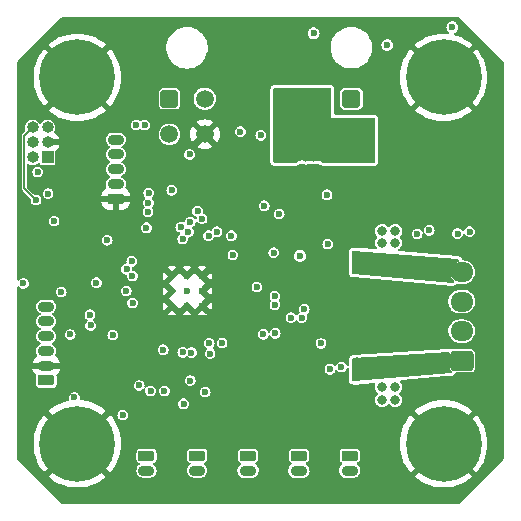
<source format=gbl>
G04 #@! TF.GenerationSoftware,KiCad,Pcbnew,6.99.0-unknown-41f6e634c6~148~ubuntu20.04.1*
G04 #@! TF.CreationDate,2022-02-25T02:28:11-08:00*
G04 #@! TF.ProjectId,Huvud,48757675-642e-46b6-9963-61645f706362,rev?*
G04 #@! TF.SameCoordinates,PXad91980PY876bf80*
G04 #@! TF.FileFunction,Copper,L4,Bot*
G04 #@! TF.FilePolarity,Positive*
%FSLAX46Y46*%
G04 Gerber Fmt 4.6, Leading zero omitted, Abs format (unit mm)*
G04 Created by KiCad (PCBNEW 6.99.0-unknown-41f6e634c6~148~ubuntu20.04.1) date 2022-02-25 02:28:11*
%MOMM*%
%LPD*%
G01*
G04 APERTURE LIST*
G04 Aperture macros list*
%AMRoundRect*
0 Rectangle with rounded corners*
0 $1 Rounding radius*
0 $2 $3 $4 $5 $6 $7 $8 $9 X,Y pos of 4 corners*
0 Add a 4 corners polygon primitive as box body*
4,1,4,$2,$3,$4,$5,$6,$7,$8,$9,$2,$3,0*
0 Add four circle primitives for the rounded corners*
1,1,$1+$1,$2,$3*
1,1,$1+$1,$4,$5*
1,1,$1+$1,$6,$7*
1,1,$1+$1,$8,$9*
0 Add four rect primitives between the rounded corners*
20,1,$1+$1,$2,$3,$4,$5,0*
20,1,$1+$1,$4,$5,$6,$7,0*
20,1,$1+$1,$6,$7,$8,$9,0*
20,1,$1+$1,$8,$9,$2,$3,0*%
G04 Aperture macros list end*
G04 #@! TA.AperFunction,ComponentPad*
%ADD10RoundRect,0.225000X0.475000X-0.225000X0.475000X0.225000X-0.475000X0.225000X-0.475000X-0.225000X0*%
G04 #@! TD*
G04 #@! TA.AperFunction,ComponentPad*
%ADD11O,1.400000X0.900000*%
G04 #@! TD*
G04 #@! TA.AperFunction,ComponentPad*
%ADD12RoundRect,0.225000X-0.475000X0.225000X-0.475000X-0.225000X0.475000X-0.225000X0.475000X0.225000X0*%
G04 #@! TD*
G04 #@! TA.AperFunction,ComponentPad*
%ADD13C,0.800000*%
G04 #@! TD*
G04 #@! TA.AperFunction,ComponentPad*
%ADD14C,6.400000*%
G04 #@! TD*
G04 #@! TA.AperFunction,ComponentPad*
%ADD15R,1.000000X1.000000*%
G04 #@! TD*
G04 #@! TA.AperFunction,ComponentPad*
%ADD16O,1.000000X1.000000*%
G04 #@! TD*
G04 #@! TA.AperFunction,ComponentPad*
%ADD17RoundRect,0.250001X-0.499999X-0.499999X0.499999X-0.499999X0.499999X0.499999X-0.499999X0.499999X0*%
G04 #@! TD*
G04 #@! TA.AperFunction,ComponentPad*
%ADD18C,1.500000*%
G04 #@! TD*
G04 #@! TA.AperFunction,ComponentPad*
%ADD19RoundRect,0.250000X0.725000X-0.600000X0.725000X0.600000X-0.725000X0.600000X-0.725000X-0.600000X0*%
G04 #@! TD*
G04 #@! TA.AperFunction,ComponentPad*
%ADD20O,1.950000X1.700000*%
G04 #@! TD*
G04 #@! TA.AperFunction,ComponentPad*
%ADD21C,0.600000*%
G04 #@! TD*
G04 #@! TA.AperFunction,ViaPad*
%ADD22C,0.600000*%
G04 #@! TD*
G04 #@! TA.AperFunction,ViaPad*
%ADD23C,0.800000*%
G04 #@! TD*
G04 #@! TA.AperFunction,Conductor*
%ADD24C,0.152400*%
G04 #@! TD*
G04 #@! TA.AperFunction,Conductor*
%ADD25C,0.800000*%
G04 #@! TD*
G04 APERTURE END LIST*
D10*
X2870000Y10850000D03*
D11*
X2869999Y12099999D03*
X2869999Y13349999D03*
X2869999Y14599999D03*
X2869999Y15849999D03*
X2869999Y17099999D03*
D12*
X24250000Y4475000D03*
D11*
X24249999Y3224999D03*
D13*
X34100000Y36500000D03*
X34802944Y38197056D03*
X34802944Y34802944D03*
X36500000Y38900000D03*
D14*
X36500000Y36500000D03*
D13*
X36500000Y34100000D03*
X38197056Y38197056D03*
X38197056Y34802944D03*
X38900000Y36500000D03*
X34100000Y5500000D03*
X34802944Y7197056D03*
X34802944Y3802944D03*
X36500000Y7900000D03*
D14*
X36500000Y5500000D03*
D13*
X36500000Y3100000D03*
X38197056Y7197056D03*
X38197056Y3802944D03*
X38900000Y5500000D03*
D12*
X15650000Y4475000D03*
D11*
X15649999Y3224999D03*
D13*
X3100000Y5500000D03*
X3802944Y7197056D03*
X3802944Y3802944D03*
X5500000Y7900000D03*
D14*
X5500000Y5500000D03*
D13*
X5500000Y3100000D03*
X7197056Y7197056D03*
X7197056Y3802944D03*
X7900000Y5500000D03*
D15*
X2978199Y29726999D03*
D16*
X1708199Y29726999D03*
X2978199Y30996999D03*
X1708199Y30996999D03*
X2978199Y32266999D03*
X1708199Y32266999D03*
D13*
X3100000Y36500000D03*
X3802944Y38197056D03*
X3802944Y34802944D03*
X5500000Y38900000D03*
D14*
X5500000Y36500000D03*
D13*
X5500000Y34100000D03*
X7197056Y38197056D03*
X7197056Y34802944D03*
X7900000Y36500000D03*
D12*
X19950000Y4475000D03*
D11*
X19949999Y3224999D03*
D17*
X28700000Y34700000D03*
D18*
X28700000Y31700000D03*
D19*
X38038500Y12524000D03*
D20*
X38038499Y15023999D03*
X38038499Y17523999D03*
X38038499Y20023999D03*
D21*
X16074200Y19713400D03*
X14799200Y19713400D03*
X13524200Y19713400D03*
X16074200Y18438400D03*
X14799200Y18438400D03*
X13524200Y18438400D03*
X16074200Y17163400D03*
X14799200Y17163400D03*
X13524200Y17163400D03*
D12*
X28550000Y4475000D03*
D11*
X28549999Y3224999D03*
D10*
X8750000Y26240000D03*
D11*
X8749999Y27489999D03*
X8749999Y28739999D03*
X8749999Y29989999D03*
X8749999Y31239999D03*
D17*
X13295000Y34695000D03*
D18*
X16295000Y34695000D03*
X13295000Y31695000D03*
X16295000Y31695000D03*
D12*
X11350000Y4475000D03*
D11*
X11349999Y3224999D03*
D22*
X11700400Y9970800D03*
X12868800Y9970800D03*
X16323200Y9869200D03*
X9353318Y7920645D03*
D23*
X28400000Y15100000D03*
D22*
X20240000Y30310000D03*
D23*
X27200000Y17600000D03*
X29500000Y16400000D03*
D22*
X25619600Y10326400D03*
X38167200Y25464800D03*
X36050000Y10150000D03*
X23943200Y13323600D03*
X22790000Y37580000D03*
X36100000Y21900000D03*
X4695916Y26691704D03*
X27160000Y24540000D03*
X29429600Y26633200D03*
X25416400Y13374400D03*
X28616800Y25312400D03*
X24540000Y27200000D03*
D23*
X28400000Y17600000D03*
D22*
X29023200Y9259600D03*
X25822800Y28919200D03*
X29429600Y24194800D03*
X8278737Y18218737D03*
X14520000Y26140000D03*
D23*
X27200000Y15200000D03*
D22*
X36541600Y26074400D03*
X17745600Y9412000D03*
D23*
X28400000Y16400000D03*
D22*
X21120000Y33440000D03*
X28566000Y23686800D03*
X13331247Y24499679D03*
X12310000Y19505200D03*
X23430000Y25640000D03*
X6586284Y17392790D03*
X25162400Y28919200D03*
X7890400Y8700800D03*
X4791600Y13780800D03*
X4740800Y24042400D03*
X7331600Y9462800D03*
X26080000Y24550000D03*
X20310000Y37560000D03*
X2200800Y27446000D03*
X13141669Y12774284D03*
X27630000Y28600000D03*
X12330000Y29910000D03*
X34001600Y28258800D03*
D23*
X29500000Y17600000D03*
D22*
X19950000Y27090000D03*
X35350000Y10750000D03*
X34712800Y25515600D03*
X35450000Y21950000D03*
D23*
X27200000Y16400000D03*
D22*
X36100000Y22550000D03*
X22063600Y9412000D03*
X35450000Y22600000D03*
D23*
X29500000Y15100000D03*
D22*
X36050000Y10800000D03*
X22208300Y22858300D03*
X18450000Y24410000D03*
X34052400Y30544800D03*
X23130400Y14746000D03*
X19800000Y24250000D03*
X32020400Y29427200D03*
X21930000Y16230000D03*
X35350000Y10100000D03*
X18750000Y15050000D03*
X4791600Y11901200D03*
X24502000Y28919200D03*
X25500000Y40250000D03*
X37252800Y40755600D03*
D23*
X32400000Y23500000D03*
X31300000Y9200000D03*
X31300000Y22500000D03*
D22*
X31750000Y39250000D03*
D23*
X32400000Y9200000D03*
D22*
X24349600Y21400800D03*
D23*
X31300000Y10300000D03*
X32400000Y10300000D03*
X32400000Y22500000D03*
X31300000Y23500000D03*
D22*
X26127600Y13984000D03*
X12770000Y13450000D03*
X9639184Y18426005D03*
X22260000Y14835000D03*
X22125000Y21675000D03*
X17750000Y14020000D03*
X8020000Y22720000D03*
X21030000Y31600000D03*
X2139378Y28512800D03*
X3020364Y26673850D03*
X14257974Y23832700D03*
X18545457Y23100072D03*
X20700000Y18750000D03*
X6569600Y16422400D03*
X5248800Y9412000D03*
X3530000Y24340000D03*
X22590000Y24940000D03*
X4893200Y14746000D03*
X24908400Y31357600D03*
X26229200Y31357600D03*
X24908400Y30595600D03*
X25568800Y30595600D03*
X25568800Y31357600D03*
X26229200Y30595600D03*
X15062650Y10843850D03*
X21240000Y14760000D03*
X15677706Y25173531D03*
X26700000Y22400000D03*
X26635600Y26582400D03*
X16055032Y24552700D03*
X26889600Y11799600D03*
X10160000Y19700000D03*
X9670000Y20260000D03*
X27854800Y12002800D03*
X10100000Y20940000D03*
X24705200Y16879600D03*
X1997600Y26125200D03*
X10180000Y17420000D03*
X7114401Y19120100D03*
X24502000Y16168400D03*
X17320706Y23435982D03*
X16603308Y23112382D03*
X23587600Y16168400D03*
X930800Y19064000D03*
X4131200Y18352800D03*
X11193500Y32470000D03*
X22223660Y17989393D03*
X10466500Y32470000D03*
X22223660Y17262393D03*
D23*
X29200000Y12400000D03*
X30200000Y11300000D03*
X30200000Y12400000D03*
D22*
X38706200Y23454100D03*
D23*
X29200000Y11300000D03*
D22*
X37691000Y23288300D03*
X35297400Y23559700D03*
D23*
X29200000Y21300000D03*
D22*
X34265500Y23257400D03*
D23*
X29200000Y20300000D03*
X30200000Y21300000D03*
X30200000Y20300000D03*
D22*
X16740000Y13130000D03*
X10735200Y10428000D03*
X14494400Y8880900D03*
X16659676Y14001250D03*
X15002400Y29986000D03*
X19300000Y31920000D03*
X15155101Y13215094D03*
X8500000Y14695200D03*
X14428705Y13227577D03*
X6620400Y15508000D03*
X18674150Y21475850D03*
X11350000Y23780000D03*
X15054250Y24270707D03*
X11540000Y26730000D03*
X11520000Y25910000D03*
X14896500Y23442184D03*
X14415059Y22827300D03*
X11480000Y25140000D03*
X21320000Y25650000D03*
X13490000Y26950000D03*
D24*
X1708200Y32267000D02*
X1005489Y31564289D01*
X1005489Y27117311D02*
X1997600Y26125200D01*
X1005489Y31564289D02*
X1005489Y27117311D01*
D25*
X36724000Y12524000D02*
X36700000Y12500000D01*
X38038000Y12524000D02*
X36724000Y12524000D01*
X38038000Y20024000D02*
X36676000Y20024000D01*
G04 #@! TA.AperFunction,Conductor*
G36*
X36998742Y13255613D02*
G01*
X37048553Y13205022D01*
X37063500Y13145497D01*
X37063500Y12942115D01*
X37067975Y12926876D01*
X37069365Y12925671D01*
X37077048Y12924000D01*
X38312500Y12924000D01*
X38380621Y12903998D01*
X38427114Y12850342D01*
X38438500Y12798000D01*
X38438500Y12250000D01*
X38418498Y12181879D01*
X38364842Y12135386D01*
X38312500Y12124000D01*
X37081615Y12124000D01*
X37066376Y12119525D01*
X37065171Y12118135D01*
X37063500Y12110452D01*
X37063500Y11905563D01*
X37064707Y11893309D01*
X37075585Y11838623D01*
X37084898Y11816138D01*
X37126367Y11754076D01*
X37143576Y11736867D01*
X37171576Y11718158D01*
X37217104Y11663681D01*
X37225952Y11593238D01*
X37195310Y11529194D01*
X37134909Y11491882D01*
X37112649Y11487881D01*
X28887075Y10762095D01*
X28817459Y10776032D01*
X28766431Y10825393D01*
X28750000Y10887607D01*
X28750000Y12631774D01*
X28770002Y12699895D01*
X28823658Y12746388D01*
X28867986Y12757519D01*
X36929488Y13271242D01*
X36998742Y13255613D01*
G37*
G04 #@! TD.AperFunction*
G04 #@! TA.AperFunction,Conductor*
G36*
X37707481Y21105661D02*
G01*
X37773711Y21080088D01*
X37815600Y21022766D01*
X37819850Y20951897D01*
X37785110Y20889980D01*
X37729406Y20859888D01*
X37729698Y20859022D01*
X37724663Y20857326D01*
X37724140Y20857043D01*
X37723229Y20856843D01*
X37560966Y20802170D01*
X37548636Y20796466D01*
X37401918Y20708188D01*
X37391114Y20699975D01*
X37266801Y20582221D01*
X37258007Y20571867D01*
X37163859Y20433007D01*
X37163278Y20426791D01*
X37168135Y20424000D01*
X38088500Y20424000D01*
X38088500Y19624000D01*
X37181612Y19624000D01*
X37168081Y19620027D01*
X37167676Y19617206D01*
X37168596Y19614382D01*
X37202614Y19550218D01*
X37210242Y19538967D01*
X37321085Y19408474D01*
X37330948Y19399130D01*
X37373929Y19366457D01*
X37416055Y19309308D01*
X37420596Y19238457D01*
X37386112Y19176398D01*
X37323550Y19142834D01*
X37287243Y19140582D01*
X28865566Y19840397D01*
X28799335Y19865971D01*
X28757445Y19923293D01*
X28750000Y19965964D01*
X28750000Y21713096D01*
X28770002Y21781217D01*
X28823658Y21827710D01*
X28886433Y21838663D01*
X37707481Y21105661D01*
G37*
G04 #@! TD.AperFunction*
G04 #@! TA.AperFunction,Conductor*
G36*
X37706050Y41598752D02*
G01*
X37732665Y41595463D01*
X37772946Y41590484D01*
X37796500Y41584572D01*
X37853650Y41562478D01*
X37875058Y41551007D01*
X37925850Y41515140D01*
X37938838Y41504184D01*
X39330492Y40108919D01*
X41518432Y37915301D01*
X41529121Y37904584D01*
X41544132Y37885249D01*
X41562383Y37854539D01*
X41571198Y37835268D01*
X41588119Y37784505D01*
X41592630Y37763796D01*
X41598931Y37705274D01*
X41599500Y37694676D01*
X41599500Y4305314D01*
X41598931Y4294716D01*
X41592631Y4236204D01*
X41588120Y4215496D01*
X41571199Y4164732D01*
X41562384Y4145460D01*
X41544273Y4114989D01*
X41529176Y4095568D01*
X37904432Y470825D01*
X37885007Y455725D01*
X37854540Y437618D01*
X37835268Y428802D01*
X37809886Y420341D01*
X37784503Y411881D01*
X37763796Y407370D01*
X37705274Y401069D01*
X37694676Y400500D01*
X4305314Y400500D01*
X4294716Y401069D01*
X4236204Y407369D01*
X4215496Y411880D01*
X4164732Y428801D01*
X4145458Y437617D01*
X4145456Y437618D01*
X4114989Y455727D01*
X4095568Y470824D01*
X1864312Y2702081D01*
X3067120Y2702081D01*
X3067509Y2699621D01*
X3070174Y2696330D01*
X3315482Y2497683D01*
X3319682Y2494631D01*
X3641277Y2285785D01*
X3645763Y2283195D01*
X3987446Y2109099D01*
X3992166Y2106997D01*
X4350175Y1969571D01*
X4355093Y1967973D01*
X4725496Y1868723D01*
X4730575Y1867644D01*
X5109311Y1807658D01*
X5114473Y1807116D01*
X5497405Y1787047D01*
X5502595Y1787047D01*
X5885527Y1807116D01*
X5890689Y1807658D01*
X6269425Y1867644D01*
X6274504Y1868723D01*
X6644907Y1967973D01*
X6649825Y1969571D01*
X7007834Y2106997D01*
X7012554Y2109099D01*
X7354237Y2283195D01*
X7358723Y2285785D01*
X7680318Y2494631D01*
X7684518Y2497683D01*
X7925726Y2693010D01*
X7932991Y2704197D01*
X7932861Y2706685D01*
X7930556Y2710234D01*
X5511086Y5129704D01*
X5499203Y5135758D01*
X5494172Y5134962D01*
X3073174Y2713964D01*
X3067120Y2702081D01*
X1864312Y2702081D01*
X470825Y4095568D01*
X455725Y4114993D01*
X437618Y4145460D01*
X428802Y4164732D01*
X411881Y4215495D01*
X407370Y4236204D01*
X401069Y4294726D01*
X400500Y4305324D01*
X400500Y5497405D01*
X1787047Y5497405D01*
X1807116Y5114473D01*
X1807658Y5109311D01*
X1867644Y4730575D01*
X1868723Y4725496D01*
X1967973Y4355093D01*
X1969571Y4350175D01*
X2106997Y3992166D01*
X2109099Y3987446D01*
X2283195Y3645763D01*
X2285785Y3641277D01*
X2494631Y3319682D01*
X2497683Y3315482D01*
X2693010Y3074274D01*
X2704197Y3067009D01*
X2706685Y3067139D01*
X2710234Y3069444D01*
X5129704Y5488914D01*
X5134946Y5499203D01*
X5864242Y5499203D01*
X5865038Y5494172D01*
X8286036Y3073174D01*
X8297919Y3067120D01*
X8300379Y3067509D01*
X8303670Y3070174D01*
X8429046Y3225000D01*
X10494318Y3225000D01*
X10514956Y3068238D01*
X10575464Y2922159D01*
X10671718Y2796718D01*
X10797159Y2700464D01*
X10943238Y2639956D01*
X11060639Y2624500D01*
X11639361Y2624500D01*
X11756762Y2639956D01*
X11902841Y2700464D01*
X12028282Y2796718D01*
X12124536Y2922159D01*
X12185044Y3068238D01*
X12205682Y3225000D01*
X14794318Y3225000D01*
X14814956Y3068238D01*
X14875464Y2922159D01*
X14971718Y2796718D01*
X15097159Y2700464D01*
X15243238Y2639956D01*
X15360639Y2624500D01*
X15939361Y2624500D01*
X16056762Y2639956D01*
X16202841Y2700464D01*
X16328282Y2796718D01*
X16424536Y2922159D01*
X16485044Y3068238D01*
X16505682Y3225000D01*
X16500262Y3266170D01*
X19045624Y3266170D01*
X19055944Y3102140D01*
X19057867Y3096222D01*
X19057867Y3096221D01*
X19067359Y3067009D01*
X19106732Y2945829D01*
X19110070Y2940570D01*
X19110070Y2940569D01*
X19125021Y2917010D01*
X19194798Y2807060D01*
X19199334Y2802800D01*
X19199336Y2802798D01*
X19304104Y2704415D01*
X19314607Y2694552D01*
X19458632Y2615373D01*
X19617823Y2574500D01*
X20240925Y2574500D01*
X20330887Y2585865D01*
X20356877Y2589148D01*
X20356878Y2589148D01*
X20363058Y2589929D01*
X20515871Y2650432D01*
X20648837Y2747037D01*
X20652803Y2751832D01*
X20652806Y2751834D01*
X20702841Y2812317D01*
X20753600Y2873674D01*
X20773993Y2917010D01*
X20820927Y3016752D01*
X20823579Y3022387D01*
X20854376Y3183830D01*
X20849196Y3266170D01*
X23345624Y3266170D01*
X23355944Y3102140D01*
X23357867Y3096222D01*
X23357867Y3096221D01*
X23367359Y3067009D01*
X23406732Y2945829D01*
X23410070Y2940570D01*
X23410070Y2940569D01*
X23425021Y2917010D01*
X23494798Y2807060D01*
X23499334Y2802800D01*
X23499336Y2802798D01*
X23604104Y2704415D01*
X23614607Y2694552D01*
X23758632Y2615373D01*
X23917823Y2574500D01*
X24540925Y2574500D01*
X24630887Y2585865D01*
X24656877Y2589148D01*
X24656878Y2589148D01*
X24663058Y2589929D01*
X24815871Y2650432D01*
X24948837Y2747037D01*
X24952803Y2751832D01*
X24952806Y2751834D01*
X25002841Y2812317D01*
X25053600Y2873674D01*
X25073993Y2917010D01*
X25120927Y3016752D01*
X25123579Y3022387D01*
X25154376Y3183830D01*
X25149196Y3266170D01*
X27645624Y3266170D01*
X27655944Y3102140D01*
X27657867Y3096222D01*
X27657867Y3096221D01*
X27667359Y3067009D01*
X27706732Y2945829D01*
X27710070Y2940570D01*
X27710070Y2940569D01*
X27725021Y2917010D01*
X27794798Y2807060D01*
X27799334Y2802800D01*
X27799336Y2802798D01*
X27904104Y2704415D01*
X27914607Y2694552D01*
X28058632Y2615373D01*
X28217823Y2574500D01*
X28840925Y2574500D01*
X28930887Y2585865D01*
X28956877Y2589148D01*
X28956878Y2589148D01*
X28963058Y2589929D01*
X29115871Y2650432D01*
X29186960Y2702081D01*
X34067120Y2702081D01*
X34067509Y2699621D01*
X34070174Y2696330D01*
X34315482Y2497683D01*
X34319682Y2494631D01*
X34641277Y2285785D01*
X34645763Y2283195D01*
X34987446Y2109099D01*
X34992166Y2106997D01*
X35350175Y1969571D01*
X35355093Y1967973D01*
X35725496Y1868723D01*
X35730575Y1867644D01*
X36109311Y1807658D01*
X36114473Y1807116D01*
X36497405Y1787047D01*
X36502595Y1787047D01*
X36885527Y1807116D01*
X36890689Y1807658D01*
X37269425Y1867644D01*
X37274504Y1868723D01*
X37644907Y1967973D01*
X37649825Y1969571D01*
X38007834Y2106997D01*
X38012554Y2109099D01*
X38354237Y2283195D01*
X38358723Y2285785D01*
X38680318Y2494631D01*
X38684518Y2497683D01*
X38925726Y2693010D01*
X38932991Y2704197D01*
X38932861Y2706685D01*
X38930556Y2710234D01*
X36511086Y5129704D01*
X36499203Y5135758D01*
X36494172Y5134962D01*
X34073174Y2713964D01*
X34067120Y2702081D01*
X29186960Y2702081D01*
X29248837Y2747037D01*
X29252803Y2751832D01*
X29252806Y2751834D01*
X29302841Y2812317D01*
X29353600Y2873674D01*
X29373993Y2917010D01*
X29420927Y3016752D01*
X29423579Y3022387D01*
X29454376Y3183830D01*
X29444056Y3347860D01*
X29393268Y3504171D01*
X29378247Y3527841D01*
X29344432Y3581124D01*
X29305202Y3642940D01*
X29300666Y3647200D01*
X29300664Y3647202D01*
X29185393Y3755448D01*
X29186286Y3756399D01*
X29154270Y3800465D01*
X29154269Y3861651D01*
X29190232Y3911151D01*
X29204944Y3920000D01*
X29238843Y3936572D01*
X29246211Y3940174D01*
X29334826Y4028789D01*
X29389866Y4141375D01*
X29400500Y4214364D01*
X29400500Y4735636D01*
X29389866Y4808625D01*
X29334826Y4921211D01*
X29246211Y5009826D01*
X29133625Y5064866D01*
X29060636Y5075500D01*
X28039364Y5075500D01*
X27966375Y5064866D01*
X27853789Y5009826D01*
X27765174Y4921211D01*
X27710134Y4808625D01*
X27699500Y4735636D01*
X27699500Y4214364D01*
X27710134Y4141375D01*
X27765174Y4028789D01*
X27853789Y3940174D01*
X27861157Y3936572D01*
X27899519Y3917818D01*
X27943493Y3875274D01*
X27954063Y3815009D01*
X27927190Y3760040D01*
X27914230Y3748784D01*
X27856199Y3706622D01*
X27851163Y3702963D01*
X27847197Y3698168D01*
X27847194Y3698166D01*
X27835384Y3683890D01*
X27746400Y3576326D01*
X27743749Y3570693D01*
X27743748Y3570691D01*
X27723585Y3527841D01*
X27676421Y3427613D01*
X27645624Y3266170D01*
X25149196Y3266170D01*
X25144056Y3347860D01*
X25093268Y3504171D01*
X25078247Y3527841D01*
X25044432Y3581124D01*
X25005202Y3642940D01*
X25000666Y3647200D01*
X25000664Y3647202D01*
X24885393Y3755448D01*
X24886286Y3756399D01*
X24854270Y3800465D01*
X24854269Y3861651D01*
X24890232Y3911151D01*
X24904944Y3920000D01*
X24938843Y3936572D01*
X24946211Y3940174D01*
X25034826Y4028789D01*
X25089866Y4141375D01*
X25100500Y4214364D01*
X25100500Y4735636D01*
X25089866Y4808625D01*
X25034826Y4921211D01*
X24946211Y5009826D01*
X24833625Y5064866D01*
X24760636Y5075500D01*
X23739364Y5075500D01*
X23666375Y5064866D01*
X23553789Y5009826D01*
X23465174Y4921211D01*
X23410134Y4808625D01*
X23399500Y4735636D01*
X23399500Y4214364D01*
X23410134Y4141375D01*
X23465174Y4028789D01*
X23553789Y3940174D01*
X23561157Y3936572D01*
X23599519Y3917818D01*
X23643493Y3875274D01*
X23654063Y3815009D01*
X23627190Y3760040D01*
X23614230Y3748784D01*
X23556199Y3706622D01*
X23551163Y3702963D01*
X23547197Y3698168D01*
X23547194Y3698166D01*
X23535384Y3683890D01*
X23446400Y3576326D01*
X23443749Y3570693D01*
X23443748Y3570691D01*
X23423585Y3527841D01*
X23376421Y3427613D01*
X23345624Y3266170D01*
X20849196Y3266170D01*
X20844056Y3347860D01*
X20793268Y3504171D01*
X20778247Y3527841D01*
X20744432Y3581124D01*
X20705202Y3642940D01*
X20700666Y3647200D01*
X20700664Y3647202D01*
X20585393Y3755448D01*
X20586286Y3756399D01*
X20554270Y3800465D01*
X20554269Y3861651D01*
X20590232Y3911151D01*
X20604944Y3920000D01*
X20638843Y3936572D01*
X20646211Y3940174D01*
X20734826Y4028789D01*
X20789866Y4141375D01*
X20800500Y4214364D01*
X20800500Y4735636D01*
X20789866Y4808625D01*
X20734826Y4921211D01*
X20646211Y5009826D01*
X20533625Y5064866D01*
X20460636Y5075500D01*
X19439364Y5075500D01*
X19366375Y5064866D01*
X19253789Y5009826D01*
X19165174Y4921211D01*
X19110134Y4808625D01*
X19099500Y4735636D01*
X19099500Y4214364D01*
X19110134Y4141375D01*
X19165174Y4028789D01*
X19253789Y3940174D01*
X19261157Y3936572D01*
X19299519Y3917818D01*
X19343493Y3875274D01*
X19354063Y3815009D01*
X19327190Y3760040D01*
X19314230Y3748784D01*
X19256199Y3706622D01*
X19251163Y3702963D01*
X19247197Y3698168D01*
X19247194Y3698166D01*
X19235384Y3683890D01*
X19146400Y3576326D01*
X19143749Y3570693D01*
X19143748Y3570691D01*
X19123585Y3527841D01*
X19076421Y3427613D01*
X19045624Y3266170D01*
X16500262Y3266170D01*
X16485044Y3381762D01*
X16424536Y3527841D01*
X16328282Y3653282D01*
X16233670Y3725880D01*
X16199014Y3776304D01*
X16200615Y3837469D01*
X16237863Y3886010D01*
X16250454Y3893361D01*
X16346211Y3940174D01*
X16434826Y4028789D01*
X16489866Y4141375D01*
X16500500Y4214364D01*
X16500500Y4735636D01*
X16489866Y4808625D01*
X16434826Y4921211D01*
X16346211Y5009826D01*
X16233625Y5064866D01*
X16160636Y5075500D01*
X15139364Y5075500D01*
X15066375Y5064866D01*
X14953789Y5009826D01*
X14865174Y4921211D01*
X14810134Y4808625D01*
X14799500Y4735636D01*
X14799500Y4214364D01*
X14810134Y4141375D01*
X14865174Y4028789D01*
X14953789Y3940174D01*
X15049544Y3893362D01*
X15093517Y3850820D01*
X15104087Y3790554D01*
X15077215Y3735586D01*
X15066331Y3725881D01*
X14971718Y3653282D01*
X14875464Y3527841D01*
X14814956Y3381762D01*
X14794318Y3225000D01*
X12205682Y3225000D01*
X12185044Y3381762D01*
X12124536Y3527841D01*
X12028282Y3653282D01*
X11933670Y3725880D01*
X11899014Y3776304D01*
X11900615Y3837469D01*
X11937863Y3886010D01*
X11950454Y3893361D01*
X12046211Y3940174D01*
X12134826Y4028789D01*
X12189866Y4141375D01*
X12200500Y4214364D01*
X12200500Y4735636D01*
X12189866Y4808625D01*
X12134826Y4921211D01*
X12046211Y5009826D01*
X11933625Y5064866D01*
X11860636Y5075500D01*
X10839364Y5075500D01*
X10766375Y5064866D01*
X10653789Y5009826D01*
X10565174Y4921211D01*
X10510134Y4808625D01*
X10499500Y4735636D01*
X10499500Y4214364D01*
X10510134Y4141375D01*
X10565174Y4028789D01*
X10653789Y3940174D01*
X10749544Y3893362D01*
X10793517Y3850820D01*
X10804087Y3790554D01*
X10777215Y3735586D01*
X10766331Y3725881D01*
X10671718Y3653282D01*
X10575464Y3527841D01*
X10514956Y3381762D01*
X10494318Y3225000D01*
X8429046Y3225000D01*
X8502317Y3315482D01*
X8505369Y3319682D01*
X8714215Y3641277D01*
X8716805Y3645763D01*
X8890901Y3987446D01*
X8893003Y3992166D01*
X9030429Y4350175D01*
X9032027Y4355093D01*
X9131277Y4725496D01*
X9132356Y4730575D01*
X9192342Y5109311D01*
X9192884Y5114473D01*
X9212953Y5497405D01*
X32787047Y5497405D01*
X32807116Y5114473D01*
X32807658Y5109311D01*
X32867644Y4730575D01*
X32868723Y4725496D01*
X32967973Y4355093D01*
X32969571Y4350175D01*
X33106997Y3992166D01*
X33109099Y3987446D01*
X33283195Y3645763D01*
X33285785Y3641277D01*
X33494631Y3319682D01*
X33497683Y3315482D01*
X33693010Y3074274D01*
X33704197Y3067009D01*
X33706685Y3067139D01*
X33710234Y3069444D01*
X36129704Y5488914D01*
X36134946Y5499203D01*
X36864242Y5499203D01*
X36865038Y5494172D01*
X39286036Y3073174D01*
X39297919Y3067120D01*
X39300379Y3067509D01*
X39303670Y3070174D01*
X39502317Y3315482D01*
X39505369Y3319682D01*
X39714215Y3641277D01*
X39716805Y3645763D01*
X39890901Y3987446D01*
X39893003Y3992166D01*
X40030429Y4350175D01*
X40032027Y4355093D01*
X40131277Y4725496D01*
X40132356Y4730575D01*
X40192342Y5109311D01*
X40192884Y5114473D01*
X40212953Y5497405D01*
X40212953Y5502595D01*
X40192884Y5885527D01*
X40192342Y5890689D01*
X40132356Y6269425D01*
X40131277Y6274504D01*
X40032027Y6644907D01*
X40030429Y6649825D01*
X39893003Y7007834D01*
X39890901Y7012554D01*
X39716805Y7354236D01*
X39714215Y7358722D01*
X39505369Y7680318D01*
X39502317Y7684518D01*
X39306990Y7925726D01*
X39295803Y7932991D01*
X39293315Y7932861D01*
X39289766Y7930556D01*
X36870296Y5511086D01*
X36864242Y5499203D01*
X36134946Y5499203D01*
X36135758Y5500797D01*
X36134962Y5505828D01*
X33713964Y7926826D01*
X33702081Y7932880D01*
X33699621Y7932491D01*
X33696330Y7929826D01*
X33497683Y7684518D01*
X33494631Y7680318D01*
X33285785Y7358722D01*
X33283195Y7354236D01*
X33109099Y7012554D01*
X33106997Y7007834D01*
X32969571Y6649825D01*
X32967973Y6644907D01*
X32868723Y6274504D01*
X32867644Y6269425D01*
X32807658Y5890689D01*
X32807116Y5885527D01*
X32787047Y5502595D01*
X32787047Y5497405D01*
X9212953Y5497405D01*
X9212953Y5502595D01*
X9192884Y5885527D01*
X9192342Y5890689D01*
X9132356Y6269425D01*
X9131277Y6274504D01*
X9032027Y6644907D01*
X9030429Y6649825D01*
X8893003Y7007834D01*
X8890901Y7012554D01*
X8716805Y7354236D01*
X8714215Y7358722D01*
X8505369Y7680318D01*
X8502317Y7684518D01*
X8311105Y7920645D01*
X8898185Y7920645D01*
X8916621Y7792419D01*
X8970436Y7674582D01*
X9055269Y7576678D01*
X9164249Y7506641D01*
X9171039Y7504647D01*
X9171042Y7504646D01*
X9274479Y7474275D01*
X9288546Y7470145D01*
X9418090Y7470145D01*
X9432157Y7474275D01*
X9535594Y7504646D01*
X9535597Y7504647D01*
X9542387Y7506641D01*
X9651367Y7576678D01*
X9736200Y7674582D01*
X9790015Y7792419D01*
X9808451Y7920645D01*
X9790015Y8048871D01*
X9736200Y8166708D01*
X9651367Y8264612D01*
X9602833Y8295803D01*
X34067009Y8295803D01*
X34067139Y8293315D01*
X34069444Y8289766D01*
X36488914Y5870296D01*
X36500797Y5864242D01*
X36505828Y5865038D01*
X38926826Y8286036D01*
X38932880Y8297919D01*
X38932491Y8300379D01*
X38929826Y8303670D01*
X38684518Y8502317D01*
X38680318Y8505369D01*
X38358723Y8714215D01*
X38354237Y8716805D01*
X38012554Y8890901D01*
X38007834Y8893003D01*
X37649825Y9030429D01*
X37644907Y9032027D01*
X37274504Y9131277D01*
X37269425Y9132356D01*
X36890689Y9192342D01*
X36885527Y9192884D01*
X36502595Y9212953D01*
X36497405Y9212953D01*
X36114473Y9192884D01*
X36109311Y9192342D01*
X35730575Y9132356D01*
X35725496Y9131277D01*
X35355093Y9032027D01*
X35350175Y9030429D01*
X34992166Y8893003D01*
X34987446Y8890901D01*
X34645764Y8716805D01*
X34641278Y8714215D01*
X34319682Y8505369D01*
X34315482Y8502317D01*
X34074274Y8306990D01*
X34067009Y8295803D01*
X9602833Y8295803D01*
X9542387Y8334649D01*
X9535597Y8336643D01*
X9535594Y8336644D01*
X9424881Y8369151D01*
X9418090Y8371145D01*
X9288546Y8371145D01*
X9281755Y8369151D01*
X9171042Y8336644D01*
X9171039Y8336643D01*
X9164249Y8334649D01*
X9055269Y8264612D01*
X8970436Y8166708D01*
X8916621Y8048871D01*
X8898185Y7920645D01*
X8311105Y7920645D01*
X8306990Y7925726D01*
X8295803Y7932991D01*
X8293315Y7932861D01*
X8289766Y7930556D01*
X5870296Y5511086D01*
X5864242Y5499203D01*
X5134946Y5499203D01*
X5135758Y5500797D01*
X5134962Y5505828D01*
X2713964Y7926826D01*
X2702081Y7932880D01*
X2699621Y7932491D01*
X2696330Y7929826D01*
X2497683Y7684518D01*
X2494631Y7680318D01*
X2285785Y7358722D01*
X2283195Y7354236D01*
X2109099Y7012554D01*
X2106997Y7007834D01*
X1969571Y6649825D01*
X1967973Y6644907D01*
X1868723Y6274504D01*
X1867644Y6269425D01*
X1807658Y5890689D01*
X1807116Y5885527D01*
X1787047Y5502595D01*
X1787047Y5497405D01*
X400500Y5497405D01*
X400500Y8295803D01*
X3067009Y8295803D01*
X3067139Y8293315D01*
X3069444Y8289766D01*
X5488914Y5870296D01*
X5500797Y5864242D01*
X5505828Y5865038D01*
X7926826Y8286036D01*
X7932880Y8297919D01*
X7932491Y8300379D01*
X7929826Y8303670D01*
X7684518Y8502317D01*
X7680318Y8505369D01*
X7358723Y8714215D01*
X7354237Y8716805D01*
X7032182Y8880900D01*
X14039267Y8880900D01*
X14057703Y8752674D01*
X14111518Y8634837D01*
X14196351Y8536933D01*
X14305331Y8466896D01*
X14312121Y8464902D01*
X14312124Y8464901D01*
X14415561Y8434530D01*
X14429628Y8430400D01*
X14559172Y8430400D01*
X14573239Y8434530D01*
X14676676Y8464901D01*
X14676679Y8464902D01*
X14683469Y8466896D01*
X14792449Y8536933D01*
X14877282Y8634837D01*
X14931097Y8752674D01*
X14949533Y8880900D01*
X14931097Y9009126D01*
X14877282Y9126963D01*
X14792449Y9224867D01*
X14683469Y9294904D01*
X14676679Y9296898D01*
X14676676Y9296899D01*
X14565963Y9329406D01*
X14559172Y9331400D01*
X14429628Y9331400D01*
X14422837Y9329406D01*
X14312124Y9296899D01*
X14312121Y9296898D01*
X14305331Y9294904D01*
X14196351Y9224867D01*
X14111518Y9126963D01*
X14057703Y9009126D01*
X14039267Y8880900D01*
X7032182Y8880900D01*
X7012554Y8890901D01*
X7007834Y8893003D01*
X6649825Y9030429D01*
X6644907Y9032027D01*
X6274504Y9131277D01*
X6269425Y9132356D01*
X5890689Y9192342D01*
X5885527Y9192884D01*
X5782258Y9198296D01*
X5725136Y9220222D01*
X5691812Y9271537D01*
X5689447Y9311249D01*
X5692345Y9331400D01*
X5703933Y9412000D01*
X5685497Y9540226D01*
X5631682Y9658063D01*
X5573910Y9724737D01*
X5551484Y9750618D01*
X5551483Y9750618D01*
X5546849Y9755967D01*
X5437869Y9826004D01*
X5431079Y9827998D01*
X5431076Y9827999D01*
X5320363Y9860506D01*
X5313572Y9862500D01*
X5184028Y9862500D01*
X5177237Y9860506D01*
X5066524Y9827999D01*
X5066521Y9827998D01*
X5059731Y9826004D01*
X4950751Y9755967D01*
X4946117Y9750618D01*
X4946116Y9750618D01*
X4923690Y9724737D01*
X4865918Y9658063D01*
X4812103Y9540226D01*
X4793667Y9412000D01*
X4812103Y9283774D01*
X4816962Y9273134D01*
X4823938Y9212351D01*
X4793852Y9159073D01*
X4742394Y9134228D01*
X4730580Y9132357D01*
X4725496Y9131277D01*
X4355093Y9032027D01*
X4350175Y9030429D01*
X3992166Y8893003D01*
X3987446Y8890901D01*
X3645764Y8716805D01*
X3641278Y8714215D01*
X3319682Y8505369D01*
X3315482Y8502317D01*
X3074274Y8306990D01*
X3067009Y8295803D01*
X400500Y8295803D01*
X400500Y11842709D01*
X1698031Y11842709D01*
X1698282Y11830330D01*
X1753724Y11680633D01*
X1758122Y11671666D01*
X1855875Y11514837D01*
X1861990Y11506938D01*
X1992767Y11369361D01*
X1990945Y11367629D01*
X2017721Y11323700D01*
X2012774Y11262715D01*
X2009612Y11255877D01*
X1985281Y11208126D01*
X1984062Y11200432D01*
X1984062Y11200431D01*
X1982064Y11187817D01*
X1969500Y11108488D01*
X1969500Y10591512D01*
X1970109Y10587668D01*
X1970109Y10587666D01*
X1984013Y10499883D01*
X1985281Y10491874D01*
X1988817Y10484935D01*
X1988817Y10484934D01*
X2035482Y10393350D01*
X2046472Y10371780D01*
X2141780Y10276472D01*
X2148717Y10272937D01*
X2148719Y10272936D01*
X2248271Y10222212D01*
X2261874Y10215281D01*
X2269568Y10214062D01*
X2269569Y10214062D01*
X2357666Y10200109D01*
X2357668Y10200109D01*
X2361512Y10199500D01*
X3378488Y10199500D01*
X3382332Y10200109D01*
X3382334Y10200109D01*
X3470431Y10214062D01*
X3470432Y10214062D01*
X3478126Y10215281D01*
X3491729Y10222212D01*
X3591281Y10272936D01*
X3591283Y10272937D01*
X3598220Y10276472D01*
X3693528Y10371780D01*
X3704519Y10393350D01*
X3722174Y10428000D01*
X10280067Y10428000D01*
X10298503Y10299774D01*
X10352318Y10181937D01*
X10380274Y10149674D01*
X10415672Y10108822D01*
X10437151Y10084033D01*
X10546131Y10013996D01*
X10552921Y10012002D01*
X10552924Y10012001D01*
X10656361Y9981630D01*
X10670428Y9977500D01*
X10799972Y9977500D01*
X10814039Y9981630D01*
X10917476Y10012001D01*
X10917479Y10012002D01*
X10924269Y10013996D01*
X11033249Y10084033D01*
X11054729Y10108822D01*
X11086170Y10145108D01*
X11138566Y10176704D01*
X11199527Y10171469D01*
X11245768Y10131401D01*
X11258982Y10066189D01*
X11245267Y9970800D01*
X11263703Y9842574D01*
X11317518Y9724737D01*
X11322153Y9719388D01*
X11380872Y9651622D01*
X11402351Y9626833D01*
X11511331Y9556796D01*
X11518121Y9554802D01*
X11518124Y9554801D01*
X11600610Y9530582D01*
X11635628Y9520300D01*
X11765172Y9520300D01*
X11800190Y9530582D01*
X11882676Y9554801D01*
X11882679Y9554802D01*
X11889469Y9556796D01*
X11998449Y9626833D01*
X12019929Y9651622D01*
X12078647Y9719388D01*
X12083282Y9724737D01*
X12137097Y9842574D01*
X12155533Y9970800D01*
X12413667Y9970800D01*
X12432103Y9842574D01*
X12485918Y9724737D01*
X12490553Y9719388D01*
X12549272Y9651622D01*
X12570751Y9626833D01*
X12679731Y9556796D01*
X12686521Y9554802D01*
X12686524Y9554801D01*
X12769010Y9530582D01*
X12804028Y9520300D01*
X12933572Y9520300D01*
X12968590Y9530582D01*
X13051076Y9554801D01*
X13051079Y9554802D01*
X13057869Y9556796D01*
X13166849Y9626833D01*
X13188329Y9651622D01*
X13247047Y9719388D01*
X13251682Y9724737D01*
X13305497Y9842574D01*
X13309325Y9869200D01*
X15868067Y9869200D01*
X15886503Y9740974D01*
X15940318Y9623137D01*
X16025151Y9525233D01*
X16134131Y9455196D01*
X16140921Y9453202D01*
X16140924Y9453201D01*
X16244361Y9422830D01*
X16258428Y9418700D01*
X16387972Y9418700D01*
X16402039Y9422830D01*
X16505476Y9453201D01*
X16505479Y9453202D01*
X16512269Y9455196D01*
X16621249Y9525233D01*
X16706082Y9623137D01*
X16759897Y9740974D01*
X16778333Y9869200D01*
X16759897Y9997426D01*
X16706082Y10115263D01*
X16648310Y10181937D01*
X16625884Y10207818D01*
X16625883Y10207818D01*
X16621249Y10213167D01*
X16536862Y10267399D01*
X16518226Y10279376D01*
X16518224Y10279377D01*
X16512269Y10283204D01*
X16505479Y10285198D01*
X16505476Y10285199D01*
X16394763Y10317706D01*
X16387972Y10319700D01*
X16258428Y10319700D01*
X16251637Y10317706D01*
X16140924Y10285199D01*
X16140921Y10285198D01*
X16134131Y10283204D01*
X16128176Y10279377D01*
X16128174Y10279376D01*
X16109538Y10267399D01*
X16025151Y10213167D01*
X16020517Y10207818D01*
X16020516Y10207818D01*
X15998090Y10181937D01*
X15940318Y10115263D01*
X15886503Y9997426D01*
X15868067Y9869200D01*
X13309325Y9869200D01*
X13323933Y9970800D01*
X13305497Y10099026D01*
X13251682Y10216863D01*
X13185426Y10293328D01*
X13171484Y10309418D01*
X13171483Y10309418D01*
X13166849Y10314767D01*
X13112359Y10349786D01*
X13063826Y10380976D01*
X13063824Y10380977D01*
X13057869Y10384804D01*
X13051079Y10386798D01*
X13051076Y10386799D01*
X12940363Y10419306D01*
X12933572Y10421300D01*
X12804028Y10421300D01*
X12797237Y10419306D01*
X12686524Y10386799D01*
X12686521Y10386798D01*
X12679731Y10384804D01*
X12673776Y10380977D01*
X12673774Y10380976D01*
X12625241Y10349786D01*
X12570751Y10314767D01*
X12566117Y10309418D01*
X12566116Y10309418D01*
X12552174Y10293328D01*
X12485918Y10216863D01*
X12432103Y10099026D01*
X12413667Y9970800D01*
X12155533Y9970800D01*
X12137097Y10099026D01*
X12083282Y10216863D01*
X12017026Y10293328D01*
X12003084Y10309418D01*
X12003083Y10309418D01*
X11998449Y10314767D01*
X11943959Y10349786D01*
X11895426Y10380976D01*
X11895424Y10380977D01*
X11889469Y10384804D01*
X11882679Y10386798D01*
X11882676Y10386799D01*
X11771963Y10419306D01*
X11765172Y10421300D01*
X11635628Y10421300D01*
X11628837Y10419306D01*
X11518124Y10386799D01*
X11518121Y10386798D01*
X11511331Y10384804D01*
X11505376Y10380977D01*
X11505374Y10380976D01*
X11456841Y10349786D01*
X11402351Y10314767D01*
X11397717Y10309418D01*
X11397716Y10309418D01*
X11349430Y10253692D01*
X11297034Y10222096D01*
X11236073Y10227331D01*
X11189832Y10267399D01*
X11176618Y10332612D01*
X11183248Y10378719D01*
X11190333Y10428000D01*
X11171897Y10556226D01*
X11118082Y10674063D01*
X11033249Y10771967D01*
X10951450Y10824536D01*
X10930226Y10838176D01*
X10930224Y10838177D01*
X10924269Y10842004D01*
X10917983Y10843850D01*
X14607517Y10843850D01*
X14625953Y10715624D01*
X14679768Y10597787D01*
X14764601Y10499883D01*
X14873581Y10429846D01*
X14880371Y10427852D01*
X14880374Y10427851D01*
X14983811Y10397480D01*
X14997878Y10393350D01*
X15127422Y10393350D01*
X15141489Y10397480D01*
X15244926Y10427851D01*
X15244929Y10427852D01*
X15251719Y10429846D01*
X15360699Y10499883D01*
X15445532Y10597787D01*
X15499347Y10715624D01*
X15517783Y10843850D01*
X15499347Y10972076D01*
X15445532Y11089913D01*
X15360699Y11187817D01*
X15286265Y11235653D01*
X15257676Y11254026D01*
X15257674Y11254027D01*
X15251719Y11257854D01*
X15244929Y11259848D01*
X15244926Y11259849D01*
X15134213Y11292356D01*
X15127422Y11294350D01*
X14997878Y11294350D01*
X14991087Y11292356D01*
X14880374Y11259849D01*
X14880371Y11259848D01*
X14873581Y11257854D01*
X14867626Y11254027D01*
X14867624Y11254026D01*
X14839035Y11235653D01*
X14764601Y11187817D01*
X14679768Y11089913D01*
X14625953Y10972076D01*
X14607517Y10843850D01*
X10917983Y10843850D01*
X10917479Y10843998D01*
X10917476Y10843999D01*
X10806763Y10876506D01*
X10799972Y10878500D01*
X10670428Y10878500D01*
X10663637Y10876506D01*
X10552924Y10843999D01*
X10552921Y10843998D01*
X10546131Y10842004D01*
X10540176Y10838177D01*
X10540174Y10838176D01*
X10518950Y10824536D01*
X10437151Y10771967D01*
X10352318Y10674063D01*
X10298503Y10556226D01*
X10280067Y10428000D01*
X3722174Y10428000D01*
X3751183Y10484934D01*
X3751183Y10484935D01*
X3754719Y10491874D01*
X3755988Y10499883D01*
X3769891Y10587666D01*
X3769891Y10587668D01*
X3770500Y10591512D01*
X3770500Y11108488D01*
X3757936Y11187817D01*
X3755938Y11200431D01*
X3755938Y11200432D01*
X3754719Y11208126D01*
X3740275Y11236475D01*
X3728319Y11259939D01*
X3718748Y11320371D01*
X3746525Y11374888D01*
X3752043Y11380001D01*
X3814124Y11433296D01*
X3821006Y11440536D01*
X3934120Y11586667D01*
X3939405Y11595146D01*
X4020791Y11761063D01*
X4024257Y11770421D01*
X4031812Y11799600D01*
X26434467Y11799600D01*
X26452903Y11671374D01*
X26506718Y11553537D01*
X26591551Y11455633D01*
X26700531Y11385596D01*
X26707321Y11383602D01*
X26707324Y11383601D01*
X26761722Y11367629D01*
X26824828Y11349100D01*
X26954372Y11349100D01*
X27017478Y11367629D01*
X27071876Y11383601D01*
X27071879Y11383602D01*
X27078669Y11385596D01*
X27187649Y11455633D01*
X27272482Y11553537D01*
X27326297Y11671374D01*
X27327305Y11678388D01*
X27329299Y11685177D01*
X27331759Y11684455D01*
X27353704Y11729072D01*
X27407822Y11757617D01*
X27468384Y11748900D01*
X27499508Y11724895D01*
X27556751Y11658833D01*
X27562708Y11655005D01*
X27646032Y11601456D01*
X27665731Y11588796D01*
X27672521Y11586802D01*
X27672524Y11586801D01*
X27763878Y11559978D01*
X27790028Y11552300D01*
X27919572Y11552300D01*
X27945722Y11559978D01*
X28037076Y11586801D01*
X28037079Y11586802D01*
X28043869Y11588796D01*
X28063569Y11601456D01*
X28146892Y11655005D01*
X28152849Y11658833D01*
X28237682Y11756737D01*
X28291497Y11874574D01*
X28293508Y11888561D01*
X28320504Y11943469D01*
X28374618Y11972022D01*
X28435181Y11963315D01*
X28479059Y11920672D01*
X28490500Y11874472D01*
X28490500Y10887607D01*
X28490912Y10884434D01*
X28490912Y10884433D01*
X28498689Y10824536D01*
X28499103Y10821344D01*
X28515534Y10759130D01*
X28528366Y10722120D01*
X28586009Y10638878D01*
X28617940Y10607990D01*
X28634975Y10591512D01*
X28637037Y10589517D01*
X28673022Y10560444D01*
X28766518Y10521581D01*
X28771282Y10520627D01*
X28771286Y10520626D01*
X28807597Y10513357D01*
X28836134Y10507644D01*
X28839655Y10507451D01*
X28839662Y10507450D01*
X28874962Y10505514D01*
X28909883Y10503599D01*
X28913396Y10503909D01*
X28913399Y10503909D01*
X30640916Y10656337D01*
X30700543Y10642617D01*
X30740718Y10596470D01*
X30746096Y10535521D01*
X30741081Y10519835D01*
X30726625Y10484934D01*
X30714956Y10456762D01*
X30694318Y10300000D01*
X30695165Y10293566D01*
X30697684Y10274431D01*
X30714956Y10143238D01*
X30775464Y9997159D01*
X30871718Y9871718D01*
X30876871Y9867764D01*
X30927986Y9828542D01*
X30962642Y9778117D01*
X30961040Y9716953D01*
X30927986Y9671458D01*
X30871718Y9628282D01*
X30775464Y9502841D01*
X30714956Y9356762D01*
X30694318Y9200000D01*
X30714956Y9043238D01*
X30775464Y8897159D01*
X30871718Y8771718D01*
X30997159Y8675464D01*
X31143238Y8614956D01*
X31300000Y8594318D01*
X31456762Y8614956D01*
X31602841Y8675464D01*
X31728282Y8771718D01*
X31771458Y8827986D01*
X31821883Y8862642D01*
X31883047Y8861040D01*
X31928542Y8827986D01*
X31971718Y8771718D01*
X32097159Y8675464D01*
X32243238Y8614956D01*
X32400000Y8594318D01*
X32556762Y8614956D01*
X32702841Y8675464D01*
X32828282Y8771718D01*
X32924536Y8897159D01*
X32985044Y9043238D01*
X33005682Y9200000D01*
X32985044Y9356762D01*
X32924536Y9502841D01*
X32828282Y9628282D01*
X32772014Y9671458D01*
X32737358Y9721883D01*
X32738960Y9783047D01*
X32772014Y9828542D01*
X32823129Y9867764D01*
X32828282Y9871718D01*
X32924536Y9997159D01*
X32985044Y10143238D01*
X33002316Y10274431D01*
X33004835Y10293566D01*
X33005682Y10300000D01*
X32985044Y10456762D01*
X32924536Y10602841D01*
X32851037Y10698627D01*
X32830613Y10756303D01*
X32847991Y10814968D01*
X32896532Y10852216D01*
X32920876Y10857511D01*
X36707737Y11191645D01*
X37134347Y11229287D01*
X37134350Y11229287D01*
X37135457Y11229385D01*
X37136553Y11229532D01*
X37136575Y11229534D01*
X37148497Y11231129D01*
X37158556Y11232474D01*
X37164900Y11233614D01*
X37176244Y11235653D01*
X37176246Y11235654D01*
X37180816Y11236475D01*
X37271289Y11271109D01*
X37275244Y11273552D01*
X37329823Y11307267D01*
X37329834Y11307274D01*
X37331690Y11308421D01*
X37368717Y11336139D01*
X37405741Y11385596D01*
X37426485Y11413306D01*
X37426486Y11413308D01*
X37429396Y11417195D01*
X37431490Y11421571D01*
X37431494Y11421578D01*
X37453334Y11467227D01*
X37495504Y11511559D01*
X37542639Y11523500D01*
X38722391Y11523501D01*
X38795018Y11523501D01*
X38798861Y11524110D01*
X38798866Y11524110D01*
X38835717Y11529947D01*
X38888804Y11538354D01*
X38945323Y11567152D01*
X38994903Y11592414D01*
X38994905Y11592415D01*
X39001842Y11595950D01*
X39091550Y11685658D01*
X39111543Y11724895D01*
X39145610Y11791756D01*
X39145610Y11791757D01*
X39149146Y11798696D01*
X39154157Y11830330D01*
X39163391Y11888635D01*
X39163391Y11888637D01*
X39164000Y11892481D01*
X39163999Y13155518D01*
X39149146Y13249304D01*
X39104816Y13336306D01*
X39095086Y13355403D01*
X39095085Y13355405D01*
X39091550Y13362342D01*
X39001842Y13452050D01*
X38994905Y13455585D01*
X38994903Y13455586D01*
X38895744Y13506110D01*
X38895743Y13506110D01*
X38888804Y13509646D01*
X38881110Y13510865D01*
X38881109Y13510865D01*
X38798865Y13523891D01*
X38798863Y13523891D01*
X38795019Y13524500D01*
X38038598Y13524500D01*
X37281982Y13524499D01*
X37278139Y13523890D01*
X37278134Y13523890D01*
X37241283Y13518053D01*
X37188196Y13509646D01*
X37181256Y13506110D01*
X37181253Y13506109D01*
X37167635Y13499171D01*
X37107203Y13489601D01*
X37082479Y13496918D01*
X37060321Y13506768D01*
X37060316Y13506770D01*
X37055868Y13508747D01*
X37051118Y13509819D01*
X36990071Y13523596D01*
X36990069Y13523596D01*
X36986614Y13524376D01*
X36970239Y13525675D01*
X36916508Y13529938D01*
X36916501Y13529938D01*
X36912985Y13530217D01*
X28851483Y13016494D01*
X28849260Y13016147D01*
X28807008Y13009552D01*
X28807005Y13009551D01*
X28804786Y13009205D01*
X28760458Y12998074D01*
X28759573Y12997816D01*
X28759562Y12997813D01*
X28753600Y12996075D01*
X28741709Y12992608D01*
X28653722Y12942505D01*
X28650050Y12939323D01*
X28601741Y12897464D01*
X28601734Y12897457D01*
X28600066Y12896012D01*
X28567944Y12862723D01*
X28564663Y12856450D01*
X28564662Y12856449D01*
X28542234Y12813573D01*
X28521013Y12773004D01*
X28501011Y12704883D01*
X28490500Y12631774D01*
X28490500Y12131128D01*
X28471593Y12072937D01*
X28422093Y12036973D01*
X28360907Y12036973D01*
X28311407Y12072937D01*
X28293508Y12117039D01*
X28292505Y12124012D01*
X28291497Y12131026D01*
X28237682Y12248863D01*
X28152849Y12346767D01*
X28043869Y12416804D01*
X28037079Y12418798D01*
X28037076Y12418799D01*
X27926363Y12451306D01*
X27919572Y12453300D01*
X27790028Y12453300D01*
X27783237Y12451306D01*
X27672524Y12418799D01*
X27672521Y12418798D01*
X27665731Y12416804D01*
X27556751Y12346767D01*
X27471918Y12248863D01*
X27418103Y12131026D01*
X27417095Y12124012D01*
X27415101Y12117223D01*
X27412641Y12117945D01*
X27390696Y12073328D01*
X27336578Y12044783D01*
X27276016Y12053500D01*
X27244891Y12077505D01*
X27192284Y12138218D01*
X27192283Y12138218D01*
X27187649Y12143567D01*
X27078669Y12213604D01*
X27071879Y12215598D01*
X27071876Y12215599D01*
X26961163Y12248106D01*
X26954372Y12250100D01*
X26824828Y12250100D01*
X26818037Y12248106D01*
X26707324Y12215599D01*
X26707321Y12215598D01*
X26700531Y12213604D01*
X26591551Y12143567D01*
X26506718Y12045663D01*
X26452903Y11927826D01*
X26434467Y11799600D01*
X4031812Y11799600D01*
X4039896Y11830822D01*
X4039140Y11843243D01*
X4029686Y11846000D01*
X1708159Y11846000D01*
X1698031Y11842709D01*
X400500Y11842709D01*
X400500Y12369178D01*
X1700104Y12369178D01*
X1700860Y12356757D01*
X1710314Y12354000D01*
X4031841Y12354000D01*
X4041969Y12357291D01*
X4041718Y12369670D01*
X3986276Y12519367D01*
X3981878Y12528334D01*
X3884125Y12685163D01*
X3878010Y12693062D01*
X3750695Y12826997D01*
X3743112Y12833507D01*
X3657108Y12893368D01*
X3620149Y12942129D01*
X3618909Y13003302D01*
X3635121Y13034889D01*
X3644536Y13047159D01*
X3705044Y13193238D01*
X3725682Y13350000D01*
X3712517Y13450000D01*
X12314867Y13450000D01*
X12333303Y13321774D01*
X12387118Y13203937D01*
X12471951Y13106033D01*
X12511803Y13080422D01*
X12571570Y13042012D01*
X12580931Y13035996D01*
X12587721Y13034002D01*
X12587724Y13034001D01*
X12646863Y13016637D01*
X12705228Y12999500D01*
X12834772Y12999500D01*
X12893137Y13016637D01*
X12952276Y13034001D01*
X12952279Y13034002D01*
X12959069Y13035996D01*
X12968431Y13042012D01*
X13028197Y13080422D01*
X13068049Y13106033D01*
X13152882Y13203937D01*
X13163678Y13227577D01*
X13973572Y13227577D01*
X13992008Y13099351D01*
X14045823Y12981514D01*
X14061274Y12963682D01*
X14124792Y12890378D01*
X14130656Y12883610D01*
X14185146Y12848591D01*
X14218748Y12826997D01*
X14239636Y12813573D01*
X14246426Y12811579D01*
X14246429Y12811578D01*
X14315213Y12791382D01*
X14363933Y12777077D01*
X14493477Y12777077D01*
X14542197Y12791382D01*
X14610981Y12811578D01*
X14610984Y12811579D01*
X14617774Y12813573D01*
X14638663Y12826997D01*
X14726754Y12883610D01*
X14727624Y12882256D01*
X14776235Y12902795D01*
X14835829Y12888933D01*
X14849530Y12878978D01*
X14852416Y12876478D01*
X14857052Y12871127D01*
X14911542Y12836109D01*
X14940652Y12817401D01*
X14966032Y12801090D01*
X14972822Y12799096D01*
X14972825Y12799095D01*
X15061686Y12773004D01*
X15090329Y12764594D01*
X15219873Y12764594D01*
X15248516Y12773004D01*
X15337377Y12799095D01*
X15337380Y12799096D01*
X15344170Y12801090D01*
X15369551Y12817401D01*
X15398660Y12836109D01*
X15453150Y12871127D01*
X15460650Y12879782D01*
X15517080Y12944907D01*
X15537983Y12969031D01*
X15591798Y13086868D01*
X15610234Y13215094D01*
X15591798Y13343320D01*
X15537983Y13461157D01*
X15453150Y13559061D01*
X15344170Y13629098D01*
X15337380Y13631092D01*
X15337377Y13631093D01*
X15226664Y13663600D01*
X15219873Y13665594D01*
X15090329Y13665594D01*
X15083538Y13663600D01*
X14972825Y13631093D01*
X14972822Y13631092D01*
X14966032Y13629098D01*
X14960077Y13625271D01*
X14960075Y13625270D01*
X14859159Y13560415D01*
X14857052Y13559061D01*
X14856182Y13560415D01*
X14807571Y13539876D01*
X14747977Y13553738D01*
X14734276Y13563693D01*
X14731390Y13566193D01*
X14726754Y13571544D01*
X14650848Y13620326D01*
X14623731Y13637753D01*
X14623729Y13637754D01*
X14617774Y13641581D01*
X14610984Y13643575D01*
X14610981Y13643576D01*
X14500268Y13676083D01*
X14493477Y13678077D01*
X14363933Y13678077D01*
X14357142Y13676083D01*
X14246429Y13643576D01*
X14246426Y13643575D01*
X14239636Y13641581D01*
X14233681Y13637754D01*
X14233679Y13637753D01*
X14206562Y13620326D01*
X14130656Y13571544D01*
X14126022Y13566195D01*
X14126021Y13566195D01*
X14115227Y13553738D01*
X14045823Y13473640D01*
X13992008Y13355803D01*
X13973572Y13227577D01*
X13163678Y13227577D01*
X13206697Y13321774D01*
X13225133Y13450000D01*
X13206697Y13578226D01*
X13152882Y13696063D01*
X13101652Y13755187D01*
X13072684Y13788618D01*
X13072683Y13788618D01*
X13068049Y13793967D01*
X13013559Y13828986D01*
X12965026Y13860176D01*
X12965024Y13860177D01*
X12959069Y13864004D01*
X12952279Y13865998D01*
X12952276Y13865999D01*
X12841563Y13898506D01*
X12834772Y13900500D01*
X12705228Y13900500D01*
X12698437Y13898506D01*
X12587724Y13865999D01*
X12587721Y13865998D01*
X12580931Y13864004D01*
X12574976Y13860177D01*
X12574974Y13860176D01*
X12526441Y13828986D01*
X12471951Y13793967D01*
X12467317Y13788618D01*
X12467316Y13788618D01*
X12438348Y13755187D01*
X12387118Y13696063D01*
X12333303Y13578226D01*
X12314867Y13450000D01*
X3712517Y13450000D01*
X3705044Y13506762D01*
X3644536Y13652841D01*
X3548282Y13778282D01*
X3422841Y13874536D01*
X3401113Y13883536D01*
X3354588Y13923273D01*
X3340304Y13982767D01*
X3347960Y14001250D01*
X16204543Y14001250D01*
X16222979Y13873024D01*
X16276794Y13755187D01*
X16281429Y13749838D01*
X16354426Y13665594D01*
X16361627Y13657283D01*
X16419135Y13620325D01*
X16457865Y13572960D01*
X16461357Y13511874D01*
X16440429Y13472211D01*
X16361755Y13381416D01*
X16361751Y13381410D01*
X16357118Y13376063D01*
X16303303Y13258226D01*
X16284867Y13130000D01*
X16303303Y13001774D01*
X16357118Y12883937D01*
X16441951Y12786033D01*
X16550931Y12715996D01*
X16557721Y12714002D01*
X16557724Y12714001D01*
X16655941Y12685163D01*
X16675228Y12679500D01*
X16804772Y12679500D01*
X16824059Y12685163D01*
X16922276Y12714001D01*
X16922279Y12714002D01*
X16929069Y12715996D01*
X17038049Y12786033D01*
X17122882Y12883937D01*
X17176697Y13001774D01*
X17195133Y13130000D01*
X17176697Y13258226D01*
X17122882Y13376063D01*
X17044514Y13466506D01*
X17042684Y13468618D01*
X17042683Y13468618D01*
X17038049Y13473967D01*
X16980541Y13510925D01*
X16941811Y13558290D01*
X16938319Y13619376D01*
X16959247Y13659039D01*
X17037921Y13749834D01*
X17037925Y13749840D01*
X17042558Y13755187D01*
X17096373Y13873024D01*
X17108194Y13955241D01*
X17134787Y14009330D01*
X17271130Y14009330D01*
X17293745Y13987352D01*
X17304178Y13955242D01*
X17313303Y13891774D01*
X17367118Y13773937D01*
X17451951Y13676033D01*
X17560931Y13605996D01*
X17567721Y13604002D01*
X17567724Y13604001D01*
X17665229Y13575372D01*
X17685228Y13569500D01*
X17814772Y13569500D01*
X17834771Y13575372D01*
X17932276Y13604001D01*
X17932279Y13604002D01*
X17939069Y13605996D01*
X18048049Y13676033D01*
X18132882Y13773937D01*
X18186697Y13891774D01*
X18199957Y13984000D01*
X25672467Y13984000D01*
X25690903Y13855774D01*
X25744718Y13737937D01*
X25749353Y13732588D01*
X25823648Y13646846D01*
X25829551Y13640033D01*
X25852523Y13625270D01*
X25930166Y13575372D01*
X25938531Y13569996D01*
X25945321Y13568002D01*
X25945324Y13568001D01*
X26041113Y13539876D01*
X26062828Y13533500D01*
X26192372Y13533500D01*
X26214087Y13539876D01*
X26309876Y13568001D01*
X26309879Y13568002D01*
X26316669Y13569996D01*
X26325035Y13575372D01*
X26402677Y13625270D01*
X26425649Y13640033D01*
X26431553Y13646846D01*
X26505847Y13732588D01*
X26510482Y13737937D01*
X26564297Y13855774D01*
X26582733Y13984000D01*
X26564297Y14112226D01*
X26510482Y14230063D01*
X26425649Y14327967D01*
X26316669Y14398004D01*
X26309879Y14399998D01*
X26309876Y14399999D01*
X26199163Y14432506D01*
X26192372Y14434500D01*
X26062828Y14434500D01*
X26056037Y14432506D01*
X25945324Y14399999D01*
X25945321Y14399998D01*
X25938531Y14398004D01*
X25829551Y14327967D01*
X25744718Y14230063D01*
X25690903Y14112226D01*
X25672467Y13984000D01*
X18199957Y13984000D01*
X18205133Y14020000D01*
X18186697Y14148226D01*
X18132882Y14266063D01*
X18048049Y14363967D01*
X17988817Y14402033D01*
X17945026Y14430176D01*
X17945024Y14430177D01*
X17939069Y14434004D01*
X17932279Y14435998D01*
X17932276Y14435999D01*
X17821563Y14468506D01*
X17814772Y14470500D01*
X17685228Y14470500D01*
X17678437Y14468506D01*
X17567724Y14435999D01*
X17567721Y14435998D01*
X17560931Y14434004D01*
X17554976Y14430177D01*
X17554974Y14430176D01*
X17511183Y14402033D01*
X17451951Y14363967D01*
X17367118Y14266063D01*
X17313303Y14148226D01*
X17306130Y14098338D01*
X17301482Y14066009D01*
X17274486Y14011101D01*
X17271130Y14009330D01*
X17134787Y14009330D01*
X17135190Y14010149D01*
X17138546Y14011920D01*
X17115931Y14033898D01*
X17105498Y14066009D01*
X17104139Y14075464D01*
X17096373Y14129476D01*
X17042558Y14247313D01*
X16994172Y14303154D01*
X16962360Y14339868D01*
X16962359Y14339868D01*
X16957725Y14345217D01*
X16875274Y14398205D01*
X16854702Y14411426D01*
X16854700Y14411427D01*
X16848745Y14415254D01*
X16841955Y14417248D01*
X16841952Y14417249D01*
X16731239Y14449756D01*
X16724448Y14451750D01*
X16594904Y14451750D01*
X16588113Y14449756D01*
X16477400Y14417249D01*
X16477397Y14417248D01*
X16470607Y14415254D01*
X16464652Y14411427D01*
X16464650Y14411426D01*
X16444078Y14398205D01*
X16361627Y14345217D01*
X16356993Y14339868D01*
X16356992Y14339868D01*
X16325180Y14303154D01*
X16276794Y14247313D01*
X16222979Y14129476D01*
X16204543Y14001250D01*
X3347960Y14001250D01*
X3363719Y14039295D01*
X3401113Y14066464D01*
X3422841Y14075464D01*
X3548282Y14171718D01*
X3644536Y14297159D01*
X3705044Y14443238D01*
X3722634Y14576850D01*
X3724835Y14593566D01*
X3725682Y14600000D01*
X3706461Y14746000D01*
X4438067Y14746000D01*
X4456503Y14617774D01*
X4510318Y14499937D01*
X4514953Y14494588D01*
X4585919Y14412688D01*
X4595151Y14402033D01*
X4622433Y14384500D01*
X4691882Y14339868D01*
X4704131Y14331996D01*
X4710921Y14330002D01*
X4710924Y14330001D01*
X4773956Y14311494D01*
X4828428Y14295500D01*
X4957972Y14295500D01*
X5012444Y14311494D01*
X5075476Y14330001D01*
X5075479Y14330002D01*
X5082269Y14331996D01*
X5094519Y14339868D01*
X5163967Y14384500D01*
X5191249Y14402033D01*
X5200482Y14412688D01*
X5271447Y14494588D01*
X5276082Y14499937D01*
X5329897Y14617774D01*
X5341029Y14695200D01*
X8044867Y14695200D01*
X8063303Y14566974D01*
X8117118Y14449137D01*
X8201951Y14351233D01*
X8232197Y14331795D01*
X8285571Y14297494D01*
X8310931Y14281196D01*
X8317721Y14279202D01*
X8317724Y14279201D01*
X8408111Y14252662D01*
X8435228Y14244700D01*
X8564772Y14244700D01*
X8591889Y14252662D01*
X8682276Y14279201D01*
X8682279Y14279202D01*
X8689069Y14281196D01*
X8714430Y14297494D01*
X8767803Y14331795D01*
X8798049Y14351233D01*
X8882882Y14449137D01*
X8936697Y14566974D01*
X8955133Y14695200D01*
X8945816Y14760000D01*
X20784867Y14760000D01*
X20803303Y14631774D01*
X20857118Y14513937D01*
X20861753Y14508588D01*
X20917902Y14443788D01*
X20941951Y14416033D01*
X20969692Y14398205D01*
X21034459Y14356582D01*
X21050931Y14345996D01*
X21057721Y14344002D01*
X21057724Y14344001D01*
X21130551Y14322618D01*
X21175228Y14309500D01*
X21304772Y14309500D01*
X21349449Y14322618D01*
X21422276Y14344001D01*
X21422279Y14344002D01*
X21429069Y14345996D01*
X21445542Y14356582D01*
X21510308Y14398205D01*
X21538049Y14416033D01*
X21562099Y14443788D01*
X21618247Y14508588D01*
X21622882Y14513937D01*
X21676697Y14631774D01*
X21679536Y14630477D01*
X21706574Y14670036D01*
X21764198Y14690609D01*
X21822908Y14673383D01*
X21857096Y14632778D01*
X21877118Y14588937D01*
X21961951Y14491033D01*
X21967908Y14487205D01*
X22056647Y14430176D01*
X22070931Y14420996D01*
X22077721Y14419002D01*
X22077724Y14419001D01*
X22181161Y14388630D01*
X22195228Y14384500D01*
X22324772Y14384500D01*
X22338839Y14388630D01*
X22442276Y14419001D01*
X22442279Y14419002D01*
X22449069Y14420996D01*
X22463354Y14430176D01*
X22552092Y14487205D01*
X22558049Y14491033D01*
X22642882Y14588937D01*
X22696697Y14706774D01*
X22715133Y14835000D01*
X22696697Y14963226D01*
X22692204Y14973064D01*
X36909131Y14973064D01*
X36939944Y14771929D01*
X36946959Y14752989D01*
X37005332Y14595376D01*
X37010614Y14581113D01*
X37013271Y14576851D01*
X37013271Y14576850D01*
X37103241Y14432506D01*
X37118248Y14408429D01*
X37121705Y14404792D01*
X37121706Y14404791D01*
X37191723Y14331134D01*
X37258441Y14260947D01*
X37262563Y14258078D01*
X37379237Y14176871D01*
X37425451Y14144705D01*
X37430059Y14142727D01*
X37430060Y14142727D01*
X37533498Y14098338D01*
X37612442Y14064460D01*
X37717695Y14042830D01*
X37806848Y14024509D01*
X37806850Y14024509D01*
X37811759Y14023500D01*
X38214242Y14023500D01*
X38216739Y14023754D01*
X38216741Y14023754D01*
X38264807Y14028642D01*
X38365938Y14038926D01*
X38452258Y14066009D01*
X38555299Y14098338D01*
X38555303Y14098340D01*
X38560088Y14099841D01*
X38600844Y14122462D01*
X38733611Y14196154D01*
X38738002Y14198591D01*
X38892395Y14331134D01*
X38907953Y14351233D01*
X39013878Y14488075D01*
X39013881Y14488080D01*
X39016948Y14492042D01*
X39106560Y14674729D01*
X39128638Y14760000D01*
X39156305Y14866855D01*
X39156305Y14866858D01*
X39157563Y14871715D01*
X39164376Y15006063D01*
X39167615Y15069919D01*
X39167615Y15069923D01*
X39167869Y15074936D01*
X39137056Y15276071D01*
X39066386Y15466887D01*
X39019562Y15542010D01*
X38961407Y15635312D01*
X38961405Y15635314D01*
X38958752Y15639571D01*
X38901620Y15699674D01*
X38851498Y15752401D01*
X38818559Y15787053D01*
X38733669Y15846138D01*
X38655667Y15900429D01*
X38655666Y15900430D01*
X38651549Y15903295D01*
X38608526Y15921758D01*
X38469170Y15981561D01*
X38469168Y15981562D01*
X38464558Y15983540D01*
X38337834Y16009582D01*
X38270152Y16023491D01*
X38270150Y16023491D01*
X38265241Y16024500D01*
X37862758Y16024500D01*
X37860261Y16024246D01*
X37860259Y16024246D01*
X37812193Y16019358D01*
X37711062Y16009074D01*
X37683180Y16000326D01*
X37521701Y15949662D01*
X37521697Y15949660D01*
X37516912Y15948159D01*
X37512523Y15945723D01*
X37512521Y15945722D01*
X37469346Y15921758D01*
X37338998Y15849409D01*
X37184605Y15716866D01*
X37181535Y15712900D01*
X37063122Y15559925D01*
X37063119Y15559920D01*
X37060052Y15555958D01*
X36970440Y15373271D01*
X36969183Y15368416D01*
X36921123Y15182795D01*
X36919437Y15176285D01*
X36917886Y15145700D01*
X36909768Y14985622D01*
X36909131Y14973064D01*
X22692204Y14973064D01*
X22642882Y15081063D01*
X22558049Y15178967D01*
X22498506Y15217233D01*
X22455026Y15245176D01*
X22455024Y15245177D01*
X22449069Y15249004D01*
X22442279Y15250998D01*
X22442276Y15250999D01*
X22331563Y15283506D01*
X22324772Y15285500D01*
X22195228Y15285500D01*
X22188437Y15283506D01*
X22077724Y15250999D01*
X22077721Y15250998D01*
X22070931Y15249004D01*
X22064976Y15245177D01*
X22064974Y15245176D01*
X22021494Y15217233D01*
X21961951Y15178967D01*
X21877118Y15081063D01*
X21823303Y14963226D01*
X21820464Y14964523D01*
X21793426Y14924964D01*
X21735802Y14904391D01*
X21677092Y14921617D01*
X21642903Y14962223D01*
X21641853Y14964523D01*
X21622882Y15006063D01*
X21550180Y15089967D01*
X21542684Y15098618D01*
X21542683Y15098618D01*
X21538049Y15103967D01*
X21456810Y15156176D01*
X21435026Y15170176D01*
X21435024Y15170177D01*
X21429069Y15174004D01*
X21422279Y15175998D01*
X21422276Y15175999D01*
X21311563Y15208506D01*
X21304772Y15210500D01*
X21175228Y15210500D01*
X21168437Y15208506D01*
X21057724Y15175999D01*
X21057721Y15175998D01*
X21050931Y15174004D01*
X21044976Y15170177D01*
X21044974Y15170176D01*
X21023190Y15156176D01*
X20941951Y15103967D01*
X20937317Y15098618D01*
X20937316Y15098618D01*
X20929820Y15089967D01*
X20857118Y15006063D01*
X20803303Y14888226D01*
X20784867Y14760000D01*
X8945816Y14760000D01*
X8936697Y14823426D01*
X8882882Y14941263D01*
X8826733Y15006063D01*
X8802684Y15033818D01*
X8802683Y15033818D01*
X8798049Y15039167D01*
X8724534Y15086412D01*
X8695026Y15105376D01*
X8695024Y15105377D01*
X8689069Y15109204D01*
X8682279Y15111198D01*
X8682276Y15111199D01*
X8571563Y15143706D01*
X8564772Y15145700D01*
X8435228Y15145700D01*
X8428437Y15143706D01*
X8317724Y15111199D01*
X8317721Y15111198D01*
X8310931Y15109204D01*
X8304976Y15105377D01*
X8304974Y15105376D01*
X8275466Y15086412D01*
X8201951Y15039167D01*
X8197317Y15033818D01*
X8197316Y15033818D01*
X8173267Y15006063D01*
X8117118Y14941263D01*
X8063303Y14823426D01*
X8044867Y14695200D01*
X5341029Y14695200D01*
X5348333Y14746000D01*
X5329897Y14874226D01*
X5276082Y14992063D01*
X5217654Y15059494D01*
X5195884Y15084618D01*
X5195883Y15084618D01*
X5191249Y15089967D01*
X5123454Y15133536D01*
X5088226Y15156176D01*
X5088224Y15156177D01*
X5082269Y15160004D01*
X5075479Y15161998D01*
X5075476Y15161999D01*
X4964763Y15194506D01*
X4957972Y15196500D01*
X4828428Y15196500D01*
X4821637Y15194506D01*
X4710924Y15161999D01*
X4710921Y15161998D01*
X4704131Y15160004D01*
X4698176Y15156177D01*
X4698174Y15156176D01*
X4662946Y15133536D01*
X4595151Y15089967D01*
X4590517Y15084618D01*
X4590516Y15084618D01*
X4568746Y15059494D01*
X4510318Y14992063D01*
X4456503Y14874226D01*
X4438067Y14746000D01*
X3706461Y14746000D01*
X3705044Y14756762D01*
X3644536Y14902841D01*
X3548282Y15028282D01*
X3422841Y15124536D01*
X3401113Y15133536D01*
X3354588Y15173273D01*
X3340304Y15232767D01*
X3363719Y15289295D01*
X3401113Y15316464D01*
X3422841Y15325464D01*
X3548282Y15421718D01*
X3644536Y15547159D01*
X3705044Y15693238D01*
X3725682Y15850000D01*
X3705044Y16006762D01*
X3644536Y16152841D01*
X3548282Y16278282D01*
X3422841Y16374536D01*
X3401113Y16383536D01*
X3355610Y16422400D01*
X6114467Y16422400D01*
X6132903Y16294174D01*
X6186718Y16176337D01*
X6271551Y16078433D01*
X6343555Y16032159D01*
X6382285Y15984794D01*
X6385778Y15923708D01*
X6352698Y15872236D01*
X6343564Y15865600D01*
X6322351Y15851967D01*
X6317717Y15846618D01*
X6317716Y15846618D01*
X6303128Y15829782D01*
X6237518Y15754063D01*
X6183703Y15636226D01*
X6165267Y15508000D01*
X6183703Y15379774D01*
X6237518Y15261937D01*
X6242153Y15256588D01*
X6314345Y15173273D01*
X6322351Y15164033D01*
X6334577Y15156176D01*
X6415816Y15103967D01*
X6431331Y15093996D01*
X6438121Y15092002D01*
X6438124Y15092001D01*
X6541561Y15061630D01*
X6555628Y15057500D01*
X6685172Y15057500D01*
X6699239Y15061630D01*
X6802676Y15092001D01*
X6802679Y15092002D01*
X6809469Y15093996D01*
X6824985Y15103967D01*
X6906223Y15156176D01*
X6918449Y15164033D01*
X6926456Y15173273D01*
X6998647Y15256588D01*
X7003282Y15261937D01*
X7057097Y15379774D01*
X7075533Y15508000D01*
X7057097Y15636226D01*
X7003282Y15754063D01*
X6937672Y15829782D01*
X6923084Y15846618D01*
X6923083Y15846618D01*
X6918449Y15851967D01*
X6846445Y15898241D01*
X6807715Y15945606D01*
X6804222Y16006692D01*
X6837302Y16058164D01*
X6846436Y16064800D01*
X6867649Y16078433D01*
X6945605Y16168400D01*
X23132467Y16168400D01*
X23150903Y16040174D01*
X23204718Y15922337D01*
X23209353Y15916988D01*
X23267910Y15849409D01*
X23289551Y15824433D01*
X23295508Y15820605D01*
X23390726Y15759412D01*
X23398531Y15754396D01*
X23405321Y15752402D01*
X23405324Y15752401D01*
X23508761Y15722030D01*
X23522828Y15717900D01*
X23652372Y15717900D01*
X23666439Y15722030D01*
X23769876Y15752401D01*
X23769879Y15752402D01*
X23776669Y15754396D01*
X23784475Y15759412D01*
X23879692Y15820605D01*
X23885649Y15824433D01*
X23907291Y15849409D01*
X23969980Y15921758D01*
X24022376Y15953354D01*
X24083337Y15948119D01*
X24119620Y15921758D01*
X24182310Y15849409D01*
X24203951Y15824433D01*
X24209908Y15820605D01*
X24305126Y15759412D01*
X24312931Y15754396D01*
X24319721Y15752402D01*
X24319724Y15752401D01*
X24423161Y15722030D01*
X24437228Y15717900D01*
X24566772Y15717900D01*
X24580839Y15722030D01*
X24684276Y15752401D01*
X24684279Y15752402D01*
X24691069Y15754396D01*
X24698875Y15759412D01*
X24794092Y15820605D01*
X24800049Y15824433D01*
X24821691Y15849409D01*
X24880247Y15916988D01*
X24884882Y15922337D01*
X24938697Y16040174D01*
X24957133Y16168400D01*
X24938697Y16296626D01*
X24904595Y16371298D01*
X24897620Y16432084D01*
X24927706Y16485361D01*
X24941124Y16495708D01*
X25003249Y16535633D01*
X25026650Y16562639D01*
X25060996Y16602278D01*
X25088082Y16633537D01*
X25141897Y16751374D01*
X25160333Y16879600D01*
X25141897Y17007826D01*
X25088082Y17125663D01*
X25003249Y17223567D01*
X24927996Y17271929D01*
X24900226Y17289776D01*
X24900224Y17289777D01*
X24894269Y17293604D01*
X24887479Y17295598D01*
X24887476Y17295599D01*
X24776763Y17328106D01*
X24769972Y17330100D01*
X24640428Y17330100D01*
X24633637Y17328106D01*
X24522924Y17295599D01*
X24522921Y17295598D01*
X24516131Y17293604D01*
X24510176Y17289777D01*
X24510174Y17289776D01*
X24482404Y17271929D01*
X24407151Y17223567D01*
X24322318Y17125663D01*
X24268503Y17007826D01*
X24250067Y16879600D01*
X24268503Y16751374D01*
X24302528Y16676871D01*
X24302605Y16676703D01*
X24309580Y16615916D01*
X24279494Y16562639D01*
X24266078Y16552293D01*
X24203951Y16512367D01*
X24199317Y16507018D01*
X24199316Y16507018D01*
X24178303Y16482767D01*
X24119921Y16415389D01*
X24119620Y16415042D01*
X24067224Y16383446D01*
X24006263Y16388681D01*
X23969980Y16415042D01*
X23969680Y16415389D01*
X23911297Y16482767D01*
X23890284Y16507018D01*
X23890283Y16507018D01*
X23885649Y16512367D01*
X23823524Y16552292D01*
X23782626Y16578576D01*
X23782624Y16578577D01*
X23776669Y16582404D01*
X23769879Y16584398D01*
X23769876Y16584399D01*
X23659163Y16616906D01*
X23652372Y16618900D01*
X23522828Y16618900D01*
X23516037Y16616906D01*
X23405324Y16584399D01*
X23405321Y16584398D01*
X23398531Y16582404D01*
X23392576Y16578577D01*
X23392574Y16578576D01*
X23351676Y16552292D01*
X23289551Y16512367D01*
X23284917Y16507018D01*
X23284916Y16507018D01*
X23263903Y16482767D01*
X23204718Y16414463D01*
X23150903Y16296626D01*
X23132467Y16168400D01*
X6945605Y16168400D01*
X6952482Y16176337D01*
X7006297Y16294174D01*
X7024733Y16422400D01*
X7022443Y16438327D01*
X13163986Y16438327D01*
X13169297Y16432517D01*
X13176655Y16428973D01*
X13338017Y16372509D01*
X13348787Y16370051D01*
X13518679Y16350909D01*
X13529721Y16350909D01*
X13699613Y16370051D01*
X13710383Y16372509D01*
X13871745Y16428973D01*
X13877456Y16431723D01*
X13882969Y16438327D01*
X14438986Y16438327D01*
X14444297Y16432517D01*
X14451655Y16428973D01*
X14613017Y16372509D01*
X14623787Y16370051D01*
X14793679Y16350909D01*
X14804721Y16350909D01*
X14974613Y16370051D01*
X14985383Y16372509D01*
X15146745Y16428973D01*
X15152456Y16431723D01*
X15157969Y16438327D01*
X15713986Y16438327D01*
X15719297Y16432517D01*
X15726655Y16428973D01*
X15888017Y16372509D01*
X15898787Y16370051D01*
X16068679Y16350909D01*
X16079721Y16350909D01*
X16249613Y16370051D01*
X16260383Y16372509D01*
X16421745Y16428973D01*
X16427456Y16431723D01*
X16434640Y16440329D01*
X16430153Y16448236D01*
X16085289Y16793101D01*
X16073402Y16799158D01*
X16068372Y16798362D01*
X15719852Y16449841D01*
X15713986Y16438327D01*
X15157969Y16438327D01*
X15159640Y16440329D01*
X15155153Y16448236D01*
X14810289Y16793101D01*
X14798402Y16799158D01*
X14793372Y16798362D01*
X14444852Y16449841D01*
X14438986Y16438327D01*
X13882969Y16438327D01*
X13884640Y16440329D01*
X13880153Y16448236D01*
X13535289Y16793101D01*
X13523402Y16799158D01*
X13518372Y16798362D01*
X13169852Y16449841D01*
X13163986Y16438327D01*
X7022443Y16438327D01*
X7006297Y16550626D01*
X6952482Y16668463D01*
X6874563Y16758388D01*
X6872284Y16761018D01*
X6872283Y16761018D01*
X6867649Y16766367D01*
X6801230Y16809052D01*
X6764626Y16832576D01*
X6764624Y16832577D01*
X6758669Y16836404D01*
X6751879Y16838398D01*
X6751876Y16838399D01*
X6641163Y16870906D01*
X6634372Y16872900D01*
X6504828Y16872900D01*
X6498037Y16870906D01*
X6387324Y16838399D01*
X6387321Y16838398D01*
X6380531Y16836404D01*
X6374576Y16832577D01*
X6374574Y16832576D01*
X6337970Y16809052D01*
X6271551Y16766367D01*
X6266917Y16761018D01*
X6266916Y16761018D01*
X6264637Y16758388D01*
X6186718Y16668463D01*
X6132903Y16550626D01*
X6114467Y16422400D01*
X3355610Y16422400D01*
X3354588Y16423273D01*
X3340304Y16482767D01*
X3363719Y16539295D01*
X3401113Y16566464D01*
X3422841Y16575464D01*
X3548282Y16671718D01*
X3644536Y16797159D01*
X3705044Y16943238D01*
X3722634Y17076850D01*
X3724835Y17093566D01*
X3725682Y17100000D01*
X3705044Y17256762D01*
X3644536Y17402841D01*
X3631369Y17420000D01*
X9724867Y17420000D01*
X9743303Y17291774D01*
X9797118Y17173937D01*
X9881951Y17076033D01*
X9887908Y17072205D01*
X9964829Y17022771D01*
X9990931Y17005996D01*
X9997721Y17004002D01*
X9997724Y17004001D01*
X10101161Y16973630D01*
X10115228Y16969500D01*
X10244772Y16969500D01*
X10258839Y16973630D01*
X10362276Y17004001D01*
X10362279Y17004002D01*
X10369069Y17005996D01*
X10395172Y17022771D01*
X10472092Y17072205D01*
X10478049Y17076033D01*
X10548968Y17157879D01*
X12711709Y17157879D01*
X12730851Y16987987D01*
X12733309Y16977217D01*
X12789773Y16815855D01*
X12792523Y16810144D01*
X12801129Y16802960D01*
X12809036Y16807447D01*
X13153901Y17152311D01*
X13159958Y17164198D01*
X13159162Y17169228D01*
X12810641Y17517748D01*
X12799127Y17523614D01*
X12793317Y17518303D01*
X12789773Y17510945D01*
X12733309Y17349583D01*
X12730851Y17338813D01*
X12711709Y17168921D01*
X12711709Y17157879D01*
X10548968Y17157879D01*
X10562882Y17173937D01*
X10616697Y17291774D01*
X10635133Y17420000D01*
X10616697Y17548226D01*
X10562882Y17666063D01*
X10478049Y17763967D01*
X10421820Y17800103D01*
X13250943Y17800103D01*
X13251739Y17795071D01*
X13524200Y17522610D01*
X14150611Y16896200D01*
X14162498Y16890143D01*
X14167528Y16890939D01*
X14729196Y17452606D01*
X14783713Y17480383D01*
X14844145Y17470812D01*
X14869204Y17452606D01*
X15425614Y16896197D01*
X15437497Y16890143D01*
X15442528Y16890939D01*
X15714191Y17162602D01*
X16438442Y17162602D01*
X16439238Y17157572D01*
X16787759Y16809052D01*
X16799273Y16803186D01*
X16805083Y16808497D01*
X16808627Y16815855D01*
X16865091Y16977217D01*
X16867549Y16987987D01*
X16886691Y17157879D01*
X16886691Y17168921D01*
X16876159Y17262393D01*
X21768527Y17262393D01*
X21786963Y17134167D01*
X21840778Y17016330D01*
X21925611Y16918426D01*
X22034591Y16848389D01*
X22041381Y16846395D01*
X22041384Y16846394D01*
X22144821Y16816023D01*
X22158888Y16811893D01*
X22288432Y16811893D01*
X22302499Y16816023D01*
X22405936Y16846394D01*
X22405939Y16846395D01*
X22412729Y16848389D01*
X22521709Y16918426D01*
X22606542Y17016330D01*
X22660357Y17134167D01*
X22678793Y17262393D01*
X22660357Y17390619D01*
X22622705Y17473064D01*
X36909131Y17473064D01*
X36939944Y17271929D01*
X36957855Y17223567D01*
X36994115Y17125663D01*
X37010614Y17081113D01*
X37013271Y17076851D01*
X37013271Y17076850D01*
X37114403Y16914598D01*
X37118248Y16908429D01*
X37121705Y16904792D01*
X37121706Y16904791D01*
X37171682Y16852217D01*
X37258441Y16760947D01*
X37262563Y16758078D01*
X37383632Y16673812D01*
X37425451Y16644705D01*
X37430059Y16642727D01*
X37430060Y16642727D01*
X37533498Y16598338D01*
X37612442Y16564460D01*
X37713891Y16543612D01*
X37806848Y16524509D01*
X37806850Y16524509D01*
X37811759Y16523500D01*
X38214242Y16523500D01*
X38216739Y16523754D01*
X38216741Y16523754D01*
X38264807Y16528642D01*
X38365938Y16538926D01*
X38447321Y16564460D01*
X38555299Y16598338D01*
X38555303Y16598340D01*
X38560088Y16599841D01*
X38590834Y16616906D01*
X38682462Y16667764D01*
X38738002Y16698591D01*
X38892395Y16831134D01*
X38904207Y16846394D01*
X39013878Y16988075D01*
X39013881Y16988080D01*
X39016948Y16992042D01*
X39106560Y17174729D01*
X39126133Y17250326D01*
X39156305Y17366855D01*
X39156305Y17366858D01*
X39157563Y17371715D01*
X39164769Y17513809D01*
X39167615Y17569919D01*
X39167615Y17569923D01*
X39167869Y17574936D01*
X39137056Y17776071D01*
X39066386Y17966887D01*
X39063729Y17971150D01*
X38961407Y18135312D01*
X38961405Y18135314D01*
X38958752Y18139571D01*
X38818559Y18287053D01*
X38812410Y18291333D01*
X38655667Y18400429D01*
X38655666Y18400430D01*
X38651549Y18403295D01*
X38646940Y18405273D01*
X38469170Y18481561D01*
X38469168Y18481562D01*
X38464558Y18483540D01*
X38347625Y18507570D01*
X38270152Y18523491D01*
X38270150Y18523491D01*
X38265241Y18524500D01*
X37862758Y18524500D01*
X37860261Y18524246D01*
X37860259Y18524246D01*
X37812193Y18519358D01*
X37711062Y18509074D01*
X37677641Y18498588D01*
X37521701Y18449662D01*
X37521697Y18449660D01*
X37516912Y18448159D01*
X37512523Y18445723D01*
X37512521Y18445722D01*
X37450652Y18411382D01*
X37338998Y18349409D01*
X37184605Y18216866D01*
X37181535Y18212900D01*
X37063122Y18059925D01*
X37063119Y18059920D01*
X37060052Y18055958D01*
X36970440Y17873271D01*
X36969183Y17868416D01*
X36921062Y17682560D01*
X36919437Y17676285D01*
X36916813Y17624536D01*
X36911342Y17516656D01*
X36909131Y17473064D01*
X22622705Y17473064D01*
X22606542Y17508456D01*
X22601909Y17513803D01*
X22601905Y17513809D01*
X22560960Y17561062D01*
X22537142Y17617421D01*
X22551001Y17677017D01*
X22560960Y17690724D01*
X22601905Y17737977D01*
X22601909Y17737983D01*
X22606542Y17743330D01*
X22660357Y17861167D01*
X22678793Y17989393D01*
X22660357Y18117619D01*
X22606542Y18235456D01*
X22521709Y18333360D01*
X22412729Y18403397D01*
X22405939Y18405391D01*
X22405936Y18405392D01*
X22295223Y18437899D01*
X22288432Y18439893D01*
X22158888Y18439893D01*
X22152097Y18437899D01*
X22041384Y18405392D01*
X22041381Y18405391D01*
X22034591Y18403397D01*
X21925611Y18333360D01*
X21840778Y18235456D01*
X21786963Y18117619D01*
X21768527Y17989393D01*
X21786963Y17861167D01*
X21840778Y17743330D01*
X21845411Y17737983D01*
X21845415Y17737977D01*
X21886360Y17690724D01*
X21910178Y17634365D01*
X21896319Y17574769D01*
X21886360Y17561062D01*
X21845415Y17513809D01*
X21845411Y17513803D01*
X21840778Y17508456D01*
X21786963Y17390619D01*
X21768527Y17262393D01*
X16876159Y17262393D01*
X16867549Y17338813D01*
X16865091Y17349583D01*
X16808627Y17510945D01*
X16805877Y17516656D01*
X16797271Y17523840D01*
X16789364Y17519353D01*
X16444499Y17174489D01*
X16438442Y17162602D01*
X15714191Y17162602D01*
X16074200Y17522610D01*
X16341403Y17789814D01*
X16347457Y17801697D01*
X16346661Y17806728D01*
X15784994Y18368396D01*
X15757217Y18422913D01*
X15759543Y18437602D01*
X16438442Y18437602D01*
X16439238Y18432572D01*
X16787759Y18084052D01*
X16799273Y18078186D01*
X16805083Y18083497D01*
X16808627Y18090855D01*
X16865091Y18252217D01*
X16867549Y18262987D01*
X16886691Y18432879D01*
X16886691Y18443921D01*
X16867549Y18613813D01*
X16865091Y18624583D01*
X16821205Y18750000D01*
X20244867Y18750000D01*
X20263303Y18621774D01*
X20317118Y18503937D01*
X20401951Y18406033D01*
X20421523Y18393455D01*
X20495693Y18345789D01*
X20510931Y18335996D01*
X20517721Y18334002D01*
X20517724Y18334001D01*
X20617201Y18304793D01*
X20635228Y18299500D01*
X20764772Y18299500D01*
X20782799Y18304793D01*
X20882276Y18334001D01*
X20882279Y18334002D01*
X20889069Y18335996D01*
X20904308Y18345789D01*
X20978477Y18393455D01*
X20998049Y18406033D01*
X21082882Y18503937D01*
X21136697Y18621774D01*
X21155133Y18750000D01*
X21136697Y18878226D01*
X21082882Y18996063D01*
X21017940Y19071011D01*
X21002684Y19088618D01*
X21002683Y19088618D01*
X20998049Y19093967D01*
X20889069Y19164004D01*
X20882279Y19165998D01*
X20882276Y19165999D01*
X20771563Y19198506D01*
X20764772Y19200500D01*
X20635228Y19200500D01*
X20628437Y19198506D01*
X20517724Y19165999D01*
X20517721Y19165998D01*
X20510931Y19164004D01*
X20401951Y19093967D01*
X20397317Y19088618D01*
X20397316Y19088618D01*
X20382060Y19071011D01*
X20317118Y18996063D01*
X20263303Y18878226D01*
X20244867Y18750000D01*
X16821205Y18750000D01*
X16808627Y18785945D01*
X16805877Y18791656D01*
X16797271Y18798840D01*
X16789364Y18794353D01*
X16444499Y18449489D01*
X16438442Y18437602D01*
X15759543Y18437602D01*
X15766788Y18483345D01*
X15784994Y18508404D01*
X16074200Y18797610D01*
X16341403Y19064814D01*
X16347457Y19076697D01*
X16346661Y19081728D01*
X15715788Y19712602D01*
X16438442Y19712602D01*
X16439238Y19707572D01*
X16787759Y19359052D01*
X16799273Y19353186D01*
X16805083Y19358497D01*
X16808627Y19365855D01*
X16865091Y19527217D01*
X16867549Y19537987D01*
X16886691Y19707879D01*
X16886691Y19718921D01*
X16867549Y19888813D01*
X16865091Y19899583D01*
X16841863Y19965964D01*
X28490500Y19965964D01*
X28494362Y19921362D01*
X28501807Y19878691D01*
X28501972Y19877899D01*
X28501975Y19877884D01*
X28503108Y19872451D01*
X28505284Y19862015D01*
X28507673Y19856871D01*
X28507674Y19856867D01*
X28513649Y19844001D01*
X28547928Y19770182D01*
X28589818Y19712860D01*
X28620335Y19678090D01*
X28705860Y19623891D01*
X28710392Y19622141D01*
X28710396Y19622139D01*
X28768794Y19599590D01*
X28772091Y19598317D01*
X28775528Y19597528D01*
X28775534Y19597526D01*
X28814895Y19588488D01*
X28844076Y19581788D01*
X37265753Y18881973D01*
X37267533Y18881954D01*
X37267541Y18881954D01*
X37283386Y18881788D01*
X37303308Y18881580D01*
X37339615Y18883832D01*
X37344741Y18885290D01*
X37344745Y18885291D01*
X37441099Y18912704D01*
X37441101Y18912705D01*
X37446230Y18914164D01*
X37508792Y18947728D01*
X37547444Y18973144D01*
X37585106Y19017539D01*
X37637169Y19049682D01*
X37680526Y19050469D01*
X37811759Y19023500D01*
X38214242Y19023500D01*
X38216739Y19023754D01*
X38216741Y19023754D01*
X38264807Y19028642D01*
X38365938Y19038926D01*
X38448449Y19064814D01*
X38555299Y19098338D01*
X38555303Y19098340D01*
X38560088Y19099841D01*
X38583957Y19113089D01*
X38679282Y19165999D01*
X38738002Y19198591D01*
X38892395Y19331134D01*
X38895465Y19335100D01*
X39013878Y19488075D01*
X39013881Y19488080D01*
X39016948Y19492042D01*
X39106560Y19674729D01*
X39130257Y19766252D01*
X39156305Y19866855D01*
X39156305Y19866858D01*
X39157563Y19871715D01*
X39166027Y20038618D01*
X39167615Y20069919D01*
X39167615Y20069923D01*
X39167869Y20074936D01*
X39137056Y20276071D01*
X39098116Y20381212D01*
X39068130Y20462179D01*
X39068129Y20462182D01*
X39066386Y20466887D01*
X39029609Y20525891D01*
X38961407Y20635312D01*
X38961405Y20635314D01*
X38958752Y20639571D01*
X38924125Y20675999D01*
X38822019Y20783413D01*
X38822020Y20783413D01*
X38818559Y20787053D01*
X38651549Y20903295D01*
X38582355Y20932989D01*
X38469170Y20981561D01*
X38469168Y20981562D01*
X38464558Y20983540D01*
X38359305Y21005170D01*
X38270152Y21023491D01*
X38270150Y21023491D01*
X38265241Y21024500D01*
X38158225Y21024500D01*
X38100034Y21043407D01*
X38070345Y21085240D01*
X38067762Y21084041D01*
X38027168Y21171461D01*
X38027167Y21171464D01*
X38025118Y21175875D01*
X37983229Y21233197D01*
X37952709Y21267971D01*
X37867184Y21322169D01*
X37800954Y21347742D01*
X37728971Y21364270D01*
X32720702Y21780441D01*
X32664278Y21804102D01*
X32632536Y21856410D01*
X32637603Y21917386D01*
X32677543Y21963737D01*
X32691012Y21970564D01*
X32694210Y21971889D01*
X32702841Y21975464D01*
X32828282Y22071718D01*
X32924536Y22197159D01*
X32985044Y22343238D01*
X33005682Y22500000D01*
X32985044Y22656762D01*
X32924536Y22802841D01*
X32828282Y22928282D01*
X32824933Y22930852D01*
X32797592Y22984513D01*
X32807163Y23044945D01*
X32824513Y23068826D01*
X32828282Y23071718D01*
X32924536Y23197159D01*
X32949489Y23257400D01*
X33810367Y23257400D01*
X33828803Y23129174D01*
X33882618Y23011337D01*
X33967451Y22913433D01*
X33973408Y22909605D01*
X34068480Y22848506D01*
X34076431Y22843396D01*
X34083221Y22841402D01*
X34083224Y22841401D01*
X34155128Y22820289D01*
X34200728Y22806900D01*
X34330272Y22806900D01*
X34375872Y22820289D01*
X34447776Y22841401D01*
X34447779Y22841402D01*
X34454569Y22843396D01*
X34462521Y22848506D01*
X34557592Y22909605D01*
X34563549Y22913433D01*
X34648382Y23011337D01*
X34702197Y23129174D01*
X34720633Y23257400D01*
X34717735Y23277555D01*
X34728168Y23337843D01*
X34772045Y23380486D01*
X34832608Y23389194D01*
X34886723Y23360641D01*
X34905779Y23332772D01*
X34914518Y23313637D01*
X34945784Y23277554D01*
X34988464Y23228298D01*
X34999351Y23215733D01*
X35041563Y23188605D01*
X35095989Y23153628D01*
X35108331Y23145696D01*
X35115121Y23143702D01*
X35115124Y23143701D01*
X35197913Y23119393D01*
X35232628Y23109200D01*
X35362172Y23109200D01*
X35396887Y23119393D01*
X35479676Y23143701D01*
X35479679Y23143702D01*
X35486469Y23145696D01*
X35498812Y23153628D01*
X35553237Y23188605D01*
X35595449Y23215733D01*
X35606337Y23228298D01*
X35649016Y23277554D01*
X35658327Y23288300D01*
X37235867Y23288300D01*
X37254303Y23160074D01*
X37308118Y23042237D01*
X37392951Y22944333D01*
X37446989Y22909605D01*
X37495242Y22878595D01*
X37501931Y22874296D01*
X37508721Y22872302D01*
X37508724Y22872301D01*
X37590719Y22848226D01*
X37626228Y22837800D01*
X37755772Y22837800D01*
X37791281Y22848226D01*
X37873276Y22872301D01*
X37873279Y22872302D01*
X37880069Y22874296D01*
X37886759Y22878595D01*
X37935011Y22909605D01*
X37989049Y22944333D01*
X38073882Y23042237D01*
X38127697Y23160074D01*
X38128705Y23167084D01*
X38128706Y23167088D01*
X38131799Y23188605D01*
X38158794Y23243513D01*
X38212908Y23272067D01*
X38273471Y23263360D01*
X38315716Y23219894D01*
X38316551Y23220431D01*
X38319198Y23216311D01*
X38319841Y23215650D01*
X38323318Y23208037D01*
X38357571Y23168506D01*
X38397238Y23122728D01*
X38408151Y23110133D01*
X38442300Y23088187D01*
X38509586Y23044945D01*
X38517131Y23040096D01*
X38523921Y23038102D01*
X38523924Y23038101D01*
X38625499Y23008277D01*
X38641428Y23003600D01*
X38770972Y23003600D01*
X38786901Y23008277D01*
X38888476Y23038101D01*
X38888479Y23038102D01*
X38895269Y23040096D01*
X38902815Y23044945D01*
X38970100Y23088187D01*
X39004249Y23110133D01*
X39015163Y23122728D01*
X39054829Y23168506D01*
X39089082Y23208037D01*
X39142897Y23325874D01*
X39161333Y23454100D01*
X39142897Y23582326D01*
X39089082Y23700163D01*
X39004249Y23798067D01*
X38940618Y23838960D01*
X38901226Y23864276D01*
X38901224Y23864277D01*
X38895269Y23868104D01*
X38888479Y23870098D01*
X38888476Y23870099D01*
X38777763Y23902606D01*
X38770972Y23904600D01*
X38641428Y23904600D01*
X38634637Y23902606D01*
X38523924Y23870099D01*
X38523921Y23870098D01*
X38517131Y23868104D01*
X38511176Y23864277D01*
X38511174Y23864276D01*
X38471782Y23838960D01*
X38408151Y23798067D01*
X38323318Y23700163D01*
X38269503Y23582326D01*
X38268495Y23575316D01*
X38268494Y23575312D01*
X38265401Y23553795D01*
X38238406Y23498887D01*
X38184292Y23470333D01*
X38123729Y23479040D01*
X38081484Y23522506D01*
X38080649Y23521969D01*
X38078002Y23526089D01*
X38077359Y23526750D01*
X38073882Y23534363D01*
X37989049Y23632267D01*
X37934107Y23667576D01*
X37886026Y23698476D01*
X37886024Y23698477D01*
X37880069Y23702304D01*
X37873279Y23704298D01*
X37873276Y23704299D01*
X37762563Y23736806D01*
X37755772Y23738800D01*
X37626228Y23738800D01*
X37619437Y23736806D01*
X37508724Y23704299D01*
X37508721Y23704298D01*
X37501931Y23702304D01*
X37495976Y23698477D01*
X37495974Y23698476D01*
X37447893Y23667576D01*
X37392951Y23632267D01*
X37308118Y23534363D01*
X37254303Y23416526D01*
X37235867Y23288300D01*
X35658327Y23288300D01*
X35680282Y23313637D01*
X35734097Y23431474D01*
X35752533Y23559700D01*
X35734097Y23687926D01*
X35680282Y23805763D01*
X35621931Y23873105D01*
X35600084Y23898318D01*
X35600083Y23898318D01*
X35595449Y23903667D01*
X35486469Y23973704D01*
X35479679Y23975698D01*
X35479676Y23975699D01*
X35368963Y24008206D01*
X35362172Y24010200D01*
X35232628Y24010200D01*
X35225837Y24008206D01*
X35115124Y23975699D01*
X35115121Y23975698D01*
X35108331Y23973704D01*
X34999351Y23903667D01*
X34994717Y23898318D01*
X34994716Y23898318D01*
X34972869Y23873105D01*
X34914518Y23805763D01*
X34860703Y23687926D01*
X34842267Y23559700D01*
X34843580Y23550572D01*
X34845165Y23539546D01*
X34834732Y23479257D01*
X34790855Y23436614D01*
X34730292Y23427906D01*
X34676177Y23456459D01*
X34657120Y23484329D01*
X34655109Y23488733D01*
X34648382Y23503463D01*
X34590162Y23570654D01*
X34568184Y23596018D01*
X34568183Y23596018D01*
X34563549Y23601367D01*
X34485114Y23651774D01*
X34460526Y23667576D01*
X34460524Y23667577D01*
X34454569Y23671404D01*
X34447779Y23673398D01*
X34447776Y23673399D01*
X34337063Y23705906D01*
X34330272Y23707900D01*
X34200728Y23707900D01*
X34193937Y23705906D01*
X34083224Y23673399D01*
X34083221Y23673398D01*
X34076431Y23671404D01*
X34070476Y23667577D01*
X34070474Y23667576D01*
X34045886Y23651774D01*
X33967451Y23601367D01*
X33962817Y23596018D01*
X33962816Y23596018D01*
X33940838Y23570654D01*
X33882618Y23503463D01*
X33828803Y23385626D01*
X33810367Y23257400D01*
X32949489Y23257400D01*
X32985044Y23343238D01*
X33005682Y23500000D01*
X32985044Y23656762D01*
X32924536Y23802841D01*
X32828282Y23928282D01*
X32702841Y24024536D01*
X32556762Y24085044D01*
X32400000Y24105682D01*
X32243238Y24085044D01*
X32097159Y24024536D01*
X31971718Y23928282D01*
X31967764Y23923129D01*
X31928542Y23872014D01*
X31878117Y23837358D01*
X31816953Y23838960D01*
X31771458Y23872014D01*
X31732236Y23923129D01*
X31728282Y23928282D01*
X31602841Y24024536D01*
X31456762Y24085044D01*
X31300000Y24105682D01*
X31143238Y24085044D01*
X30997159Y24024536D01*
X30871718Y23928282D01*
X30775464Y23802841D01*
X30714956Y23656762D01*
X30694318Y23500000D01*
X30714956Y23343238D01*
X30775464Y23197159D01*
X30871718Y23071718D01*
X30875067Y23069148D01*
X30902408Y23015487D01*
X30892837Y22955055D01*
X30875487Y22931174D01*
X30871718Y22928282D01*
X30775464Y22802841D01*
X30714956Y22656762D01*
X30694318Y22500000D01*
X30714956Y22343238D01*
X30775464Y22197159D01*
X30779415Y22192010D01*
X30848357Y22102163D01*
X30868781Y22044488D01*
X30851403Y21985822D01*
X30802862Y21948574D01*
X30761617Y21943236D01*
X29543133Y22044488D01*
X28907923Y22097272D01*
X28904764Y22097130D01*
X28904763Y22097130D01*
X28902094Y22097010D01*
X28841829Y22094301D01*
X28838715Y22093758D01*
X28838709Y22093757D01*
X28780853Y22083662D01*
X28780850Y22083661D01*
X28779054Y22083348D01*
X28741709Y22073930D01*
X28735880Y22070611D01*
X28735878Y22070610D01*
X28703557Y22052205D01*
X28653722Y22023827D01*
X28650050Y22020645D01*
X28601741Y21978786D01*
X28601734Y21978779D01*
X28600066Y21977334D01*
X28598530Y21975742D01*
X28573208Y21949500D01*
X28567944Y21944045D01*
X28564663Y21937772D01*
X28564662Y21937771D01*
X28541932Y21894318D01*
X28521013Y21854326D01*
X28501011Y21786205D01*
X28490500Y21713096D01*
X28490500Y19965964D01*
X16841863Y19965964D01*
X16808627Y20060945D01*
X16805877Y20066656D01*
X16797271Y20073840D01*
X16789364Y20069353D01*
X16444499Y19724489D01*
X16438442Y19712602D01*
X15715788Y19712602D01*
X15714990Y19713400D01*
X15447786Y19980603D01*
X15435903Y19986657D01*
X15430871Y19985861D01*
X15158410Y19713400D01*
X14869204Y19424193D01*
X14814688Y19396416D01*
X14754256Y19405987D01*
X14729197Y19424193D01*
X14439990Y19713400D01*
X14172786Y19980603D01*
X14160903Y19986657D01*
X14155872Y19985861D01*
X13524200Y19354190D01*
X13256997Y19086986D01*
X13250943Y19075103D01*
X13251739Y19070072D01*
X13813406Y18508404D01*
X13841183Y18453887D01*
X13831612Y18393455D01*
X13813406Y18368396D01*
X13524200Y18079190D01*
X13256997Y17811986D01*
X13250943Y17800103D01*
X10421820Y17800103D01*
X10419340Y17801697D01*
X10375026Y17830176D01*
X10375024Y17830177D01*
X10369069Y17834004D01*
X10362279Y17835998D01*
X10362276Y17835999D01*
X10251563Y17868506D01*
X10244772Y17870500D01*
X10115228Y17870500D01*
X10108437Y17868506D01*
X9997724Y17835999D01*
X9997721Y17835998D01*
X9990931Y17834004D01*
X9984976Y17830177D01*
X9984974Y17830176D01*
X9940660Y17801697D01*
X9881951Y17763967D01*
X9797118Y17666063D01*
X9743303Y17548226D01*
X9724867Y17420000D01*
X3631369Y17420000D01*
X3548282Y17528282D01*
X3422841Y17624536D01*
X3276762Y17685044D01*
X3159361Y17700500D01*
X2580639Y17700500D01*
X2463238Y17685044D01*
X2317159Y17624536D01*
X2191718Y17528282D01*
X2095464Y17402841D01*
X2034956Y17256762D01*
X2014318Y17100000D01*
X2015165Y17093566D01*
X2017366Y17076850D01*
X2034956Y16943238D01*
X2095464Y16797159D01*
X2191718Y16671718D01*
X2317159Y16575464D01*
X2338887Y16566464D01*
X2385412Y16526727D01*
X2399696Y16467233D01*
X2376281Y16410705D01*
X2338887Y16383536D01*
X2317159Y16374536D01*
X2191718Y16278282D01*
X2095464Y16152841D01*
X2034956Y16006762D01*
X2014318Y15850000D01*
X2034956Y15693238D01*
X2095464Y15547159D01*
X2191718Y15421718D01*
X2317159Y15325464D01*
X2338887Y15316464D01*
X2385412Y15276727D01*
X2399696Y15217233D01*
X2376281Y15160705D01*
X2338887Y15133536D01*
X2317159Y15124536D01*
X2191718Y15028282D01*
X2095464Y14902841D01*
X2034956Y14756762D01*
X2014318Y14600000D01*
X2015165Y14593566D01*
X2017366Y14576850D01*
X2034956Y14443238D01*
X2095464Y14297159D01*
X2191718Y14171718D01*
X2317159Y14075464D01*
X2338887Y14066464D01*
X2385412Y14026727D01*
X2399696Y13967233D01*
X2376281Y13910705D01*
X2338887Y13883536D01*
X2317159Y13874536D01*
X2191718Y13778282D01*
X2095464Y13652841D01*
X2034956Y13506762D01*
X2014318Y13350000D01*
X2034956Y13193238D01*
X2095464Y13047159D01*
X2102314Y13038232D01*
X2122735Y12980555D01*
X2105355Y12921890D01*
X2077663Y12896727D01*
X2078412Y12895651D01*
X2066092Y12887076D01*
X1925876Y12766704D01*
X1918994Y12759464D01*
X1805880Y12613333D01*
X1800595Y12604854D01*
X1719209Y12438937D01*
X1715743Y12429579D01*
X1700104Y12369178D01*
X400500Y12369178D01*
X400500Y18352800D01*
X3676067Y18352800D01*
X3694503Y18224574D01*
X3748318Y18106737D01*
X3833151Y18008833D01*
X3942131Y17938796D01*
X3948921Y17936802D01*
X3948924Y17936801D01*
X4052361Y17906430D01*
X4066428Y17902300D01*
X4195972Y17902300D01*
X4210039Y17906430D01*
X4313476Y17936801D01*
X4313479Y17936802D01*
X4320269Y17938796D01*
X4429249Y18008833D01*
X4514082Y18106737D01*
X4567897Y18224574D01*
X4586333Y18352800D01*
X4575808Y18426005D01*
X9184051Y18426005D01*
X9202487Y18297779D01*
X9256302Y18179942D01*
X9260937Y18174593D01*
X9319734Y18106737D01*
X9341135Y18082038D01*
X9450115Y18012001D01*
X9456905Y18010007D01*
X9456908Y18010006D01*
X9560345Y17979635D01*
X9574412Y17975505D01*
X9703956Y17975505D01*
X9718023Y17979635D01*
X9821460Y18010006D01*
X9821463Y18010007D01*
X9828253Y18012001D01*
X9937233Y18082038D01*
X9958635Y18106737D01*
X10017431Y18174593D01*
X10022066Y18179942D01*
X10075881Y18297779D01*
X10094317Y18426005D01*
X10093329Y18432879D01*
X12711709Y18432879D01*
X12730851Y18262987D01*
X12733309Y18252217D01*
X12789773Y18090855D01*
X12792523Y18085144D01*
X12801129Y18077960D01*
X12809036Y18082447D01*
X13153901Y18427311D01*
X13159958Y18439198D01*
X13159162Y18444228D01*
X12810641Y18792748D01*
X12799127Y18798614D01*
X12793317Y18793303D01*
X12789773Y18785945D01*
X12733309Y18624583D01*
X12730851Y18613813D01*
X12711709Y18443921D01*
X12711709Y18432879D01*
X10093329Y18432879D01*
X10075881Y18554231D01*
X10022066Y18672068D01*
X9937233Y18769972D01*
X9862598Y18817937D01*
X9834210Y18836181D01*
X9834208Y18836182D01*
X9828253Y18840009D01*
X9821463Y18842003D01*
X9821460Y18842004D01*
X9710747Y18874511D01*
X9703956Y18876505D01*
X9574412Y18876505D01*
X9567621Y18874511D01*
X9456908Y18842004D01*
X9456905Y18842003D01*
X9450115Y18840009D01*
X9444160Y18836182D01*
X9444158Y18836181D01*
X9415770Y18817937D01*
X9341135Y18769972D01*
X9256302Y18672068D01*
X9202487Y18554231D01*
X9184051Y18426005D01*
X4575808Y18426005D01*
X4567897Y18481026D01*
X4514082Y18598863D01*
X4451061Y18671594D01*
X4433884Y18691418D01*
X4433883Y18691418D01*
X4429249Y18696767D01*
X4346417Y18750000D01*
X4326226Y18762976D01*
X4326224Y18762977D01*
X4320269Y18766804D01*
X4313479Y18768798D01*
X4313476Y18768799D01*
X4202763Y18801306D01*
X4195972Y18803300D01*
X4066428Y18803300D01*
X4059637Y18801306D01*
X3948924Y18768799D01*
X3948921Y18768798D01*
X3942131Y18766804D01*
X3936176Y18762977D01*
X3936174Y18762976D01*
X3915983Y18750000D01*
X3833151Y18696767D01*
X3828517Y18691418D01*
X3828516Y18691418D01*
X3811339Y18671594D01*
X3748318Y18598863D01*
X3694503Y18481026D01*
X3676067Y18352800D01*
X400500Y18352800D01*
X400500Y18722636D01*
X419407Y18780827D01*
X468907Y18816791D01*
X530093Y18816791D01*
X574320Y18787467D01*
X580074Y18780827D01*
X632751Y18720033D01*
X657542Y18704101D01*
X717409Y18665627D01*
X741731Y18649996D01*
X748521Y18648002D01*
X748524Y18648001D01*
X851961Y18617630D01*
X866028Y18613500D01*
X995572Y18613500D01*
X1009639Y18617630D01*
X1113076Y18648001D01*
X1113079Y18648002D01*
X1119869Y18649996D01*
X1144192Y18665627D01*
X1204058Y18704101D01*
X1228849Y18720033D01*
X1313682Y18817937D01*
X1367497Y18935774D01*
X1385933Y19064000D01*
X1377867Y19120100D01*
X6659268Y19120100D01*
X6677704Y18991874D01*
X6731519Y18874037D01*
X6736154Y18868688D01*
X6800565Y18794353D01*
X6816352Y18776133D01*
X6857016Y18750000D01*
X6903646Y18720033D01*
X6925332Y18706096D01*
X6932122Y18704102D01*
X6932125Y18704101D01*
X7023006Y18677417D01*
X7049629Y18669600D01*
X7179173Y18669600D01*
X7205796Y18677417D01*
X7296677Y18704101D01*
X7296680Y18704102D01*
X7303470Y18706096D01*
X7325157Y18720033D01*
X7371786Y18750000D01*
X7412450Y18776133D01*
X7428238Y18794353D01*
X7492648Y18868688D01*
X7497283Y18874037D01*
X7551098Y18991874D01*
X7569534Y19120100D01*
X7551098Y19248326D01*
X7497283Y19366163D01*
X7454867Y19415115D01*
X7417085Y19458718D01*
X7417084Y19458718D01*
X7412450Y19464067D01*
X7333975Y19514500D01*
X7309427Y19530276D01*
X7309425Y19530277D01*
X7303470Y19534104D01*
X7296680Y19536098D01*
X7296677Y19536099D01*
X7185964Y19568606D01*
X7179173Y19570600D01*
X7049629Y19570600D01*
X7042838Y19568606D01*
X6932125Y19536099D01*
X6932122Y19536098D01*
X6925332Y19534104D01*
X6919377Y19530277D01*
X6919375Y19530276D01*
X6894827Y19514500D01*
X6816352Y19464067D01*
X6811718Y19458718D01*
X6811717Y19458718D01*
X6773935Y19415115D01*
X6731519Y19366163D01*
X6677704Y19248326D01*
X6659268Y19120100D01*
X1377867Y19120100D01*
X1367497Y19192226D01*
X1313682Y19310063D01*
X1228849Y19407967D01*
X1147296Y19460378D01*
X1125826Y19474176D01*
X1125824Y19474177D01*
X1119869Y19478004D01*
X1113079Y19479998D01*
X1113076Y19479999D01*
X1002363Y19512506D01*
X995572Y19514500D01*
X866028Y19514500D01*
X859237Y19512506D01*
X748524Y19479999D01*
X748521Y19479998D01*
X741731Y19478004D01*
X735776Y19474177D01*
X735774Y19474176D01*
X714304Y19460378D01*
X632751Y19407967D01*
X628117Y19402618D01*
X628116Y19402618D01*
X574320Y19340533D01*
X521924Y19308937D01*
X460963Y19314172D01*
X414722Y19354240D01*
X400500Y19405364D01*
X400500Y20260000D01*
X9214867Y20260000D01*
X9233303Y20131774D01*
X9287118Y20013937D01*
X9371951Y19916033D01*
X9377908Y19912205D01*
X9448474Y19866855D01*
X9480931Y19845996D01*
X9487721Y19844002D01*
X9487724Y19844001D01*
X9591161Y19813630D01*
X9605228Y19809500D01*
X9612306Y19809500D01*
X9619317Y19808492D01*
X9618900Y19805593D01*
X9665066Y19790593D01*
X9701030Y19741093D01*
X9705875Y19710500D01*
X9705875Y19707011D01*
X9704867Y19700000D01*
X9723303Y19571774D01*
X9777118Y19453937D01*
X9781753Y19448588D01*
X9848539Y19371512D01*
X9861951Y19356033D01*
X9970931Y19285996D01*
X9977721Y19284002D01*
X9977724Y19284001D01*
X10077273Y19254772D01*
X10095228Y19249500D01*
X10224772Y19249500D01*
X10242727Y19254772D01*
X10342276Y19284001D01*
X10342279Y19284002D01*
X10349069Y19285996D01*
X10458049Y19356033D01*
X10471462Y19371512D01*
X10538247Y19448588D01*
X10542882Y19453937D01*
X10596697Y19571774D01*
X10615133Y19700000D01*
X10614000Y19707879D01*
X12711709Y19707879D01*
X12730851Y19537987D01*
X12733309Y19527217D01*
X12789773Y19365855D01*
X12792523Y19360144D01*
X12801129Y19352960D01*
X12809036Y19357447D01*
X13153901Y19702311D01*
X13159958Y19714198D01*
X13159162Y19719228D01*
X12810641Y20067748D01*
X12799127Y20073614D01*
X12793317Y20068303D01*
X12789773Y20060945D01*
X12733309Y19899583D01*
X12730851Y19888813D01*
X12711709Y19718921D01*
X12711709Y19707879D01*
X10614000Y19707879D01*
X10596697Y19828226D01*
X10542882Y19946063D01*
X10458049Y20043967D01*
X10349069Y20114004D01*
X10342279Y20115998D01*
X10342276Y20115999D01*
X10231563Y20148506D01*
X10224772Y20150500D01*
X10217694Y20150500D01*
X10210683Y20151508D01*
X10211100Y20154407D01*
X10164934Y20169407D01*
X10128970Y20218907D01*
X10124125Y20249500D01*
X10124125Y20252989D01*
X10125133Y20260000D01*
X10124125Y20267011D01*
X10107287Y20384125D01*
X10116345Y20436471D01*
X13163760Y20436471D01*
X13168247Y20428564D01*
X13513111Y20083699D01*
X13524998Y20077642D01*
X13530028Y20078438D01*
X13878548Y20426959D01*
X13883394Y20436471D01*
X14438760Y20436471D01*
X14443247Y20428564D01*
X14788111Y20083699D01*
X14799998Y20077642D01*
X14805028Y20078438D01*
X15153548Y20426959D01*
X15158394Y20436471D01*
X15713760Y20436471D01*
X15718247Y20428564D01*
X16063111Y20083699D01*
X16074998Y20077642D01*
X16080028Y20078438D01*
X16428548Y20426959D01*
X16434414Y20438473D01*
X16429103Y20444283D01*
X16421745Y20447827D01*
X16260383Y20504291D01*
X16249613Y20506749D01*
X16079721Y20525891D01*
X16068679Y20525891D01*
X15898787Y20506749D01*
X15888017Y20504291D01*
X15726655Y20447827D01*
X15720944Y20445077D01*
X15713760Y20436471D01*
X15158394Y20436471D01*
X15159414Y20438473D01*
X15154103Y20444283D01*
X15146745Y20447827D01*
X14985383Y20504291D01*
X14974613Y20506749D01*
X14804721Y20525891D01*
X14793679Y20525891D01*
X14623787Y20506749D01*
X14613017Y20504291D01*
X14451655Y20447827D01*
X14445944Y20445077D01*
X14438760Y20436471D01*
X13883394Y20436471D01*
X13884414Y20438473D01*
X13879103Y20444283D01*
X13871745Y20447827D01*
X13710383Y20504291D01*
X13699613Y20506749D01*
X13529721Y20525891D01*
X13518679Y20525891D01*
X13348787Y20506749D01*
X13338017Y20504291D01*
X13176655Y20447827D01*
X13170944Y20445077D01*
X13163760Y20436471D01*
X10116345Y20436471D01*
X10117720Y20444414D01*
X10161598Y20487057D01*
X10177388Y20493204D01*
X10282276Y20524001D01*
X10282279Y20524002D01*
X10289069Y20525996D01*
X10398049Y20596033D01*
X10482882Y20693937D01*
X10536697Y20811774D01*
X10555133Y20940000D01*
X10536697Y21068226D01*
X10482882Y21186063D01*
X10414636Y21264824D01*
X10402684Y21278618D01*
X10402683Y21278618D01*
X10398049Y21283967D01*
X10324813Y21331033D01*
X10295026Y21350176D01*
X10295024Y21350177D01*
X10289069Y21354004D01*
X10282279Y21355998D01*
X10282276Y21355999D01*
X10171563Y21388506D01*
X10164772Y21390500D01*
X10035228Y21390500D01*
X10028437Y21388506D01*
X9917724Y21355999D01*
X9917721Y21355998D01*
X9910931Y21354004D01*
X9904976Y21350177D01*
X9904974Y21350176D01*
X9875187Y21331033D01*
X9801951Y21283967D01*
X9797317Y21278618D01*
X9797316Y21278618D01*
X9785364Y21264824D01*
X9717118Y21186063D01*
X9663303Y21068226D01*
X9644867Y20940000D01*
X9645875Y20932989D01*
X9662713Y20815875D01*
X9652280Y20755586D01*
X9608402Y20712943D01*
X9592612Y20706796D01*
X9487724Y20675999D01*
X9487721Y20675998D01*
X9480931Y20674004D01*
X9371951Y20603967D01*
X9287118Y20506063D01*
X9233303Y20388226D01*
X9232295Y20381212D01*
X9216464Y20271104D01*
X9214867Y20260000D01*
X400500Y20260000D01*
X400500Y21475850D01*
X18219017Y21475850D01*
X18237453Y21347624D01*
X18291268Y21229787D01*
X18376101Y21131883D01*
X18485081Y21061846D01*
X18491871Y21059852D01*
X18491874Y21059851D01*
X18565273Y21038300D01*
X18609378Y21025350D01*
X18738922Y21025350D01*
X18783027Y21038300D01*
X18856426Y21059851D01*
X18856429Y21059852D01*
X18863219Y21061846D01*
X18972199Y21131883D01*
X19057032Y21229787D01*
X19110847Y21347624D01*
X19129283Y21475850D01*
X19110847Y21604076D01*
X19078457Y21675000D01*
X21669867Y21675000D01*
X21688303Y21546774D01*
X21742118Y21428937D01*
X21772573Y21393789D01*
X21813578Y21346467D01*
X21826951Y21331033D01*
X21832908Y21327205D01*
X21925078Y21267971D01*
X21935931Y21260996D01*
X21942721Y21259002D01*
X21942724Y21259001D01*
X22020285Y21236228D01*
X22060228Y21224500D01*
X22189772Y21224500D01*
X22229715Y21236228D01*
X22307276Y21259001D01*
X22307279Y21259002D01*
X22314069Y21260996D01*
X22324923Y21267971D01*
X22417092Y21327205D01*
X22423049Y21331033D01*
X22436423Y21346467D01*
X22477427Y21393789D01*
X22483502Y21400800D01*
X23843953Y21400800D01*
X23864435Y21258343D01*
X23924223Y21127427D01*
X23928864Y21122071D01*
X24012673Y21025350D01*
X24018472Y21018657D01*
X24071544Y20984550D01*
X24133590Y20944675D01*
X24133592Y20944674D01*
X24139547Y20940847D01*
X24146337Y20938853D01*
X24146340Y20938852D01*
X24260702Y20905273D01*
X24277639Y20900300D01*
X24421561Y20900300D01*
X24438498Y20905273D01*
X24552860Y20938852D01*
X24552863Y20938853D01*
X24559653Y20940847D01*
X24565608Y20944674D01*
X24565610Y20944675D01*
X24627656Y20984550D01*
X24680728Y21018657D01*
X24686528Y21025350D01*
X24770336Y21122071D01*
X24774977Y21127427D01*
X24834765Y21258343D01*
X24855247Y21400800D01*
X24834765Y21543257D01*
X24774977Y21674173D01*
X24741250Y21713096D01*
X24685365Y21777592D01*
X24685364Y21777593D01*
X24680728Y21782943D01*
X24617394Y21823645D01*
X24565610Y21856925D01*
X24565608Y21856926D01*
X24559653Y21860753D01*
X24552863Y21862747D01*
X24552860Y21862748D01*
X24428352Y21899306D01*
X24421561Y21901300D01*
X24277639Y21901300D01*
X24270848Y21899306D01*
X24146340Y21862748D01*
X24146337Y21862747D01*
X24139547Y21860753D01*
X24133592Y21856926D01*
X24133590Y21856925D01*
X24081806Y21823645D01*
X24018472Y21782943D01*
X24013836Y21777593D01*
X24013835Y21777592D01*
X23957950Y21713096D01*
X23924223Y21674173D01*
X23864435Y21543257D01*
X23843953Y21400800D01*
X22483502Y21400800D01*
X22507882Y21428937D01*
X22561697Y21546774D01*
X22580133Y21675000D01*
X22561697Y21803226D01*
X22507882Y21921063D01*
X22457866Y21978786D01*
X22427684Y22013618D01*
X22427683Y22013618D01*
X22423049Y22018967D01*
X22337525Y22073930D01*
X22320026Y22085176D01*
X22320024Y22085177D01*
X22314069Y22089004D01*
X22307279Y22090998D01*
X22307276Y22090999D01*
X22196563Y22123506D01*
X22189772Y22125500D01*
X22060228Y22125500D01*
X22053437Y22123506D01*
X21942724Y22090999D01*
X21942721Y22090998D01*
X21935931Y22089004D01*
X21929976Y22085177D01*
X21929974Y22085176D01*
X21912475Y22073930D01*
X21826951Y22018967D01*
X21822317Y22013618D01*
X21822316Y22013618D01*
X21792134Y21978786D01*
X21742118Y21921063D01*
X21688303Y21803226D01*
X21669867Y21675000D01*
X19078457Y21675000D01*
X19057032Y21721913D01*
X18972199Y21819817D01*
X18863219Y21889854D01*
X18856429Y21891848D01*
X18856426Y21891849D01*
X18745713Y21924356D01*
X18738922Y21926350D01*
X18609378Y21926350D01*
X18602587Y21924356D01*
X18491874Y21891849D01*
X18491871Y21891848D01*
X18485081Y21889854D01*
X18376101Y21819817D01*
X18291268Y21721913D01*
X18237453Y21604076D01*
X18219017Y21475850D01*
X400500Y21475850D01*
X400500Y22720000D01*
X7564867Y22720000D01*
X7583303Y22591774D01*
X7637118Y22473937D01*
X7721951Y22376033D01*
X7830931Y22305996D01*
X7837721Y22304002D01*
X7837724Y22304001D01*
X7923595Y22278788D01*
X7955228Y22269500D01*
X8084772Y22269500D01*
X8116405Y22278788D01*
X8202276Y22304001D01*
X8202279Y22304002D01*
X8209069Y22305996D01*
X8318049Y22376033D01*
X8402882Y22473937D01*
X8456697Y22591774D01*
X8475133Y22720000D01*
X8456697Y22848226D01*
X8402882Y22966063D01*
X8318049Y23063967D01*
X8237890Y23115482D01*
X8215026Y23130176D01*
X8215024Y23130177D01*
X8209069Y23134004D01*
X8202279Y23135998D01*
X8202276Y23135999D01*
X8091563Y23168506D01*
X8084772Y23170500D01*
X7955228Y23170500D01*
X7948437Y23168506D01*
X7837724Y23135999D01*
X7837721Y23135998D01*
X7830931Y23134004D01*
X7824976Y23130177D01*
X7824974Y23130176D01*
X7802110Y23115482D01*
X7721951Y23063967D01*
X7637118Y22966063D01*
X7583303Y22848226D01*
X7564867Y22720000D01*
X400500Y22720000D01*
X400500Y23780000D01*
X10894867Y23780000D01*
X10913303Y23651774D01*
X10967118Y23533937D01*
X11051951Y23436033D01*
X11160931Y23365996D01*
X11167721Y23364002D01*
X11167724Y23364001D01*
X11258864Y23337241D01*
X11285228Y23329500D01*
X11414772Y23329500D01*
X11441136Y23337241D01*
X11532276Y23364001D01*
X11532279Y23364002D01*
X11539069Y23365996D01*
X11648049Y23436033D01*
X11732882Y23533937D01*
X11786697Y23651774D01*
X11805133Y23780000D01*
X11797556Y23832700D01*
X13802841Y23832700D01*
X13821277Y23704474D01*
X13875092Y23586637D01*
X13879727Y23581288D01*
X13947162Y23503463D01*
X13959925Y23488733D01*
X14010316Y23456349D01*
X14052917Y23428971D01*
X14068905Y23418696D01*
X14075695Y23416702D01*
X14075698Y23416701D01*
X14119733Y23403772D01*
X14158193Y23392479D01*
X14208699Y23357945D01*
X14229261Y23300318D01*
X14212023Y23241611D01*
X14183826Y23214207D01*
X14117010Y23171267D01*
X14112376Y23165918D01*
X14112375Y23165918D01*
X14108148Y23161040D01*
X14032177Y23073363D01*
X13978362Y22955526D01*
X13959926Y22827300D01*
X13978362Y22699074D01*
X14032177Y22581237D01*
X14117010Y22483333D01*
X14225990Y22413296D01*
X14232780Y22411302D01*
X14232783Y22411301D01*
X14334682Y22381382D01*
X14350287Y22376800D01*
X14479831Y22376800D01*
X14495436Y22381382D01*
X14558846Y22400000D01*
X26244867Y22400000D01*
X26263303Y22271774D01*
X26317118Y22153937D01*
X26321753Y22148588D01*
X26391784Y22067767D01*
X26401951Y22056033D01*
X26456441Y22021014D01*
X26458073Y22019966D01*
X26510931Y21985996D01*
X26517721Y21984002D01*
X26517724Y21984001D01*
X26586740Y21963737D01*
X26635228Y21949500D01*
X26764772Y21949500D01*
X26813260Y21963737D01*
X26882276Y21984001D01*
X26882279Y21984002D01*
X26889069Y21985996D01*
X26941928Y22019966D01*
X26943559Y22021015D01*
X26998049Y22056033D01*
X27008217Y22067767D01*
X27078247Y22148588D01*
X27082882Y22153937D01*
X27136697Y22271774D01*
X27155133Y22400000D01*
X27136697Y22528226D01*
X27082882Y22646063D01*
X26998049Y22743967D01*
X26943559Y22778985D01*
X26895026Y22810176D01*
X26895024Y22810177D01*
X26889069Y22814004D01*
X26882279Y22815998D01*
X26882276Y22815999D01*
X26771563Y22848506D01*
X26764772Y22850500D01*
X26635228Y22850500D01*
X26628437Y22848506D01*
X26517724Y22815999D01*
X26517721Y22815998D01*
X26510931Y22814004D01*
X26504976Y22810177D01*
X26504974Y22810176D01*
X26456441Y22778985D01*
X26401951Y22743967D01*
X26317118Y22646063D01*
X26263303Y22528226D01*
X26244867Y22400000D01*
X14558846Y22400000D01*
X14597335Y22411301D01*
X14597338Y22411302D01*
X14604128Y22413296D01*
X14713108Y22483333D01*
X14797941Y22581237D01*
X14851756Y22699074D01*
X14870192Y22827300D01*
X14862817Y22878595D01*
X14873250Y22938884D01*
X14917128Y22981527D01*
X14947484Y22988585D01*
X14947183Y22990676D01*
X14954194Y22991684D01*
X14961272Y22991684D01*
X14975339Y22995814D01*
X15078776Y23026185D01*
X15078779Y23026186D01*
X15085569Y23028180D01*
X15101007Y23038101D01*
X15147211Y23067795D01*
X15194549Y23098217D01*
X15205794Y23111194D01*
X15206823Y23112382D01*
X16148175Y23112382D01*
X16166611Y22984156D01*
X16220426Y22866319D01*
X16305259Y22768415D01*
X16343301Y22743967D01*
X16391504Y22712989D01*
X16414239Y22698378D01*
X16421029Y22696384D01*
X16421032Y22696383D01*
X16524469Y22666012D01*
X16538536Y22661882D01*
X16668080Y22661882D01*
X16682147Y22666012D01*
X16785584Y22696383D01*
X16785587Y22696384D01*
X16792377Y22698378D01*
X16815113Y22712989D01*
X16863315Y22743967D01*
X16901357Y22768415D01*
X16986190Y22866319D01*
X17030434Y22963199D01*
X17071806Y23008277D01*
X17131772Y23020428D01*
X17148373Y23017064D01*
X17255934Y22985482D01*
X17385478Y22985482D01*
X17447184Y23003600D01*
X17502982Y23019983D01*
X17502985Y23019984D01*
X17509775Y23021978D01*
X17516322Y23026185D01*
X17612798Y23088187D01*
X17618755Y23092015D01*
X17625737Y23100072D01*
X18090324Y23100072D01*
X18108760Y22971846D01*
X18162575Y22854009D01*
X18247408Y22756105D01*
X18292679Y22727011D01*
X18340338Y22696383D01*
X18356388Y22686068D01*
X18363178Y22684074D01*
X18363181Y22684073D01*
X18466618Y22653702D01*
X18480685Y22649572D01*
X18610229Y22649572D01*
X18624296Y22653702D01*
X18727733Y22684073D01*
X18727736Y22684074D01*
X18734526Y22686068D01*
X18750577Y22696383D01*
X18798235Y22727011D01*
X18843506Y22756105D01*
X18928339Y22854009D01*
X18982154Y22971846D01*
X19000590Y23100072D01*
X18982154Y23228298D01*
X18928339Y23346135D01*
X18866027Y23418048D01*
X18848141Y23438690D01*
X18848140Y23438690D01*
X18843506Y23444039D01*
X18773961Y23488733D01*
X18740483Y23510248D01*
X18740481Y23510249D01*
X18734526Y23514076D01*
X18727736Y23516070D01*
X18727733Y23516071D01*
X18617020Y23548578D01*
X18610229Y23550572D01*
X18480685Y23550572D01*
X18473894Y23548578D01*
X18363181Y23516071D01*
X18363178Y23516070D01*
X18356388Y23514076D01*
X18350433Y23510249D01*
X18350431Y23510248D01*
X18316953Y23488733D01*
X18247408Y23444039D01*
X18242774Y23438690D01*
X18242773Y23438690D01*
X18224887Y23418048D01*
X18162575Y23346135D01*
X18108760Y23228298D01*
X18090324Y23100072D01*
X17625737Y23100072D01*
X17635374Y23111194D01*
X17672142Y23153628D01*
X17703588Y23189919D01*
X17757403Y23307756D01*
X17775839Y23435982D01*
X17757403Y23564208D01*
X17703588Y23682045D01*
X17618755Y23779949D01*
X17526932Y23838960D01*
X17515732Y23846158D01*
X17515730Y23846159D01*
X17509775Y23849986D01*
X17502985Y23851980D01*
X17502982Y23851981D01*
X17392269Y23884488D01*
X17385478Y23886482D01*
X17255934Y23886482D01*
X17249143Y23884488D01*
X17138430Y23851981D01*
X17138427Y23851980D01*
X17131637Y23849986D01*
X17125682Y23846159D01*
X17125680Y23846158D01*
X17114480Y23838960D01*
X17022657Y23779949D01*
X16937824Y23682045D01*
X16897194Y23593078D01*
X16893580Y23585165D01*
X16852208Y23540087D01*
X16792242Y23527936D01*
X16775641Y23531300D01*
X16668080Y23562882D01*
X16538536Y23562882D01*
X16531745Y23560888D01*
X16421032Y23528381D01*
X16421029Y23528380D01*
X16414239Y23526386D01*
X16408284Y23522559D01*
X16408282Y23522558D01*
X16368551Y23497024D01*
X16305259Y23456349D01*
X16300625Y23451000D01*
X16300624Y23451000D01*
X16270904Y23416701D01*
X16220426Y23358445D01*
X16166611Y23240608D01*
X16148175Y23112382D01*
X15206823Y23112382D01*
X15274747Y23190772D01*
X15279382Y23196121D01*
X15333197Y23313958D01*
X15351633Y23442184D01*
X15333197Y23570410D01*
X15279382Y23688247D01*
X15274749Y23693594D01*
X15274745Y23693600D01*
X15247545Y23724990D01*
X15223727Y23781349D01*
X15237585Y23840944D01*
X15268841Y23873105D01*
X15308073Y23898318D01*
X15352299Y23926740D01*
X15437132Y24024644D01*
X15490947Y24142481D01*
X15506127Y24248060D01*
X15533123Y24302968D01*
X15587237Y24331521D01*
X15647800Y24322813D01*
X15678939Y24298802D01*
X15756983Y24208733D01*
X15865963Y24138696D01*
X15872753Y24136702D01*
X15872756Y24136701D01*
X15976193Y24106330D01*
X15990260Y24102200D01*
X16119804Y24102200D01*
X16133871Y24106330D01*
X16237308Y24136701D01*
X16237311Y24136702D01*
X16244101Y24138696D01*
X16353081Y24208733D01*
X16437914Y24306637D01*
X16491729Y24424474D01*
X16510165Y24552700D01*
X16491729Y24680926D01*
X16437914Y24798763D01*
X16395497Y24847715D01*
X16357716Y24891318D01*
X16357715Y24891318D01*
X16353081Y24896667D01*
X16285653Y24940000D01*
X22134867Y24940000D01*
X22153303Y24811774D01*
X22207118Y24693937D01*
X22233845Y24663092D01*
X22280434Y24609325D01*
X22291951Y24596033D01*
X22400931Y24525996D01*
X22407721Y24524002D01*
X22407724Y24524001D01*
X22511161Y24493630D01*
X22525228Y24489500D01*
X22654772Y24489500D01*
X22668839Y24493630D01*
X22772276Y24524001D01*
X22772279Y24524002D01*
X22779069Y24525996D01*
X22888049Y24596033D01*
X22899567Y24609325D01*
X22946155Y24663092D01*
X22972882Y24693937D01*
X23026697Y24811774D01*
X23045133Y24940000D01*
X23026697Y25068226D01*
X22972882Y25186063D01*
X22907766Y25261212D01*
X22892684Y25278618D01*
X22892683Y25278618D01*
X22888049Y25283967D01*
X22794108Y25344339D01*
X22785026Y25350176D01*
X22785024Y25350177D01*
X22779069Y25354004D01*
X22772279Y25355998D01*
X22772276Y25355999D01*
X22661563Y25388506D01*
X22654772Y25390500D01*
X22525228Y25390500D01*
X22518437Y25388506D01*
X22407724Y25355999D01*
X22407721Y25355998D01*
X22400931Y25354004D01*
X22394976Y25350177D01*
X22394974Y25350176D01*
X22385892Y25344339D01*
X22291951Y25283967D01*
X22287317Y25278618D01*
X22287316Y25278618D01*
X22272234Y25261212D01*
X22207118Y25186063D01*
X22153303Y25068226D01*
X22134867Y24940000D01*
X16285653Y24940000D01*
X16244101Y24966704D01*
X16191124Y24982259D01*
X16140616Y25016794D01*
X16120054Y25074421D01*
X16121022Y25091338D01*
X16131831Y25166520D01*
X16132839Y25173531D01*
X16114403Y25301757D01*
X16060588Y25419594D01*
X15975755Y25517498D01*
X15900233Y25566033D01*
X15872732Y25583707D01*
X15872730Y25583708D01*
X15866775Y25587535D01*
X15859985Y25589529D01*
X15859982Y25589530D01*
X15749269Y25622037D01*
X15742478Y25624031D01*
X15612934Y25624031D01*
X15606143Y25622037D01*
X15495430Y25589530D01*
X15495427Y25589529D01*
X15488637Y25587535D01*
X15482682Y25583708D01*
X15482680Y25583707D01*
X15455179Y25566033D01*
X15379657Y25517498D01*
X15294824Y25419594D01*
X15241009Y25301757D01*
X15222573Y25173531D01*
X15241009Y25045305D01*
X15294824Y24927468D01*
X15379657Y24829564D01*
X15379716Y24829526D01*
X15408894Y24781146D01*
X15427202Y24785405D01*
X15472258Y24770053D01*
X15488637Y24759527D01*
X15541614Y24743972D01*
X15592122Y24709437D01*
X15612684Y24651810D01*
X15611716Y24634894D01*
X15603155Y24575348D01*
X15576160Y24520440D01*
X15522045Y24491886D01*
X15461483Y24500593D01*
X15430343Y24524605D01*
X15399924Y24559711D01*
X15352299Y24614674D01*
X15352240Y24614712D01*
X15323062Y24663092D01*
X15304754Y24658833D01*
X15259698Y24674185D01*
X15252800Y24678618D01*
X15243319Y24684711D01*
X15236529Y24686705D01*
X15236526Y24686706D01*
X15125813Y24719213D01*
X15119022Y24721207D01*
X14989478Y24721207D01*
X14982687Y24719213D01*
X14871974Y24686706D01*
X14871971Y24686705D01*
X14865181Y24684711D01*
X14756201Y24614674D01*
X14751567Y24609325D01*
X14751566Y24609325D01*
X14740049Y24596033D01*
X14671368Y24516770D01*
X14617553Y24398933D01*
X14616545Y24391920D01*
X14605018Y24311748D01*
X14578022Y24256840D01*
X14523908Y24228287D01*
X14463345Y24236994D01*
X14453508Y24242549D01*
X14447043Y24246704D01*
X14440253Y24248698D01*
X14440250Y24248699D01*
X14329537Y24281206D01*
X14322746Y24283200D01*
X14193202Y24283200D01*
X14186411Y24281206D01*
X14075698Y24248699D01*
X14075695Y24248698D01*
X14068905Y24246704D01*
X14062950Y24242877D01*
X14062948Y24242876D01*
X14025467Y24218788D01*
X13959925Y24176667D01*
X13875092Y24078763D01*
X13821277Y23960926D01*
X13802841Y23832700D01*
X11797556Y23832700D01*
X11786697Y23908226D01*
X11732882Y24026063D01*
X11648049Y24123967D01*
X11566046Y24176667D01*
X11545026Y24190176D01*
X11545024Y24190177D01*
X11539069Y24194004D01*
X11532279Y24195998D01*
X11532276Y24195999D01*
X11421563Y24228506D01*
X11414772Y24230500D01*
X11285228Y24230500D01*
X11278437Y24228506D01*
X11167724Y24195999D01*
X11167721Y24195998D01*
X11160931Y24194004D01*
X11154976Y24190177D01*
X11154974Y24190176D01*
X11133954Y24176667D01*
X11051951Y24123967D01*
X10967118Y24026063D01*
X10913303Y23908226D01*
X10894867Y23780000D01*
X400500Y23780000D01*
X400500Y24340000D01*
X3074867Y24340000D01*
X3093303Y24211774D01*
X3147118Y24093937D01*
X3231951Y23996033D01*
X3340931Y23925996D01*
X3347721Y23924002D01*
X3347724Y23924001D01*
X3435196Y23898318D01*
X3465228Y23889500D01*
X3594772Y23889500D01*
X3624804Y23898318D01*
X3712276Y23924001D01*
X3712279Y23924002D01*
X3719069Y23925996D01*
X3828049Y23996033D01*
X3912882Y24093937D01*
X3966697Y24211774D01*
X3985133Y24340000D01*
X3966697Y24468226D01*
X3912882Y24586063D01*
X3828049Y24683967D01*
X3765755Y24724001D01*
X3725026Y24750176D01*
X3725024Y24750177D01*
X3719069Y24754004D01*
X3712279Y24755998D01*
X3712276Y24755999D01*
X3601563Y24788506D01*
X3594772Y24790500D01*
X3465228Y24790500D01*
X3458437Y24788506D01*
X3347724Y24755999D01*
X3347721Y24755998D01*
X3340931Y24754004D01*
X3334976Y24750177D01*
X3334974Y24750176D01*
X3294245Y24724001D01*
X3231951Y24683967D01*
X3147118Y24586063D01*
X3093303Y24468226D01*
X3074867Y24340000D01*
X400500Y24340000D01*
X400500Y25140000D01*
X11024867Y25140000D01*
X11043303Y25011774D01*
X11097118Y24893937D01*
X11101753Y24888588D01*
X11174951Y24804112D01*
X11181951Y24796033D01*
X11198489Y24785405D01*
X11262960Y24743972D01*
X11290931Y24725996D01*
X11297721Y24724002D01*
X11297724Y24724001D01*
X11378180Y24700378D01*
X11415228Y24689500D01*
X11544772Y24689500D01*
X11581820Y24700378D01*
X11662276Y24724001D01*
X11662279Y24724002D01*
X11669069Y24725996D01*
X11697041Y24743972D01*
X11761511Y24785405D01*
X11778049Y24796033D01*
X11785050Y24804112D01*
X11858247Y24888588D01*
X11862882Y24893937D01*
X11916697Y25011774D01*
X11935133Y25140000D01*
X11916697Y25268226D01*
X11862882Y25386063D01*
X11858250Y25391408D01*
X11858248Y25391412D01*
X11818670Y25437087D01*
X11794853Y25493447D01*
X11808712Y25553042D01*
X11818670Y25566748D01*
X11890807Y25650000D01*
X20864867Y25650000D01*
X20883303Y25521774D01*
X20937118Y25403937D01*
X21021951Y25306033D01*
X21130931Y25235996D01*
X21137721Y25234002D01*
X21137724Y25234001D01*
X21241161Y25203630D01*
X21255228Y25199500D01*
X21384772Y25199500D01*
X21398839Y25203630D01*
X21502276Y25234001D01*
X21502279Y25234002D01*
X21509069Y25235996D01*
X21618049Y25306033D01*
X21702882Y25403937D01*
X21756697Y25521774D01*
X21775133Y25650000D01*
X21756697Y25778226D01*
X21702882Y25896063D01*
X21628524Y25981878D01*
X21622684Y25988618D01*
X21622683Y25988618D01*
X21618049Y25993967D01*
X21563559Y26028985D01*
X21515026Y26060176D01*
X21515024Y26060177D01*
X21509069Y26064004D01*
X21502279Y26065998D01*
X21502276Y26065999D01*
X21391563Y26098506D01*
X21384772Y26100500D01*
X21255228Y26100500D01*
X21248437Y26098506D01*
X21137724Y26065999D01*
X21137721Y26065998D01*
X21130931Y26064004D01*
X21124976Y26060177D01*
X21124974Y26060176D01*
X21076441Y26028986D01*
X21021951Y25993967D01*
X21017317Y25988618D01*
X21017316Y25988618D01*
X21011476Y25981878D01*
X20937118Y25896063D01*
X20883303Y25778226D01*
X20864867Y25650000D01*
X11890807Y25650000D01*
X11898245Y25658584D01*
X11898249Y25658590D01*
X11902882Y25663937D01*
X11956697Y25781774D01*
X11975133Y25910000D01*
X11956697Y26038226D01*
X11902882Y26156063D01*
X11825436Y26245442D01*
X11801619Y26301802D01*
X11815478Y26361397D01*
X11834058Y26383468D01*
X11838049Y26386033D01*
X11922882Y26483937D01*
X11976697Y26601774D01*
X11995133Y26730000D01*
X11976697Y26858226D01*
X11934785Y26950000D01*
X13034867Y26950000D01*
X13053303Y26821774D01*
X13107118Y26703937D01*
X13191951Y26606033D01*
X13226066Y26584109D01*
X13292835Y26541199D01*
X13300931Y26535996D01*
X13307721Y26534002D01*
X13307724Y26534001D01*
X13384992Y26511314D01*
X13425228Y26499500D01*
X13554772Y26499500D01*
X13595008Y26511314D01*
X13672276Y26534001D01*
X13672279Y26534002D01*
X13679069Y26535996D01*
X13687166Y26541199D01*
X13751275Y26582400D01*
X26180467Y26582400D01*
X26198903Y26454174D01*
X26252718Y26336337D01*
X26337551Y26238433D01*
X26446531Y26168396D01*
X26453321Y26166402D01*
X26453324Y26166401D01*
X26556761Y26136030D01*
X26570828Y26131900D01*
X26700372Y26131900D01*
X26714439Y26136030D01*
X26817876Y26166401D01*
X26817879Y26166402D01*
X26824669Y26168396D01*
X26933649Y26238433D01*
X27018482Y26336337D01*
X27072297Y26454174D01*
X27090733Y26582400D01*
X27072297Y26710626D01*
X27018482Y26828463D01*
X26965594Y26889500D01*
X26938284Y26921018D01*
X26938283Y26921018D01*
X26933649Y26926367D01*
X26866343Y26969622D01*
X26830626Y26992576D01*
X26830624Y26992577D01*
X26824669Y26996404D01*
X26817879Y26998398D01*
X26817876Y26998399D01*
X26707163Y27030906D01*
X26700372Y27032900D01*
X26570828Y27032900D01*
X26564037Y27030906D01*
X26453324Y26998399D01*
X26453321Y26998398D01*
X26446531Y26996404D01*
X26440576Y26992577D01*
X26440574Y26992576D01*
X26404857Y26969622D01*
X26337551Y26926367D01*
X26332917Y26921018D01*
X26332916Y26921018D01*
X26305606Y26889500D01*
X26252718Y26828463D01*
X26198903Y26710626D01*
X26180467Y26582400D01*
X13751275Y26582400D01*
X13753934Y26584109D01*
X13788049Y26606033D01*
X13872882Y26703937D01*
X13926697Y26821774D01*
X13945133Y26950000D01*
X13926697Y27078226D01*
X13872882Y27196063D01*
X13788049Y27293967D01*
X13679069Y27364004D01*
X13672279Y27365998D01*
X13672276Y27365999D01*
X13561563Y27398506D01*
X13554772Y27400500D01*
X13425228Y27400500D01*
X13418437Y27398506D01*
X13307724Y27365999D01*
X13307721Y27365998D01*
X13300931Y27364004D01*
X13191951Y27293967D01*
X13107118Y27196063D01*
X13053303Y27078226D01*
X13034867Y26950000D01*
X11934785Y26950000D01*
X11922882Y26976063D01*
X11838049Y27073967D01*
X11761360Y27123252D01*
X11735026Y27140176D01*
X11735024Y27140177D01*
X11729069Y27144004D01*
X11722279Y27145998D01*
X11722276Y27145999D01*
X11611563Y27178506D01*
X11604772Y27180500D01*
X11475228Y27180500D01*
X11468437Y27178506D01*
X11357724Y27145999D01*
X11357721Y27145998D01*
X11350931Y27144004D01*
X11344976Y27140177D01*
X11344974Y27140176D01*
X11318640Y27123252D01*
X11241951Y27073967D01*
X11157118Y26976063D01*
X11103303Y26858226D01*
X11084867Y26730000D01*
X11103303Y26601774D01*
X11157118Y26483937D01*
X11161753Y26478588D01*
X11234564Y26394558D01*
X11258381Y26338198D01*
X11244522Y26278603D01*
X11225942Y26256532D01*
X11221951Y26253967D01*
X11137118Y26156063D01*
X11083303Y26038226D01*
X11064867Y25910000D01*
X11083303Y25781774D01*
X11137118Y25663937D01*
X11141750Y25658592D01*
X11141752Y25658588D01*
X11181330Y25612913D01*
X11205147Y25556553D01*
X11191288Y25496958D01*
X11181330Y25483252D01*
X11101755Y25391416D01*
X11101751Y25391410D01*
X11097118Y25386063D01*
X11043303Y25268226D01*
X11024867Y25140000D01*
X400500Y25140000D01*
X400500Y31552159D01*
X774042Y31552159D01*
X776734Y31542111D01*
X777178Y31533647D01*
X778789Y31521408D01*
X778789Y27125841D01*
X778653Y27120659D01*
X776577Y27081055D01*
X780356Y27071212D01*
X784658Y27060004D01*
X789071Y27045108D01*
X793761Y27023044D01*
X799874Y27014630D01*
X803086Y27007416D01*
X807387Y27000793D01*
X811115Y26991083D01*
X827061Y26975137D01*
X837150Y26963324D01*
X850408Y26945076D01*
X859421Y26939872D01*
X865723Y26934198D01*
X875508Y26926690D01*
X1524337Y26277861D01*
X1552114Y26223344D01*
X1552325Y26193769D01*
X1547673Y26161412D01*
X1542467Y26125200D01*
X1560903Y25996974D01*
X1614718Y25879137D01*
X1699551Y25781233D01*
X1808531Y25711196D01*
X1815321Y25709202D01*
X1815324Y25709201D01*
X1918761Y25678830D01*
X1932828Y25674700D01*
X2062372Y25674700D01*
X2076439Y25678830D01*
X2179876Y25709201D01*
X2179879Y25709202D01*
X2186669Y25711196D01*
X2295649Y25781233D01*
X2380482Y25879137D01*
X2421378Y25968686D01*
X7542000Y25968686D01*
X7542258Y25963635D01*
X7551706Y25871146D01*
X7553957Y25860632D01*
X7604339Y25708588D01*
X7609182Y25698202D01*
X7693082Y25562179D01*
X7700184Y25553197D01*
X7813197Y25440184D01*
X7822179Y25433082D01*
X7958202Y25349182D01*
X7968588Y25344339D01*
X8120632Y25293957D01*
X8131146Y25291706D01*
X8223635Y25282258D01*
X8228686Y25282000D01*
X8480320Y25282000D01*
X8493005Y25286122D01*
X8496000Y25290243D01*
X8496000Y25297680D01*
X9004000Y25297680D01*
X9008122Y25284995D01*
X9012243Y25282000D01*
X9271314Y25282000D01*
X9276365Y25282258D01*
X9368854Y25291706D01*
X9379368Y25293957D01*
X9531412Y25344339D01*
X9541798Y25349182D01*
X9677821Y25433082D01*
X9686803Y25440184D01*
X9799816Y25553197D01*
X9806918Y25562179D01*
X9890818Y25698202D01*
X9895661Y25708588D01*
X9946043Y25860632D01*
X9948294Y25871146D01*
X9957742Y25963635D01*
X9958000Y25968686D01*
X9958000Y25970320D01*
X9953878Y25983005D01*
X9949757Y25986000D01*
X9019680Y25986000D01*
X9006995Y25981878D01*
X9004000Y25977757D01*
X9004000Y25297680D01*
X8496000Y25297680D01*
X8496000Y25970320D01*
X8491878Y25983005D01*
X8487757Y25986000D01*
X7557680Y25986000D01*
X7544995Y25981878D01*
X7542000Y25977757D01*
X7542000Y25968686D01*
X2421378Y25968686D01*
X2434297Y25996974D01*
X2452733Y26125200D01*
X2434297Y26253426D01*
X2380482Y26371263D01*
X2295649Y26469167D01*
X2222207Y26516365D01*
X2192626Y26535376D01*
X2192624Y26535377D01*
X2186669Y26539204D01*
X2179879Y26541198D01*
X2179876Y26541199D01*
X2069163Y26573706D01*
X2062372Y26575700D01*
X1932828Y26575700D01*
X1926034Y26573705D01*
X1925832Y26573676D01*
X1865543Y26584109D01*
X1841742Y26601661D01*
X1769553Y26673850D01*
X2565231Y26673850D01*
X2583667Y26545624D01*
X2637482Y26427787D01*
X2674476Y26385093D01*
X2711142Y26342778D01*
X2722315Y26329883D01*
X2831295Y26259846D01*
X2838085Y26257852D01*
X2838088Y26257851D01*
X2917260Y26234605D01*
X2955592Y26223350D01*
X3085136Y26223350D01*
X3123468Y26234605D01*
X3202640Y26257851D01*
X3202643Y26257852D01*
X3209433Y26259846D01*
X3318413Y26329883D01*
X3329587Y26342778D01*
X3366252Y26385093D01*
X3403246Y26427787D01*
X3440646Y26509680D01*
X7542000Y26509680D01*
X7546122Y26496995D01*
X7550243Y26494000D01*
X9942320Y26494000D01*
X9955005Y26498122D01*
X9958000Y26502243D01*
X9958000Y26511314D01*
X9957742Y26516365D01*
X9948294Y26608854D01*
X9946043Y26619368D01*
X9895661Y26771412D01*
X9890818Y26781798D01*
X9806918Y26917821D01*
X9799816Y26926803D01*
X9686803Y27039816D01*
X9677825Y27046915D01*
X9581214Y27106505D01*
X9541613Y27153146D01*
X9536990Y27214157D01*
X9541723Y27228652D01*
X9582560Y27327241D01*
X9585044Y27333238D01*
X9605682Y27490000D01*
X9585044Y27646762D01*
X9524536Y27792841D01*
X9428282Y27918282D01*
X9302841Y28014536D01*
X9281113Y28023536D01*
X9234588Y28063273D01*
X9220304Y28122767D01*
X9243719Y28179295D01*
X9281113Y28206464D01*
X9302841Y28215464D01*
X9428282Y28311718D01*
X9524536Y28437159D01*
X9585044Y28583238D01*
X9605682Y28740000D01*
X9585044Y28896762D01*
X9524536Y29042841D01*
X9428282Y29168282D01*
X9302841Y29264536D01*
X9281113Y29273536D01*
X9234588Y29313273D01*
X9220304Y29372767D01*
X9221312Y29375200D01*
X21840500Y29375200D01*
X21841487Y29352591D01*
X21842629Y29339533D01*
X21843862Y29328272D01*
X21876408Y29232393D01*
X21878839Y29228183D01*
X21878840Y29228180D01*
X21891295Y29206607D01*
X21902128Y29187844D01*
X21951548Y29126268D01*
X22038110Y29073742D01*
X22052491Y29068508D01*
X22082386Y29057627D01*
X22082390Y29057626D01*
X22086448Y29056149D01*
X22090701Y29055399D01*
X22090705Y29055398D01*
X22146281Y29045599D01*
X22175200Y29040500D01*
X24061876Y29040500D01*
X24065865Y29041159D01*
X24065870Y29041159D01*
X24113289Y29048989D01*
X24145290Y29054272D01*
X24149124Y29055574D01*
X24149130Y29055575D01*
X24187228Y29068508D01*
X24187233Y29068510D01*
X24191069Y29069812D01*
X24194646Y29071724D01*
X24194649Y29071725D01*
X24262032Y29107738D01*
X24262034Y29107739D01*
X24265611Y29109651D01*
X24268287Y29111704D01*
X24268305Y29111718D01*
X24268832Y29112122D01*
X24342890Y29168948D01*
X24365269Y29181869D01*
X24381938Y29188774D01*
X24381943Y29188776D01*
X24412947Y29201619D01*
X24437909Y29208308D01*
X24489080Y29215045D01*
X24514920Y29215045D01*
X24536683Y29212180D01*
X24566092Y29208308D01*
X24591055Y29201619D01*
X24622058Y29188777D01*
X24622394Y29188638D01*
X24669930Y29168948D01*
X24682032Y29163935D01*
X24691776Y29159260D01*
X24692828Y29158683D01*
X24697615Y29156056D01*
X24698392Y29155773D01*
X24698469Y29155985D01*
X24701333Y29154687D01*
X24701338Y29154701D01*
X24737125Y29141676D01*
X24737128Y29141675D01*
X24740170Y29140568D01*
X24743334Y29139867D01*
X24743336Y29139866D01*
X24749981Y29138393D01*
X24806299Y29125908D01*
X24844142Y29130052D01*
X24902113Y29136399D01*
X24902118Y29136400D01*
X24906949Y29136929D01*
X24919983Y29141038D01*
X24951911Y29151104D01*
X24951917Y29151107D01*
X24952258Y29151214D01*
X24952249Y29151244D01*
X24955300Y29152508D01*
X24955396Y29152203D01*
X24956027Y29152402D01*
X24968093Y29158684D01*
X24982031Y29163896D01*
X24982067Y29163810D01*
X25015771Y29177771D01*
X25025669Y29181871D01*
X25073345Y29201619D01*
X25098308Y29208308D01*
X25127717Y29212180D01*
X25149480Y29215045D01*
X25175320Y29215045D01*
X25197083Y29212180D01*
X25226492Y29208308D01*
X25251455Y29201619D01*
X25282458Y29188777D01*
X25282794Y29188638D01*
X25330330Y29168948D01*
X25342432Y29163935D01*
X25352176Y29159260D01*
X25353228Y29158683D01*
X25358015Y29156056D01*
X25358792Y29155773D01*
X25358869Y29155985D01*
X25361733Y29154687D01*
X25361738Y29154701D01*
X25397525Y29141676D01*
X25397528Y29141675D01*
X25400570Y29140568D01*
X25403734Y29139867D01*
X25403736Y29139866D01*
X25410381Y29138393D01*
X25466699Y29125908D01*
X25504542Y29130052D01*
X25562513Y29136399D01*
X25562518Y29136400D01*
X25567349Y29136929D01*
X25580383Y29141038D01*
X25612311Y29151104D01*
X25612317Y29151107D01*
X25612658Y29151214D01*
X25612649Y29151244D01*
X25615700Y29152508D01*
X25615796Y29152203D01*
X25616427Y29152402D01*
X25628493Y29158684D01*
X25642431Y29163896D01*
X25642467Y29163810D01*
X25676171Y29177771D01*
X25686069Y29181871D01*
X25733745Y29201619D01*
X25758708Y29208308D01*
X25788117Y29212180D01*
X25809880Y29215045D01*
X25835720Y29215045D01*
X25857483Y29212180D01*
X25886892Y29208308D01*
X25911855Y29201619D01*
X25943194Y29188638D01*
X25943196Y29188637D01*
X25959531Y29181871D01*
X25981915Y29168947D01*
X26059170Y29109666D01*
X26062741Y29107757D01*
X26062743Y29107756D01*
X26130159Y29071721D01*
X26130162Y29071720D01*
X26133731Y29069812D01*
X26146468Y29065488D01*
X26175670Y29055575D01*
X26175676Y29055574D01*
X26179510Y29054272D01*
X26211511Y29048989D01*
X26258930Y29041159D01*
X26258935Y29041159D01*
X26262924Y29040500D01*
X30624800Y29040500D01*
X30634120Y29040907D01*
X30646365Y29041441D01*
X30646384Y29041442D01*
X30647409Y29041487D01*
X30658477Y29042455D01*
X30659976Y29042586D01*
X30659981Y29042587D01*
X30660467Y29042629D01*
X30660963Y29042683D01*
X30660970Y29042684D01*
X30666358Y29043274D01*
X30671728Y29043862D01*
X30744340Y29068510D01*
X30763000Y29074844D01*
X30763001Y29074845D01*
X30767607Y29076408D01*
X30771817Y29078839D01*
X30771820Y29078840D01*
X30808874Y29100233D01*
X30808876Y29100234D01*
X30812156Y29102128D01*
X30873732Y29151548D01*
X30926258Y29238110D01*
X30939494Y29274476D01*
X30942373Y29282386D01*
X30942374Y29282390D01*
X30943851Y29286448D01*
X30950324Y29323156D01*
X30958750Y29370947D01*
X30959500Y29375200D01*
X30959500Y33024800D01*
X30958513Y33047409D01*
X30957371Y33060467D01*
X30956138Y33071728D01*
X30923592Y33167607D01*
X30897872Y33212156D01*
X30848452Y33273732D01*
X30761890Y33326258D01*
X30740636Y33333994D01*
X30717614Y33342373D01*
X30717610Y33342374D01*
X30713552Y33343851D01*
X30709299Y33344601D01*
X30709295Y33344602D01*
X30645194Y33355904D01*
X30624800Y33359500D01*
X27358500Y33359500D01*
X27300309Y33378407D01*
X27264345Y33427907D01*
X27259500Y33458500D01*
X27259500Y33702081D01*
X34067120Y33702081D01*
X34067509Y33699621D01*
X34070174Y33696330D01*
X34315482Y33497683D01*
X34319682Y33494631D01*
X34641277Y33285785D01*
X34645763Y33283195D01*
X34987446Y33109099D01*
X34992166Y33106997D01*
X35350175Y32969571D01*
X35355093Y32967973D01*
X35725496Y32868723D01*
X35730575Y32867644D01*
X36109311Y32807658D01*
X36114473Y32807116D01*
X36497405Y32787047D01*
X36502595Y32787047D01*
X36885527Y32807116D01*
X36890689Y32807658D01*
X37269425Y32867644D01*
X37274504Y32868723D01*
X37644907Y32967973D01*
X37649825Y32969571D01*
X38007834Y33106997D01*
X38012554Y33109099D01*
X38354237Y33283195D01*
X38358723Y33285785D01*
X38680318Y33494631D01*
X38684518Y33497683D01*
X38925726Y33693010D01*
X38932991Y33704197D01*
X38932861Y33706685D01*
X38930556Y33710234D01*
X36511086Y36129704D01*
X36499203Y36135758D01*
X36494172Y36134962D01*
X34073174Y33713964D01*
X34067120Y33702081D01*
X27259500Y33702081D01*
X27259500Y35254265D01*
X27749500Y35254265D01*
X27749501Y34145736D01*
X27752354Y34115302D01*
X27797207Y33987118D01*
X27801613Y33981148D01*
X27801614Y33981146D01*
X27873441Y33883824D01*
X27877850Y33877850D01*
X27883824Y33873441D01*
X27981146Y33801614D01*
X27981148Y33801613D01*
X27987118Y33797207D01*
X27994121Y33794757D01*
X27994122Y33794756D01*
X28109623Y33754341D01*
X28115302Y33752354D01*
X28121290Y33751792D01*
X28121292Y33751792D01*
X28143439Y33749715D01*
X28143446Y33749715D01*
X28145735Y33749500D01*
X28699640Y33749500D01*
X29254264Y33749501D01*
X29284698Y33752354D01*
X29405146Y33794500D01*
X29405878Y33794756D01*
X29405879Y33794757D01*
X29412882Y33797207D01*
X29418852Y33801613D01*
X29418854Y33801614D01*
X29516176Y33873441D01*
X29522150Y33877850D01*
X29526559Y33883824D01*
X29598386Y33981146D01*
X29598387Y33981148D01*
X29602793Y33987118D01*
X29647646Y34115302D01*
X29648208Y34121292D01*
X29650285Y34143439D01*
X29650285Y34143446D01*
X29650500Y34145735D01*
X29650499Y35254264D01*
X29647646Y35284698D01*
X29602793Y35412882D01*
X29598387Y35418852D01*
X29598386Y35418854D01*
X29526559Y35516176D01*
X29522150Y35522150D01*
X29487925Y35547409D01*
X29418854Y35598386D01*
X29418852Y35598387D01*
X29412882Y35602793D01*
X29405879Y35605243D01*
X29405878Y35605244D01*
X29290377Y35645659D01*
X29290376Y35645659D01*
X29284698Y35647646D01*
X29278710Y35648208D01*
X29278708Y35648208D01*
X29256561Y35650285D01*
X29256554Y35650285D01*
X29254265Y35650500D01*
X28700360Y35650500D01*
X28145736Y35650499D01*
X28115302Y35647646D01*
X28109617Y35645657D01*
X28109618Y35645657D01*
X27994122Y35605244D01*
X27994121Y35605243D01*
X27987118Y35602793D01*
X27981148Y35598387D01*
X27981146Y35598386D01*
X27912075Y35547409D01*
X27877850Y35522150D01*
X27873441Y35516176D01*
X27801614Y35418854D01*
X27801613Y35418852D01*
X27797207Y35412882D01*
X27794757Y35405879D01*
X27794756Y35405878D01*
X27762120Y35312608D01*
X27752354Y35284698D01*
X27751792Y35278710D01*
X27751792Y35278708D01*
X27749716Y35256566D01*
X27749500Y35254265D01*
X27259500Y35254265D01*
X27259500Y35524800D01*
X27258513Y35547409D01*
X27257371Y35560467D01*
X27256138Y35571728D01*
X27223592Y35667607D01*
X27197872Y35712156D01*
X27148452Y35773732D01*
X27061890Y35826258D01*
X27040636Y35833994D01*
X27017614Y35842373D01*
X27017610Y35842374D01*
X27013552Y35843851D01*
X27009299Y35844601D01*
X27009295Y35844602D01*
X26943867Y35856138D01*
X26924800Y35859500D01*
X22175200Y35859500D01*
X22165880Y35859093D01*
X22153635Y35858559D01*
X22153616Y35858558D01*
X22152591Y35858513D01*
X22141523Y35857545D01*
X22140024Y35857414D01*
X22140019Y35857413D01*
X22139533Y35857371D01*
X22139037Y35857317D01*
X22139030Y35857316D01*
X22133642Y35856726D01*
X22128272Y35856138D01*
X22032393Y35823592D01*
X22028183Y35821161D01*
X22028180Y35821160D01*
X21991126Y35799767D01*
X21987844Y35797872D01*
X21926268Y35748452D01*
X21873742Y35661890D01*
X21856149Y35613552D01*
X21855399Y35609299D01*
X21855398Y35609295D01*
X21846789Y35560467D01*
X21840500Y35524800D01*
X21840500Y29375200D01*
X9221312Y29375200D01*
X9243719Y29429295D01*
X9281113Y29456464D01*
X9302841Y29465464D01*
X9428282Y29561718D01*
X9524536Y29687159D01*
X9585044Y29833238D01*
X9605155Y29986000D01*
X14547267Y29986000D01*
X14565703Y29857774D01*
X14619518Y29739937D01*
X14704351Y29642033D01*
X14813331Y29571996D01*
X14820121Y29570002D01*
X14820124Y29570001D01*
X14923561Y29539630D01*
X14937628Y29535500D01*
X15067172Y29535500D01*
X15081239Y29539630D01*
X15184676Y29570001D01*
X15184679Y29570002D01*
X15191469Y29571996D01*
X15300449Y29642033D01*
X15385282Y29739937D01*
X15439097Y29857774D01*
X15457533Y29986000D01*
X15439097Y30114226D01*
X15385282Y30232063D01*
X15300449Y30329967D01*
X15191469Y30400004D01*
X15184679Y30401998D01*
X15184676Y30401999D01*
X15073963Y30434506D01*
X15067172Y30436500D01*
X14937628Y30436500D01*
X14930837Y30434506D01*
X14820124Y30401999D01*
X14820121Y30401998D01*
X14813331Y30400004D01*
X14704351Y30329967D01*
X14619518Y30232063D01*
X14565703Y30114226D01*
X14547267Y29986000D01*
X9605155Y29986000D01*
X9605682Y29990000D01*
X9585044Y30146762D01*
X9524536Y30292841D01*
X9428282Y30418282D01*
X9302841Y30514536D01*
X9281113Y30523536D01*
X9234588Y30563273D01*
X9220304Y30622767D01*
X9228687Y30643004D01*
X15608044Y30643004D01*
X15608142Y30642382D01*
X15612969Y30636829D01*
X15660052Y30603861D01*
X15667522Y30599549D01*
X15859175Y30510179D01*
X15867268Y30507233D01*
X16071539Y30452499D01*
X16080027Y30451003D01*
X16290691Y30432572D01*
X16299309Y30432572D01*
X16509973Y30451003D01*
X16518461Y30452499D01*
X16722732Y30507233D01*
X16730825Y30510179D01*
X16922478Y30599549D01*
X16929948Y30603861D01*
X16974144Y30634808D01*
X16982170Y30645459D01*
X16982182Y30646091D01*
X16978394Y30652395D01*
X16306086Y31324704D01*
X16294203Y31330758D01*
X16289172Y31329962D01*
X15614098Y30654887D01*
X15608044Y30643004D01*
X9228687Y30643004D01*
X9243719Y30679295D01*
X9281113Y30706464D01*
X9302841Y30715464D01*
X9428282Y30811718D01*
X9524536Y30937159D01*
X9585044Y31083238D01*
X9605682Y31240000D01*
X9585044Y31396762D01*
X9524536Y31542841D01*
X9428282Y31668282D01*
X9393462Y31695000D01*
X12389540Y31695000D01*
X12409326Y31506744D01*
X12410927Y31501817D01*
X12410928Y31501812D01*
X12450521Y31379959D01*
X12467821Y31326716D01*
X12470412Y31322228D01*
X12470413Y31322226D01*
X12550217Y31184001D01*
X12562467Y31162784D01*
X12565939Y31158928D01*
X12685659Y31025965D01*
X12685663Y31025962D01*
X12689129Y31022112D01*
X12842270Y30910849D01*
X12847002Y30908742D01*
X12847004Y30908741D01*
X12996905Y30842000D01*
X13015197Y30833856D01*
X13020267Y30832778D01*
X13020268Y30832778D01*
X13057610Y30824841D01*
X13200354Y30794500D01*
X13389646Y30794500D01*
X13532390Y30824841D01*
X13569732Y30832778D01*
X13569733Y30832778D01*
X13574803Y30833856D01*
X13593095Y30842000D01*
X13742996Y30908741D01*
X13742998Y30908742D01*
X13747730Y30910849D01*
X13900871Y31022112D01*
X13904337Y31025962D01*
X13904341Y31025965D01*
X14024061Y31158928D01*
X14027533Y31162784D01*
X14039783Y31184001D01*
X14119587Y31322226D01*
X14119588Y31322228D01*
X14122179Y31326716D01*
X14139479Y31379959D01*
X14179072Y31501812D01*
X14179073Y31501817D01*
X14180674Y31506744D01*
X14200007Y31690691D01*
X15032572Y31690691D01*
X15051003Y31480027D01*
X15052499Y31471539D01*
X15107233Y31267268D01*
X15110179Y31259175D01*
X15199549Y31067522D01*
X15203861Y31060052D01*
X15234808Y31015856D01*
X15245459Y31007830D01*
X15246091Y31007818D01*
X15252395Y31011606D01*
X15924704Y31683914D01*
X15929946Y31694203D01*
X16659242Y31694203D01*
X16660038Y31689172D01*
X17335113Y31014098D01*
X17346996Y31008044D01*
X17347618Y31008142D01*
X17353171Y31012969D01*
X17386139Y31060052D01*
X17390451Y31067522D01*
X17479821Y31259175D01*
X17482767Y31267268D01*
X17537501Y31471539D01*
X17538997Y31480027D01*
X17557428Y31690691D01*
X17557428Y31699309D01*
X17538997Y31909973D01*
X17537501Y31918461D01*
X17537089Y31920000D01*
X18844867Y31920000D01*
X18863303Y31791774D01*
X18917118Y31673937D01*
X19001951Y31576033D01*
X19110931Y31505996D01*
X19117721Y31504002D01*
X19117724Y31504001D01*
X19199375Y31480027D01*
X19235228Y31469500D01*
X19364772Y31469500D01*
X19400625Y31480027D01*
X19482276Y31504001D01*
X19482279Y31504002D01*
X19489069Y31505996D01*
X19598049Y31576033D01*
X19618816Y31600000D01*
X20574867Y31600000D01*
X20593303Y31471774D01*
X20647118Y31353937D01*
X20651753Y31348588D01*
X20723725Y31265527D01*
X20731951Y31256033D01*
X20840931Y31185996D01*
X20847721Y31184002D01*
X20847724Y31184001D01*
X20933118Y31158928D01*
X20965228Y31149500D01*
X21094772Y31149500D01*
X21126882Y31158928D01*
X21212276Y31184001D01*
X21212279Y31184002D01*
X21219069Y31185996D01*
X21328049Y31256033D01*
X21336276Y31265527D01*
X21408247Y31348588D01*
X21412882Y31353937D01*
X21466697Y31471774D01*
X21485133Y31600000D01*
X21466697Y31728226D01*
X21412882Y31846063D01*
X21328049Y31943967D01*
X21250551Y31993772D01*
X21225026Y32010176D01*
X21225024Y32010177D01*
X21219069Y32014004D01*
X21212279Y32015998D01*
X21212276Y32015999D01*
X21101563Y32048506D01*
X21094772Y32050500D01*
X20965228Y32050500D01*
X20958437Y32048506D01*
X20847724Y32015999D01*
X20847721Y32015998D01*
X20840931Y32014004D01*
X20834976Y32010177D01*
X20834974Y32010176D01*
X20809449Y31993772D01*
X20731951Y31943967D01*
X20647118Y31846063D01*
X20593303Y31728226D01*
X20574867Y31600000D01*
X19618816Y31600000D01*
X19682882Y31673937D01*
X19736697Y31791774D01*
X19755133Y31920000D01*
X19736697Y32048226D01*
X19682882Y32166063D01*
X19598049Y32263967D01*
X19543559Y32298986D01*
X19495026Y32330176D01*
X19495024Y32330177D01*
X19489069Y32334004D01*
X19482279Y32335998D01*
X19482276Y32335999D01*
X19371563Y32368506D01*
X19364772Y32370500D01*
X19235228Y32370500D01*
X19228437Y32368506D01*
X19117724Y32335999D01*
X19117721Y32335998D01*
X19110931Y32334004D01*
X19104976Y32330177D01*
X19104974Y32330176D01*
X19056441Y32298986D01*
X19001951Y32263967D01*
X18917118Y32166063D01*
X18863303Y32048226D01*
X18844867Y31920000D01*
X17537089Y31920000D01*
X17482769Y32122726D01*
X17479820Y32130828D01*
X17390447Y32322486D01*
X17386143Y32329940D01*
X17355192Y32374145D01*
X17344542Y32382170D01*
X17343910Y32382181D01*
X17337604Y32378393D01*
X16665296Y31706086D01*
X16659242Y31694203D01*
X15929946Y31694203D01*
X15930758Y31695797D01*
X15929962Y31700828D01*
X15254887Y32375902D01*
X15243004Y32381956D01*
X15242382Y32381858D01*
X15236829Y32377031D01*
X15203857Y32329940D01*
X15199553Y32322486D01*
X15110180Y32130828D01*
X15107231Y32122726D01*
X15052499Y31918461D01*
X15051003Y31909973D01*
X15032572Y31699309D01*
X15032572Y31690691D01*
X14200007Y31690691D01*
X14200460Y31695000D01*
X14180674Y31883256D01*
X14179073Y31888183D01*
X14179072Y31888188D01*
X14123781Y32058354D01*
X14123780Y32058355D01*
X14122179Y32063284D01*
X14095103Y32110182D01*
X14030126Y32222725D01*
X14030125Y32222726D01*
X14027533Y32227216D01*
X14019044Y32236644D01*
X13904341Y32364035D01*
X13904337Y32364038D01*
X13900871Y32367888D01*
X13747730Y32479151D01*
X13742998Y32481258D01*
X13742996Y32481259D01*
X13579540Y32554035D01*
X13579539Y32554035D01*
X13574803Y32556144D01*
X13569733Y32557222D01*
X13569732Y32557222D01*
X13528782Y32565926D01*
X13389646Y32595500D01*
X13200354Y32595500D01*
X13061218Y32565926D01*
X13020268Y32557222D01*
X13020267Y32557222D01*
X13015197Y32556144D01*
X13010461Y32554035D01*
X13010460Y32554035D01*
X12847004Y32481259D01*
X12847002Y32481258D01*
X12842270Y32479151D01*
X12689129Y32367888D01*
X12685663Y32364038D01*
X12685659Y32364035D01*
X12570956Y32236644D01*
X12562467Y32227216D01*
X12559875Y32222726D01*
X12559874Y32222725D01*
X12494898Y32110182D01*
X12467821Y32063284D01*
X12466220Y32058355D01*
X12466219Y32058354D01*
X12410928Y31888188D01*
X12410927Y31888183D01*
X12409326Y31883256D01*
X12389540Y31695000D01*
X9393462Y31695000D01*
X9302841Y31764536D01*
X9156762Y31825044D01*
X9039361Y31840500D01*
X8460639Y31840500D01*
X8343238Y31825044D01*
X8197159Y31764536D01*
X8071718Y31668282D01*
X7975464Y31542841D01*
X7914956Y31396762D01*
X7894318Y31240000D01*
X7914956Y31083238D01*
X7975464Y30937159D01*
X8071718Y30811718D01*
X8197159Y30715464D01*
X8218887Y30706464D01*
X8265412Y30666727D01*
X8279696Y30607233D01*
X8256281Y30550705D01*
X8218887Y30523536D01*
X8197159Y30514536D01*
X8071718Y30418282D01*
X7975464Y30292841D01*
X7914956Y30146762D01*
X7894318Y29990000D01*
X7914956Y29833238D01*
X7975464Y29687159D01*
X8071718Y29561718D01*
X8197159Y29465464D01*
X8218887Y29456464D01*
X8265412Y29416727D01*
X8279696Y29357233D01*
X8256281Y29300705D01*
X8218887Y29273536D01*
X8197159Y29264536D01*
X8071718Y29168282D01*
X7975464Y29042841D01*
X7914956Y28896762D01*
X7894318Y28740000D01*
X7914956Y28583238D01*
X7975464Y28437159D01*
X8071718Y28311718D01*
X8197159Y28215464D01*
X8218887Y28206464D01*
X8265412Y28166727D01*
X8279696Y28107233D01*
X8256281Y28050705D01*
X8218887Y28023536D01*
X8197159Y28014536D01*
X8071718Y27918282D01*
X7975464Y27792841D01*
X7914956Y27646762D01*
X7894318Y27490000D01*
X7914956Y27333238D01*
X7917440Y27327241D01*
X7958277Y27228652D01*
X7963078Y27167655D01*
X7931108Y27115486D01*
X7918786Y27106505D01*
X7822175Y27046915D01*
X7813197Y27039816D01*
X7700184Y26926803D01*
X7693082Y26917821D01*
X7609182Y26781798D01*
X7604339Y26771412D01*
X7553957Y26619368D01*
X7551706Y26608854D01*
X7542258Y26516365D01*
X7542000Y26511314D01*
X7542000Y26509680D01*
X3440646Y26509680D01*
X3457061Y26545624D01*
X3475497Y26673850D01*
X3457061Y26802076D01*
X3403246Y26919913D01*
X3355395Y26975137D01*
X3323048Y27012468D01*
X3323047Y27012468D01*
X3318413Y27017817D01*
X3231042Y27073967D01*
X3215390Y27084026D01*
X3215388Y27084027D01*
X3209433Y27087854D01*
X3202643Y27089848D01*
X3202640Y27089849D01*
X3091927Y27122356D01*
X3085136Y27124350D01*
X2955592Y27124350D01*
X2948801Y27122356D01*
X2838088Y27089849D01*
X2838085Y27089848D01*
X2831295Y27087854D01*
X2825340Y27084027D01*
X2825338Y27084026D01*
X2809686Y27073967D01*
X2722315Y27017817D01*
X2717681Y27012468D01*
X2717680Y27012468D01*
X2685333Y26975137D01*
X2637482Y26919913D01*
X2583667Y26802076D01*
X2565231Y26673850D01*
X1769553Y26673850D01*
X1261185Y27182217D01*
X1233408Y27236734D01*
X1232189Y27252221D01*
X1232189Y28512800D01*
X1684245Y28512800D01*
X1702681Y28384574D01*
X1756496Y28266737D01*
X1841329Y28168833D01*
X1847286Y28165005D01*
X1937181Y28107233D01*
X1950309Y28098796D01*
X1957099Y28096802D01*
X1957102Y28096801D01*
X2060539Y28066430D01*
X2074606Y28062300D01*
X2204150Y28062300D01*
X2218217Y28066430D01*
X2321654Y28096801D01*
X2321657Y28096802D01*
X2328447Y28098796D01*
X2341576Y28107233D01*
X2431470Y28165005D01*
X2437427Y28168833D01*
X2522260Y28266737D01*
X2576075Y28384574D01*
X2594511Y28512800D01*
X2576075Y28641026D01*
X2522260Y28758863D01*
X2437427Y28856767D01*
X2369764Y28900252D01*
X2338411Y28938594D01*
X2324350Y28933406D01*
X2292568Y28937339D01*
X2210941Y28961306D01*
X2204150Y28963300D01*
X2074606Y28963300D01*
X2067811Y28961305D01*
X2061017Y28960328D01*
X2000728Y28970761D01*
X1970936Y29001415D01*
X1973979Y28989068D01*
X1950906Y28932400D01*
X1928765Y28912958D01*
X1841329Y28856767D01*
X1756496Y28758863D01*
X1702681Y28641026D01*
X1684245Y28512800D01*
X1232189Y28512800D01*
X1232189Y29078414D01*
X1251096Y29136605D01*
X1300596Y29172569D01*
X1361782Y29172569D01*
X1377196Y29166075D01*
X1397820Y29155250D01*
X1470532Y29117087D01*
X1470534Y29117086D01*
X1475835Y29114304D01*
X1481647Y29112871D01*
X1481651Y29112870D01*
X1623399Y29077933D01*
X1623403Y29077933D01*
X1629215Y29076500D01*
X1787185Y29076500D01*
X1851549Y29092364D01*
X1912572Y29087931D01*
X1952375Y29054349D01*
X1949377Y29075200D01*
X1977929Y29129315D01*
X2000918Y29145980D01*
X2010890Y29151214D01*
X2080440Y29187717D01*
X2084927Y29191692D01*
X2165695Y29263244D01*
X2221789Y29287679D01*
X2281533Y29274476D01*
X2322106Y29228677D01*
X2328441Y29208455D01*
X2336433Y29168278D01*
X2341849Y29160173D01*
X2341849Y29160172D01*
X2357596Y29136605D01*
X2369696Y29118496D01*
X2377806Y29113077D01*
X2384699Y29106184D01*
X2383262Y29104747D01*
X2404831Y29077389D01*
X2417635Y29082374D01*
X2442601Y29080633D01*
X2451616Y29078840D01*
X2463380Y29076500D01*
X3493020Y29076500D01*
X3497778Y29077447D01*
X3497783Y29077447D01*
X3527361Y29083331D01*
X3527362Y29083331D01*
X3536922Y29085233D01*
X3547595Y29092364D01*
X3578594Y29113077D01*
X3586704Y29118496D01*
X3598804Y29136605D01*
X3614551Y29160172D01*
X3614551Y29160173D01*
X3619967Y29168278D01*
X3622671Y29181871D01*
X3627753Y29207417D01*
X3627753Y29207422D01*
X3628700Y29212180D01*
X3628700Y30180036D01*
X3647607Y30238227D01*
X3664895Y30256564D01*
X3690648Y30277699D01*
X3697501Y30284552D01*
X3817293Y30430519D01*
X3822668Y30438564D01*
X3911683Y30605099D01*
X3915387Y30614041D01*
X3949955Y30727995D01*
X3949725Y30739733D01*
X3939324Y30743000D01*
X2823200Y30743000D01*
X2765009Y30761907D01*
X2729045Y30811407D01*
X2724200Y30842000D01*
X2724200Y31152000D01*
X2743107Y31210191D01*
X2792607Y31246155D01*
X2823200Y31251000D01*
X3938827Y31251000D01*
X3949993Y31254628D01*
X3950100Y31265527D01*
X3915387Y31379959D01*
X3911683Y31388901D01*
X3822668Y31555436D01*
X3817293Y31563481D01*
X3697501Y31709448D01*
X3690648Y31716301D01*
X3568182Y31816806D01*
X3535195Y31868337D01*
X3538797Y31929416D01*
X3549511Y31949569D01*
X3558420Y31962477D01*
X3588280Y32041212D01*
X3612314Y32104583D01*
X3612315Y32104586D01*
X3614437Y32110182D01*
X3633478Y32267000D01*
X3614437Y32423818D01*
X3599582Y32462989D01*
X3596923Y32470000D01*
X10011367Y32470000D01*
X10029803Y32341774D01*
X10083618Y32223937D01*
X10088253Y32218588D01*
X10158200Y32137864D01*
X10168451Y32126033D01*
X10201828Y32104583D01*
X10271142Y32060038D01*
X10277431Y32055996D01*
X10284221Y32054002D01*
X10284224Y32054001D01*
X10387661Y32023630D01*
X10401728Y32019500D01*
X10531272Y32019500D01*
X10545339Y32023630D01*
X10648776Y32054001D01*
X10648779Y32054002D01*
X10655569Y32055996D01*
X10661859Y32060038D01*
X10731172Y32104583D01*
X10764549Y32126033D01*
X10766748Y32128571D01*
X10821527Y32151722D01*
X10881122Y32137864D01*
X10892129Y32129867D01*
X10895451Y32126033D01*
X10928828Y32104583D01*
X10998142Y32060038D01*
X11004431Y32055996D01*
X11011221Y32054002D01*
X11011224Y32054001D01*
X11114661Y32023630D01*
X11128728Y32019500D01*
X11258272Y32019500D01*
X11272339Y32023630D01*
X11375776Y32054001D01*
X11375779Y32054002D01*
X11382569Y32055996D01*
X11388859Y32060038D01*
X11458172Y32104583D01*
X11491549Y32126033D01*
X11501801Y32137864D01*
X11571747Y32218588D01*
X11576382Y32223937D01*
X11630197Y32341774D01*
X11648633Y32470000D01*
X11630197Y32598226D01*
X11576382Y32716063D01*
X11552253Y32743910D01*
X15607819Y32743910D01*
X15611607Y32737604D01*
X16283914Y32065296D01*
X16295797Y32059242D01*
X16300828Y32060038D01*
X16975902Y32735113D01*
X16981956Y32746996D01*
X16981858Y32747618D01*
X16977031Y32753171D01*
X16929948Y32786139D01*
X16922478Y32790451D01*
X16730825Y32879821D01*
X16722732Y32882767D01*
X16518461Y32937501D01*
X16509973Y32938997D01*
X16299309Y32957428D01*
X16290691Y32957428D01*
X16080027Y32938997D01*
X16071539Y32937501D01*
X15867274Y32882769D01*
X15859172Y32879820D01*
X15667514Y32790447D01*
X15660060Y32786143D01*
X15615855Y32755192D01*
X15607830Y32744542D01*
X15607819Y32743910D01*
X11552253Y32743910D01*
X11511925Y32790451D01*
X11496184Y32808618D01*
X11496183Y32808618D01*
X11491549Y32813967D01*
X11393603Y32876913D01*
X11388526Y32880176D01*
X11388524Y32880177D01*
X11382569Y32884004D01*
X11375779Y32885998D01*
X11375776Y32885999D01*
X11265063Y32918506D01*
X11258272Y32920500D01*
X11128728Y32920500D01*
X11121937Y32918506D01*
X11011224Y32885999D01*
X11011221Y32885998D01*
X11004431Y32884004D01*
X10998476Y32880177D01*
X10998474Y32880176D01*
X10993397Y32876913D01*
X10895451Y32813967D01*
X10893252Y32811429D01*
X10838473Y32788278D01*
X10778878Y32802136D01*
X10767871Y32810133D01*
X10764549Y32813967D01*
X10666603Y32876913D01*
X10661526Y32880176D01*
X10661524Y32880177D01*
X10655569Y32884004D01*
X10648779Y32885998D01*
X10648776Y32885999D01*
X10538063Y32918506D01*
X10531272Y32920500D01*
X10401728Y32920500D01*
X10394937Y32918506D01*
X10284224Y32885999D01*
X10284221Y32885998D01*
X10277431Y32884004D01*
X10271476Y32880177D01*
X10271474Y32880176D01*
X10266397Y32876913D01*
X10168451Y32813967D01*
X10163817Y32808618D01*
X10163816Y32808618D01*
X10148075Y32790451D01*
X10083618Y32716063D01*
X10029803Y32598226D01*
X10011367Y32470000D01*
X3596923Y32470000D01*
X3560543Y32565926D01*
X3560542Y32565928D01*
X3558420Y32571523D01*
X3468683Y32701530D01*
X3408110Y32755192D01*
X3354923Y32802312D01*
X3354920Y32802314D01*
X3350440Y32806283D01*
X3345141Y32809064D01*
X3345137Y32809067D01*
X3215868Y32876913D01*
X3215866Y32876914D01*
X3210565Y32879696D01*
X3204753Y32881129D01*
X3204749Y32881130D01*
X3063001Y32916067D01*
X3062997Y32916067D01*
X3057185Y32917500D01*
X2899215Y32917500D01*
X2893403Y32916067D01*
X2893399Y32916067D01*
X2751651Y32881130D01*
X2751647Y32881129D01*
X2745835Y32879696D01*
X2740534Y32876914D01*
X2740532Y32876913D01*
X2611263Y32809067D01*
X2611259Y32809064D01*
X2605960Y32806283D01*
X2601480Y32802314D01*
X2601477Y32802312D01*
X2548290Y32755192D01*
X2487717Y32701530D01*
X2484315Y32696601D01*
X2424676Y32610199D01*
X2376059Y32573049D01*
X2314892Y32571571D01*
X2261724Y32610199D01*
X2202085Y32696601D01*
X2198683Y32701530D01*
X2138110Y32755192D01*
X2084923Y32802312D01*
X2084920Y32802314D01*
X2080440Y32806283D01*
X2075141Y32809064D01*
X2075137Y32809067D01*
X1945868Y32876913D01*
X1945866Y32876914D01*
X1940565Y32879696D01*
X1934753Y32881129D01*
X1934749Y32881130D01*
X1793001Y32916067D01*
X1792997Y32916067D01*
X1787185Y32917500D01*
X1629215Y32917500D01*
X1623403Y32916067D01*
X1623399Y32916067D01*
X1481651Y32881130D01*
X1481647Y32881129D01*
X1475835Y32879696D01*
X1470534Y32876914D01*
X1470532Y32876913D01*
X1341263Y32809067D01*
X1341259Y32809064D01*
X1335960Y32806283D01*
X1331480Y32802314D01*
X1331477Y32802312D01*
X1278290Y32755192D01*
X1217717Y32701530D01*
X1127980Y32571523D01*
X1125858Y32565928D01*
X1125857Y32565926D01*
X1086819Y32462989D01*
X1071963Y32423818D01*
X1052922Y32267000D01*
X1071963Y32110182D01*
X1092935Y32054884D01*
X1095892Y31993772D01*
X1070373Y31949775D01*
X851213Y31730615D01*
X847453Y31727048D01*
X817987Y31700517D01*
X813755Y31691011D01*
X813754Y31691010D01*
X808814Y31679914D01*
X801402Y31666262D01*
X794784Y31656072D01*
X794783Y31656069D01*
X789118Y31647346D01*
X787490Y31637069D01*
X784660Y31629695D01*
X783020Y31621980D01*
X778789Y31612476D01*
X778789Y31589921D01*
X777570Y31574434D01*
X775669Y31562435D01*
X775669Y31562433D01*
X774042Y31552159D01*
X400500Y31552159D01*
X400500Y33702081D01*
X3067120Y33702081D01*
X3067509Y33699621D01*
X3070174Y33696330D01*
X3315482Y33497683D01*
X3319682Y33494631D01*
X3641277Y33285785D01*
X3645763Y33283195D01*
X3987446Y33109099D01*
X3992166Y33106997D01*
X4350175Y32969571D01*
X4355093Y32967973D01*
X4725496Y32868723D01*
X4730575Y32867644D01*
X5109311Y32807658D01*
X5114473Y32807116D01*
X5497405Y32787047D01*
X5502595Y32787047D01*
X5885527Y32807116D01*
X5890689Y32807658D01*
X6269425Y32867644D01*
X6274504Y32868723D01*
X6644907Y32967973D01*
X6649825Y32969571D01*
X7007834Y33106997D01*
X7012554Y33109099D01*
X7354237Y33283195D01*
X7358723Y33285785D01*
X7680318Y33494631D01*
X7684518Y33497683D01*
X7925726Y33693010D01*
X7932991Y33704197D01*
X7932861Y33706685D01*
X7930556Y33710234D01*
X5511086Y36129704D01*
X5499203Y36135758D01*
X5494172Y36134962D01*
X3073174Y33713964D01*
X3067120Y33702081D01*
X400500Y33702081D01*
X400500Y36497405D01*
X1787047Y36497405D01*
X1807116Y36114473D01*
X1807658Y36109311D01*
X1867644Y35730575D01*
X1868723Y35725496D01*
X1967973Y35355093D01*
X1969571Y35350175D01*
X2106997Y34992166D01*
X2109099Y34987446D01*
X2283195Y34645763D01*
X2285785Y34641277D01*
X2494631Y34319682D01*
X2497683Y34315482D01*
X2693010Y34074274D01*
X2704197Y34067009D01*
X2706685Y34067139D01*
X2710234Y34069444D01*
X5129704Y36488914D01*
X5134946Y36499203D01*
X5864242Y36499203D01*
X5865038Y36494172D01*
X8286036Y34073174D01*
X8297919Y34067120D01*
X8300379Y34067509D01*
X8303670Y34070174D01*
X8379230Y34163482D01*
X12394500Y34163482D01*
X12409354Y34069697D01*
X12412890Y34062757D01*
X12454473Y33981146D01*
X12466950Y33956658D01*
X12556658Y33866950D01*
X12563595Y33863415D01*
X12563597Y33863414D01*
X12658816Y33814898D01*
X12669697Y33809354D01*
X12677391Y33808135D01*
X12677392Y33808135D01*
X12759636Y33795109D01*
X12759638Y33795109D01*
X12763482Y33794500D01*
X13826518Y33794500D01*
X13830362Y33795109D01*
X13830364Y33795109D01*
X13912608Y33808135D01*
X13912609Y33808135D01*
X13920303Y33809354D01*
X13931184Y33814898D01*
X14026403Y33863414D01*
X14026405Y33863415D01*
X14033342Y33866950D01*
X14123050Y33956658D01*
X14135528Y33981146D01*
X14177110Y34062757D01*
X14180646Y34069697D01*
X14195500Y34163482D01*
X14195500Y34695000D01*
X15339901Y34695000D01*
X15358253Y34508669D01*
X15412604Y34329499D01*
X15500864Y34164375D01*
X15503946Y34160620D01*
X15503947Y34160618D01*
X15584260Y34062757D01*
X15619643Y34019643D01*
X15623407Y34016554D01*
X15666552Y33981146D01*
X15764375Y33900864D01*
X15768663Y33898572D01*
X15834440Y33863414D01*
X15929499Y33812604D01*
X15934153Y33811192D01*
X15934156Y33811191D01*
X16104013Y33759665D01*
X16104017Y33759664D01*
X16108669Y33758253D01*
X16295000Y33739901D01*
X16299843Y33740378D01*
X16476488Y33757776D01*
X16481331Y33758253D01*
X16485983Y33759664D01*
X16485987Y33759665D01*
X16655844Y33811191D01*
X16655847Y33811192D01*
X16660501Y33812604D01*
X16755561Y33863414D01*
X16821337Y33898572D01*
X16825625Y33900864D01*
X16923449Y33981146D01*
X16966593Y34016554D01*
X16970357Y34019643D01*
X17005740Y34062757D01*
X17086053Y34160618D01*
X17086054Y34160620D01*
X17089136Y34164375D01*
X17177396Y34329499D01*
X17231747Y34508669D01*
X17250099Y34695000D01*
X17231747Y34881331D01*
X17198126Y34992166D01*
X17178809Y35055844D01*
X17178808Y35055847D01*
X17177396Y35060501D01*
X17089136Y35225625D01*
X17065633Y35254264D01*
X16973446Y35366593D01*
X16970357Y35370357D01*
X16918540Y35412882D01*
X16829382Y35486053D01*
X16829380Y35486054D01*
X16825625Y35489136D01*
X16755611Y35526559D01*
X16664793Y35575102D01*
X16664792Y35575102D01*
X16660501Y35577396D01*
X16655847Y35578808D01*
X16655844Y35578809D01*
X16485987Y35630335D01*
X16485983Y35630336D01*
X16481331Y35631747D01*
X16295000Y35650099D01*
X16108669Y35631747D01*
X16104017Y35630336D01*
X16104013Y35630335D01*
X15934156Y35578809D01*
X15934153Y35578808D01*
X15929499Y35577396D01*
X15925208Y35575102D01*
X15925207Y35575102D01*
X15834389Y35526559D01*
X15764375Y35489136D01*
X15760620Y35486054D01*
X15760618Y35486053D01*
X15671460Y35412882D01*
X15619643Y35370357D01*
X15616554Y35366593D01*
X15524368Y35254264D01*
X15500864Y35225625D01*
X15412604Y35060501D01*
X15411192Y35055847D01*
X15411191Y35055844D01*
X15391875Y34992166D01*
X15358253Y34881331D01*
X15339901Y34695000D01*
X14195500Y34695000D01*
X14195500Y35226518D01*
X14191472Y35251950D01*
X14181865Y35312608D01*
X14181865Y35312609D01*
X14180646Y35320303D01*
X14157060Y35366593D01*
X14126586Y35426403D01*
X14126585Y35426405D01*
X14123050Y35433342D01*
X14033342Y35523050D01*
X14026405Y35526585D01*
X14026403Y35526586D01*
X13927243Y35577110D01*
X13920303Y35580646D01*
X13912609Y35581865D01*
X13912608Y35581865D01*
X13830364Y35594891D01*
X13830362Y35594891D01*
X13826518Y35595500D01*
X12763482Y35595500D01*
X12759638Y35594891D01*
X12759636Y35594891D01*
X12677392Y35581865D01*
X12677391Y35581865D01*
X12669697Y35580646D01*
X12662757Y35577110D01*
X12563597Y35526586D01*
X12563595Y35526585D01*
X12556658Y35523050D01*
X12466950Y35433342D01*
X12463415Y35426405D01*
X12463414Y35426403D01*
X12432940Y35366593D01*
X12409354Y35320303D01*
X12408135Y35312609D01*
X12408135Y35312608D01*
X12398528Y35251950D01*
X12394500Y35226518D01*
X12394500Y34163482D01*
X8379230Y34163482D01*
X8502317Y34315482D01*
X8505369Y34319682D01*
X8714215Y34641277D01*
X8716805Y34645763D01*
X8890901Y34987446D01*
X8893003Y34992166D01*
X9030429Y35350175D01*
X9032027Y35355093D01*
X9131277Y35725496D01*
X9132356Y35730575D01*
X9192342Y36109311D01*
X9192884Y36114473D01*
X9212953Y36497405D01*
X32787047Y36497405D01*
X32807116Y36114473D01*
X32807658Y36109311D01*
X32867644Y35730575D01*
X32868723Y35725496D01*
X32967973Y35355093D01*
X32969571Y35350175D01*
X33106997Y34992166D01*
X33109099Y34987446D01*
X33283195Y34645763D01*
X33285785Y34641277D01*
X33494631Y34319682D01*
X33497683Y34315482D01*
X33693010Y34074274D01*
X33704197Y34067009D01*
X33706685Y34067139D01*
X33710234Y34069444D01*
X36129704Y36488914D01*
X36134946Y36499203D01*
X36864242Y36499203D01*
X36865038Y36494172D01*
X39286036Y34073174D01*
X39297919Y34067120D01*
X39300379Y34067509D01*
X39303670Y34070174D01*
X39502317Y34315482D01*
X39505369Y34319682D01*
X39714215Y34641277D01*
X39716805Y34645763D01*
X39890901Y34987446D01*
X39893003Y34992166D01*
X40030429Y35350175D01*
X40032027Y35355093D01*
X40131277Y35725496D01*
X40132356Y35730575D01*
X40192342Y36109311D01*
X40192884Y36114473D01*
X40212953Y36497405D01*
X40212953Y36502595D01*
X40192884Y36885527D01*
X40192342Y36890689D01*
X40132356Y37269425D01*
X40131277Y37274504D01*
X40032027Y37644907D01*
X40030429Y37649825D01*
X39893003Y38007834D01*
X39890901Y38012554D01*
X39716805Y38354236D01*
X39714215Y38358722D01*
X39505369Y38680318D01*
X39502317Y38684518D01*
X39306990Y38925726D01*
X39295803Y38932991D01*
X39293315Y38932861D01*
X39289766Y38930556D01*
X36870296Y36511086D01*
X36864242Y36499203D01*
X36134946Y36499203D01*
X36135758Y36500797D01*
X36134962Y36505828D01*
X33713964Y38926826D01*
X33702081Y38932880D01*
X33699621Y38932491D01*
X33696330Y38929826D01*
X33497683Y38684518D01*
X33494631Y38680318D01*
X33285785Y38358722D01*
X33283195Y38354236D01*
X33109099Y38012554D01*
X33106997Y38007834D01*
X32969571Y37649825D01*
X32967973Y37644907D01*
X32868723Y37274504D01*
X32867644Y37269425D01*
X32807658Y36890689D01*
X32807116Y36885527D01*
X32787047Y36502595D01*
X32787047Y36497405D01*
X9212953Y36497405D01*
X9212953Y36502595D01*
X9192884Y36885527D01*
X9192342Y36890689D01*
X9132356Y37269425D01*
X9131277Y37274504D01*
X9032027Y37644907D01*
X9030429Y37649825D01*
X8893003Y38007834D01*
X8890901Y38012554D01*
X8716805Y38354236D01*
X8714215Y38358722D01*
X8505369Y38680318D01*
X8502317Y38684518D01*
X8341169Y38883518D01*
X13040500Y38883518D01*
X13041052Y38879858D01*
X13041052Y38879853D01*
X13070494Y38684518D01*
X13079692Y38623492D01*
X13157202Y38372212D01*
X13158804Y38368885D01*
X13158805Y38368883D01*
X13267286Y38143622D01*
X13271298Y38135290D01*
X13419430Y37918020D01*
X13598290Y37725254D01*
X13601183Y37722947D01*
X13799936Y37564447D01*
X13803883Y37561299D01*
X13807086Y37559450D01*
X13807090Y37559447D01*
X14019743Y37436672D01*
X14031616Y37429817D01*
X14276402Y37333746D01*
X14280001Y37332925D01*
X14280006Y37332923D01*
X14470671Y37289405D01*
X14532772Y37275231D01*
X14610249Y37269425D01*
X14727487Y37260639D01*
X14727495Y37260639D01*
X14729346Y37260500D01*
X14860654Y37260500D01*
X14862505Y37260639D01*
X14862513Y37260639D01*
X14979751Y37269425D01*
X15057228Y37275231D01*
X15119329Y37289405D01*
X15309994Y37332923D01*
X15309999Y37332925D01*
X15313598Y37333746D01*
X15558384Y37429817D01*
X15570257Y37436672D01*
X15782910Y37559447D01*
X15782914Y37559450D01*
X15786117Y37561299D01*
X15790065Y37564447D01*
X15988817Y37722947D01*
X15991710Y37725254D01*
X16170570Y37918020D01*
X16318702Y38135290D01*
X16322715Y38143622D01*
X16431195Y38368883D01*
X16431196Y38368885D01*
X16432798Y38372212D01*
X16510308Y38623492D01*
X16519506Y38684518D01*
X16548948Y38879853D01*
X16548948Y38879858D01*
X16549500Y38883518D01*
X16549500Y38888518D01*
X26945500Y38888518D01*
X26946052Y38884858D01*
X26946052Y38884853D01*
X26976881Y38680318D01*
X26984692Y38628492D01*
X26985783Y38624954D01*
X26985784Y38624951D01*
X27030792Y38479040D01*
X27062202Y38377212D01*
X27176298Y38140290D01*
X27324430Y37923020D01*
X27503290Y37730254D01*
X27708883Y37566299D01*
X27712086Y37564450D01*
X27712090Y37564447D01*
X27933403Y37436672D01*
X27936616Y37434817D01*
X27940061Y37433465D01*
X27940063Y37433464D01*
X27952803Y37428464D01*
X28181402Y37338746D01*
X28185001Y37337925D01*
X28185006Y37337923D01*
X28375671Y37294405D01*
X28437772Y37280231D01*
X28515827Y37274382D01*
X28632487Y37265639D01*
X28632495Y37265639D01*
X28634346Y37265500D01*
X28765654Y37265500D01*
X28767505Y37265639D01*
X28767513Y37265639D01*
X28884173Y37274382D01*
X28962228Y37280231D01*
X29024329Y37294405D01*
X29214994Y37337923D01*
X29214999Y37337925D01*
X29218598Y37338746D01*
X29447197Y37428464D01*
X29459937Y37433464D01*
X29459939Y37433465D01*
X29463384Y37434817D01*
X29466597Y37436672D01*
X29687910Y37564447D01*
X29687914Y37564450D01*
X29691117Y37566299D01*
X29896710Y37730254D01*
X30075570Y37923020D01*
X30223702Y38140290D01*
X30337798Y38377212D01*
X30369208Y38479040D01*
X30414216Y38624951D01*
X30414217Y38624954D01*
X30415308Y38628492D01*
X30423119Y38680318D01*
X30453948Y38884853D01*
X30453948Y38884858D01*
X30454500Y38888518D01*
X30454500Y39151482D01*
X30439652Y39250000D01*
X31244353Y39250000D01*
X31264835Y39107543D01*
X31324623Y38976627D01*
X31329264Y38971271D01*
X31405302Y38883518D01*
X31418872Y38867857D01*
X31479410Y38828952D01*
X31533990Y38793875D01*
X31533992Y38793874D01*
X31539947Y38790047D01*
X31546737Y38788053D01*
X31546740Y38788052D01*
X31669608Y38751975D01*
X31678039Y38749500D01*
X31821961Y38749500D01*
X31830392Y38751975D01*
X31953260Y38788052D01*
X31953263Y38788053D01*
X31960053Y38790047D01*
X31966008Y38793874D01*
X31966010Y38793875D01*
X32020591Y38828952D01*
X32081128Y38867857D01*
X32094699Y38883518D01*
X32170736Y38971271D01*
X32175377Y38976627D01*
X32235165Y39107543D01*
X32255647Y39250000D01*
X32249062Y39295803D01*
X34067009Y39295803D01*
X34067139Y39293315D01*
X34069444Y39289766D01*
X36488914Y36870296D01*
X36500797Y36864242D01*
X36505828Y36865038D01*
X38926826Y39286036D01*
X38932880Y39297919D01*
X38932491Y39300379D01*
X38929826Y39303670D01*
X38684518Y39502317D01*
X38680318Y39505369D01*
X38358723Y39714215D01*
X38354237Y39716805D01*
X38012554Y39890901D01*
X38007834Y39893003D01*
X37649825Y40030429D01*
X37644907Y40032027D01*
X37420907Y40092048D01*
X37369592Y40125372D01*
X37347666Y40182494D01*
X37363502Y40241594D01*
X37411052Y40280099D01*
X37418633Y40282663D01*
X37432685Y40286789D01*
X37456060Y40293652D01*
X37456063Y40293653D01*
X37462853Y40295647D01*
X37468808Y40299474D01*
X37468810Y40299475D01*
X37523391Y40334552D01*
X37583928Y40373457D01*
X37600392Y40392457D01*
X37666457Y40468701D01*
X37678177Y40482227D01*
X37737965Y40613143D01*
X37758447Y40755600D01*
X37737965Y40898057D01*
X37678177Y41028973D01*
X37583928Y41137743D01*
X37523391Y41176648D01*
X37468810Y41211725D01*
X37468808Y41211726D01*
X37462853Y41215553D01*
X37456063Y41217547D01*
X37456060Y41217548D01*
X37331552Y41254106D01*
X37324761Y41256100D01*
X37180839Y41256100D01*
X37174048Y41254106D01*
X37049540Y41217548D01*
X37049537Y41217547D01*
X37042747Y41215553D01*
X37036792Y41211726D01*
X37036790Y41211725D01*
X36982209Y41176648D01*
X36921672Y41137743D01*
X36827423Y41028973D01*
X36767635Y40898057D01*
X36747153Y40755600D01*
X36767635Y40613143D01*
X36827423Y40482227D01*
X36921672Y40373457D01*
X36927634Y40369625D01*
X36929593Y40367928D01*
X36961189Y40315532D01*
X36955954Y40254571D01*
X36915886Y40208330D01*
X36859581Y40194244D01*
X36502595Y40212953D01*
X36497405Y40212953D01*
X36114473Y40192884D01*
X36109311Y40192342D01*
X35730575Y40132356D01*
X35725496Y40131277D01*
X35355093Y40032027D01*
X35350175Y40030429D01*
X34992166Y39893003D01*
X34987446Y39890901D01*
X34645764Y39716805D01*
X34641278Y39714215D01*
X34319682Y39505369D01*
X34315482Y39502317D01*
X34074274Y39306990D01*
X34067009Y39295803D01*
X32249062Y39295803D01*
X32235165Y39392457D01*
X32175377Y39523373D01*
X32081128Y39632143D01*
X32020590Y39671048D01*
X31966010Y39706125D01*
X31966008Y39706126D01*
X31960053Y39709953D01*
X31953263Y39711947D01*
X31953260Y39711948D01*
X31828752Y39748506D01*
X31821961Y39750500D01*
X31678039Y39750500D01*
X31671248Y39748506D01*
X31546740Y39711948D01*
X31546737Y39711947D01*
X31539947Y39709953D01*
X31533992Y39706126D01*
X31533990Y39706125D01*
X31479410Y39671048D01*
X31418872Y39632143D01*
X31324623Y39523373D01*
X31264835Y39392457D01*
X31244353Y39250000D01*
X30439652Y39250000D01*
X30438595Y39257011D01*
X30415861Y39407839D01*
X30415308Y39411508D01*
X30337798Y39662788D01*
X30316928Y39706125D01*
X30225307Y39896378D01*
X30225305Y39896382D01*
X30223702Y39899710D01*
X30075570Y40116980D01*
X29896710Y40309746D01*
X29697387Y40468701D01*
X29694010Y40471394D01*
X29694009Y40471395D01*
X29691117Y40473701D01*
X29687914Y40475550D01*
X29687910Y40475553D01*
X29466597Y40603328D01*
X29463384Y40605183D01*
X29459527Y40606697D01*
X29377433Y40638916D01*
X29218598Y40701254D01*
X29214999Y40702075D01*
X29214994Y40702077D01*
X29011574Y40748506D01*
X28962228Y40759769D01*
X28884173Y40765618D01*
X28767513Y40774361D01*
X28767505Y40774361D01*
X28765654Y40774500D01*
X28634346Y40774500D01*
X28632495Y40774361D01*
X28632487Y40774361D01*
X28515827Y40765618D01*
X28437772Y40759769D01*
X28388426Y40748506D01*
X28185006Y40702077D01*
X28185001Y40702075D01*
X28181402Y40701254D01*
X28022567Y40638916D01*
X27940474Y40606697D01*
X27936616Y40605183D01*
X27933403Y40603328D01*
X27712090Y40475553D01*
X27712086Y40475550D01*
X27708883Y40473701D01*
X27705991Y40471395D01*
X27705990Y40471394D01*
X27702613Y40468701D01*
X27503290Y40309746D01*
X27324430Y40116980D01*
X27176298Y39899710D01*
X27174695Y39896382D01*
X27174693Y39896378D01*
X27083072Y39706125D01*
X27062202Y39662788D01*
X26984692Y39411508D01*
X26984139Y39407839D01*
X26961406Y39257011D01*
X26945500Y39151482D01*
X26945500Y38888518D01*
X16549500Y38888518D01*
X16549500Y39146482D01*
X16548747Y39151482D01*
X16510861Y39402839D01*
X16510308Y39406508D01*
X16507674Y39415049D01*
X16433887Y39654257D01*
X16432798Y39657788D01*
X16404377Y39716805D01*
X16320307Y39891378D01*
X16320305Y39891382D01*
X16318702Y39894710D01*
X16170570Y40111980D01*
X16042507Y40250000D01*
X24994353Y40250000D01*
X25014835Y40107543D01*
X25074623Y39976627D01*
X25079264Y39971271D01*
X25144159Y39896378D01*
X25168872Y39867857D01*
X25229409Y39828952D01*
X25283990Y39793875D01*
X25283992Y39793874D01*
X25289947Y39790047D01*
X25296737Y39788053D01*
X25296740Y39788052D01*
X25419608Y39751975D01*
X25428039Y39749500D01*
X25571961Y39749500D01*
X25580392Y39751975D01*
X25703260Y39788052D01*
X25703263Y39788053D01*
X25710053Y39790047D01*
X25716008Y39793874D01*
X25716010Y39793875D01*
X25770591Y39828952D01*
X25831128Y39867857D01*
X25855842Y39896378D01*
X25920736Y39971271D01*
X25925377Y39976627D01*
X25985165Y40107543D01*
X26005647Y40250000D01*
X25985165Y40392457D01*
X25925377Y40523373D01*
X25860429Y40598328D01*
X25835765Y40626792D01*
X25835764Y40626793D01*
X25831128Y40632143D01*
X25731369Y40696254D01*
X25716010Y40706125D01*
X25716008Y40706126D01*
X25710053Y40709953D01*
X25703263Y40711947D01*
X25703260Y40711948D01*
X25578752Y40748506D01*
X25571961Y40750500D01*
X25428039Y40750500D01*
X25421248Y40748506D01*
X25296740Y40711948D01*
X25296737Y40711947D01*
X25289947Y40709953D01*
X25283992Y40706126D01*
X25283990Y40706125D01*
X25268631Y40696254D01*
X25168872Y40632143D01*
X25164236Y40626793D01*
X25164235Y40626792D01*
X25139571Y40598328D01*
X25074623Y40523373D01*
X25014835Y40392457D01*
X24994353Y40250000D01*
X16042507Y40250000D01*
X15991710Y40304746D01*
X15786117Y40468701D01*
X15782914Y40470550D01*
X15782910Y40470553D01*
X15561597Y40598328D01*
X15558384Y40600183D01*
X15545645Y40605183D01*
X15467197Y40635971D01*
X15313598Y40696254D01*
X15309999Y40697075D01*
X15309994Y40697077D01*
X15084304Y40748589D01*
X15057228Y40754769D01*
X14979173Y40760618D01*
X14862513Y40769361D01*
X14862505Y40769361D01*
X14860654Y40769500D01*
X14729346Y40769500D01*
X14727495Y40769361D01*
X14727487Y40769361D01*
X14610827Y40760618D01*
X14532772Y40754769D01*
X14505696Y40748589D01*
X14280006Y40697077D01*
X14280001Y40697075D01*
X14276402Y40696254D01*
X14122803Y40635971D01*
X14044356Y40605183D01*
X14031616Y40600183D01*
X14028403Y40598328D01*
X13807090Y40470553D01*
X13807086Y40470550D01*
X13803883Y40468701D01*
X13598290Y40304746D01*
X13419430Y40111980D01*
X13271298Y39894710D01*
X13269695Y39891382D01*
X13269693Y39891378D01*
X13185623Y39716805D01*
X13157202Y39657788D01*
X13156113Y39654257D01*
X13082327Y39415049D01*
X13079692Y39406508D01*
X13079139Y39402839D01*
X13041254Y39151482D01*
X13040500Y39146482D01*
X13040500Y38883518D01*
X8341169Y38883518D01*
X8306990Y38925726D01*
X8295803Y38932991D01*
X8293315Y38932861D01*
X8289766Y38930556D01*
X5870296Y36511086D01*
X5864242Y36499203D01*
X5134946Y36499203D01*
X5135758Y36500797D01*
X5134962Y36505828D01*
X2713964Y38926826D01*
X2702081Y38932880D01*
X2699621Y38932491D01*
X2696330Y38929826D01*
X2497683Y38684518D01*
X2494631Y38680318D01*
X2285785Y38358722D01*
X2283195Y38354236D01*
X2109099Y38012554D01*
X2106997Y38007834D01*
X1969571Y37649825D01*
X1967973Y37644907D01*
X1868723Y37274504D01*
X1867644Y37269425D01*
X1807658Y36890689D01*
X1807116Y36885527D01*
X1787047Y36502595D01*
X1787047Y36497405D01*
X400500Y36497405D01*
X400500Y37694688D01*
X401069Y37705286D01*
X407369Y37763796D01*
X411880Y37784504D01*
X428801Y37835268D01*
X437615Y37854539D01*
X455728Y37885013D01*
X470823Y37904430D01*
X1862196Y39295803D01*
X3067009Y39295803D01*
X3067139Y39293315D01*
X3069444Y39289766D01*
X5488914Y36870296D01*
X5500797Y36864242D01*
X5505828Y36865038D01*
X7926826Y39286036D01*
X7932880Y39297919D01*
X7932491Y39300379D01*
X7929826Y39303670D01*
X7684518Y39502317D01*
X7680318Y39505369D01*
X7358723Y39714215D01*
X7354237Y39716805D01*
X7012554Y39890901D01*
X7007834Y39893003D01*
X6649825Y40030429D01*
X6644907Y40032027D01*
X6274504Y40131277D01*
X6269425Y40132356D01*
X5890689Y40192342D01*
X5885527Y40192884D01*
X5502595Y40212953D01*
X5497405Y40212953D01*
X5114473Y40192884D01*
X5109311Y40192342D01*
X4730575Y40132356D01*
X4725496Y40131277D01*
X4355093Y40032027D01*
X4350175Y40030429D01*
X3992166Y39893003D01*
X3987446Y39890901D01*
X3645764Y39716805D01*
X3641278Y39714215D01*
X3319682Y39505369D01*
X3315482Y39502317D01*
X3074274Y39306990D01*
X3067009Y39295803D01*
X1862196Y39295803D01*
X4095564Y41529172D01*
X4114988Y41544272D01*
X4145461Y41562383D01*
X4164735Y41571199D01*
X4215496Y41588119D01*
X4236204Y41592630D01*
X4294726Y41598931D01*
X4305324Y41599500D01*
X37693908Y41599500D01*
X37706050Y41598752D01*
G37*
G04 #@! TD.AperFunction*
G04 #@! TA.AperFunction,Conductor*
G36*
X26973138Y35582407D02*
G01*
X26998858Y35537858D01*
X27000000Y35524800D01*
X27000000Y33100000D01*
X30624800Y33100000D01*
X30673138Y33082407D01*
X30698858Y33037858D01*
X30700000Y33024800D01*
X30700000Y29375200D01*
X30682407Y29326862D01*
X30637858Y29301142D01*
X30624800Y29300000D01*
X26262924Y29300000D01*
X26217145Y29315540D01*
X26139396Y29375200D01*
X26102443Y29403555D01*
X26042501Y29428384D01*
X25972108Y29457542D01*
X25972106Y29457543D01*
X25967554Y29459428D01*
X25822800Y29478485D01*
X25678046Y29459428D01*
X25673494Y29457543D01*
X25673492Y29457542D01*
X25576864Y29417517D01*
X25543158Y29403555D01*
X25538377Y29399886D01*
X25537746Y29399687D01*
X25534983Y29398092D01*
X25534629Y29398705D01*
X25489320Y29384420D01*
X25450488Y29398553D01*
X25450221Y29398091D01*
X25447600Y29399604D01*
X25446823Y29399887D01*
X25442043Y29403555D01*
X25382101Y29428384D01*
X25311708Y29457542D01*
X25311706Y29457543D01*
X25307154Y29459428D01*
X25162400Y29478485D01*
X25017646Y29459428D01*
X25013094Y29457543D01*
X25013092Y29457542D01*
X24916464Y29417517D01*
X24882758Y29403555D01*
X24877977Y29399886D01*
X24877346Y29399687D01*
X24874583Y29398092D01*
X24874229Y29398705D01*
X24828920Y29384420D01*
X24790088Y29398553D01*
X24789821Y29398091D01*
X24787200Y29399604D01*
X24786423Y29399887D01*
X24781643Y29403555D01*
X24721701Y29428384D01*
X24651308Y29457542D01*
X24651306Y29457543D01*
X24646754Y29459428D01*
X24502000Y29478485D01*
X24357246Y29459428D01*
X24352694Y29457543D01*
X24352692Y29457542D01*
X24282634Y29428522D01*
X24222358Y29403555D01*
X24110331Y29317593D01*
X24107655Y29315540D01*
X24061876Y29300000D01*
X22175200Y29300000D01*
X22126862Y29317593D01*
X22101142Y29362142D01*
X22100000Y29375200D01*
X22100000Y35524800D01*
X22117593Y35573138D01*
X22162142Y35598858D01*
X22175200Y35600000D01*
X26924800Y35600000D01*
X26973138Y35582407D01*
G37*
G04 #@! TD.AperFunction*
M02*

</source>
